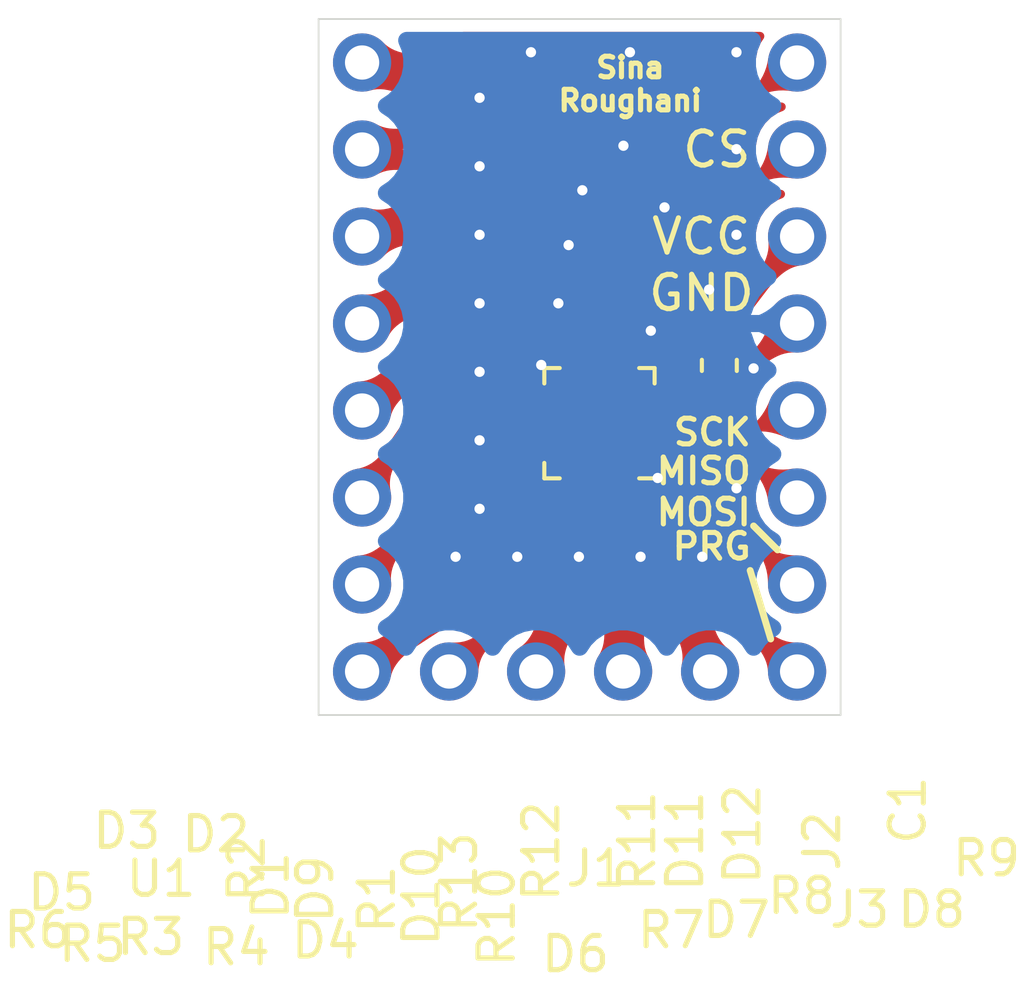
<source format=kicad_pcb>
(kicad_pcb (version 20171130) (host pcbnew "(5.1.6-0-10_14)")

  (general
    (thickness 1.6)
    (drawings 15)
    (tracks 344)
    (zones 0)
    (modules 30)
    (nets 34)
  )

  (page A4)
  (layers
    (0 F.Cu signal)
    (31 B.Cu signal)
    (32 B.Adhes user)
    (33 F.Adhes user)
    (34 B.Paste user)
    (35 F.Paste user)
    (36 B.SilkS user hide)
    (37 F.SilkS user)
    (38 B.Mask user hide)
    (39 F.Mask user hide)
    (40 Dwgs.User user hide)
    (41 Cmts.User user hide)
    (42 Eco1.User user hide)
    (43 Eco2.User user hide)
    (44 Edge.Cuts user)
    (45 Margin user hide)
    (46 B.CrtYd user hide)
    (47 F.CrtYd user hide)
    (48 B.Fab user hide)
    (49 F.Fab user hide)
  )

  (setup
    (last_trace_width 0.25)
    (user_trace_width 0.2)
    (user_trace_width 0.3)
    (user_trace_width 0.35)
    (user_trace_width 0.4)
    (user_trace_width 0.5)
    (trace_clearance 0.15)
    (zone_clearance 0.35)
    (zone_45_only no)
    (trace_min 0.2)
    (via_size 0.45)
    (via_drill 0.2)
    (via_min_size 0.4)
    (via_min_drill 0.2)
    (user_via 0.7 0.3)
    (user_via 0.8 0.4)
    (uvia_size 0.3)
    (uvia_drill 0.1)
    (uvias_allowed no)
    (uvia_min_size 0.2)
    (uvia_min_drill 0.1)
    (edge_width 0.05)
    (segment_width 0.2)
    (pcb_text_width 0.3)
    (pcb_text_size 1.5 1.5)
    (mod_edge_width 0.12)
    (mod_text_size 1 1)
    (mod_text_width 0.15)
    (pad_size 1.7 1.7)
    (pad_drill 1)
    (pad_to_mask_clearance 0.05)
    (aux_axis_origin 0 0)
    (visible_elements FFFFFF7F)
    (pcbplotparams
      (layerselection 0x010fc_ffffffff)
      (usegerberextensions false)
      (usegerberattributes false)
      (usegerberadvancedattributes true)
      (creategerberjobfile true)
      (excludeedgelayer true)
      (linewidth 0.100000)
      (plotframeref false)
      (viasonmask false)
      (mode 1)
      (useauxorigin false)
      (hpglpennumber 1)
      (hpglpenspeed 20)
      (hpglpendiameter 15.000000)
      (psnegative false)
      (psa4output false)
      (plotreference true)
      (plotvalue true)
      (plotinvisibletext false)
      (padsonsilk false)
      (subtractmaskfromsilk false)
      (outputformat 1)
      (mirror false)
      (drillshape 0)
      (scaleselection 1)
      (outputdirectory "attiny/"))
  )

  (net 0 "")
  (net 1 GND)
  (net 2 /GPIO0)
  (net 3 /GPIO1)
  (net 4 /GPIO2)
  (net 5 /CN)
  (net 6 /CP)
  (net 7 /BN_RESEX)
  (net 8 /BP_RESEX)
  (net 9 /AN)
  (net 10 /AP)
  (net 11 /CS)
  (net 12 /SCK)
  (net 13 /MISO)
  (net 14 /MOSI)
  (net 15 /PROG)
  (net 16 /GPIO6)
  (net 17 /GPIO5)
  (net 18 /GPIO4)
  (net 19 /GPIO3)
  (net 20 VCC)
  (net 21 /GPIO1i)
  (net 22 /GPIO2i)
  (net 23 /CNi)
  (net 24 /CPi)
  (net 25 /BN_RESEXi)
  (net 26 /BP_RESEXi)
  (net 27 /ANi)
  (net 28 /APi)
  (net 29 /GPIO3i)
  (net 30 /GPIO4i)
  (net 31 /GPIO5i)
  (net 32 /GPIO6i)
  (net 33 "Net-(J3-Pad8)")

  (net_class Default "This is the default net class."
    (clearance 0.15)
    (trace_width 0.25)
    (via_dia 0.45)
    (via_drill 0.2)
    (uvia_dia 0.3)
    (uvia_drill 0.1)
    (add_net /AN)
    (add_net /ANi)
    (add_net /AP)
    (add_net /APi)
    (add_net /BN_RESEX)
    (add_net /BN_RESEXi)
    (add_net /BP_RESEX)
    (add_net /BP_RESEXi)
    (add_net /CN)
    (add_net /CNi)
    (add_net /CP)
    (add_net /CPi)
    (add_net /CS)
    (add_net /GPIO0)
    (add_net /GPIO1)
    (add_net /GPIO1i)
    (add_net /GPIO2)
    (add_net /GPIO2i)
    (add_net /GPIO3)
    (add_net /GPIO3i)
    (add_net /GPIO4)
    (add_net /GPIO4i)
    (add_net /GPIO5)
    (add_net /GPIO5i)
    (add_net /GPIO6)
    (add_net /GPIO6i)
    (add_net /MISO)
    (add_net /MOSI)
    (add_net /PROG)
    (add_net /SCK)
    (add_net GND)
    (add_net "Net-(J3-Pad8)")
    (add_net VCC)
  )

  (module Connector_PinHeader_2.54mm:PinHeader_1x04_P2.54mm_Vertical (layer F.Cu) (tedit 60031DC7) (tstamp 6002F732)
    (at 163.83 69.85 270)
    (descr "Through hole straight pin header, 1x04, 2.54mm pitch, single row")
    (tags "Through hole pin header THT 1x04 2.54mm single row")
    (path /60041211)
    (fp_text reference J2 (at 4.95 -3.27 270) (layer F.SilkS)
      (effects (font (size 1 1) (thickness 0.15)))
    )
    (fp_text value Conn_01x04_Male (at 0 9.95 270) (layer F.Fab)
      (effects (font (size 1 1) (thickness 0.15)))
    )
    (fp_line (start 1.8 -1.8) (end -1.8 -1.8) (layer F.CrtYd) (width 0.05))
    (fp_line (start 1.8 9.4) (end 1.8 -1.8) (layer F.CrtYd) (width 0.05))
    (fp_line (start -1.8 9.4) (end 1.8 9.4) (layer F.CrtYd) (width 0.05))
    (fp_line (start -1.8 -1.8) (end -1.8 9.4) (layer F.CrtYd) (width 0.05))
    (fp_line (start -1.27 -0.635) (end -0.635 -1.27) (layer F.Fab) (width 0.1))
    (fp_line (start -1.27 8.89) (end -1.27 -0.635) (layer F.Fab) (width 0.1))
    (fp_line (start 1.27 8.89) (end -1.27 8.89) (layer F.Fab) (width 0.1))
    (fp_line (start 1.27 -1.27) (end 1.27 8.89) (layer F.Fab) (width 0.1))
    (fp_line (start -0.635 -1.27) (end 1.27 -1.27) (layer F.Fab) (width 0.1))
    (fp_text user %R (at 0 3.81) (layer F.Fab)
      (effects (font (size 1 1) (thickness 0.15)))
    )
    (pad 4 thru_hole oval (at 0 7.62 270) (size 1.7 1.7) (drill 1) (layers *.Cu *.Mask)
      (net 29 /GPIO3i))
    (pad 3 thru_hole oval (at 0 5.08 270) (size 1.7 1.7) (drill 1) (layers *.Cu *.Mask)
      (net 30 /GPIO4i))
    (pad 2 thru_hole oval (at 0 2.54 270) (size 1.7 1.7) (drill 1) (layers *.Cu *.Mask)
      (net 31 /GPIO5i))
    (pad 1 thru_hole circle (at 0 0 270) (size 1.7 1.7) (drill 1) (layers *.Cu *.Mask)
      (net 32 /GPIO6i))
  )

  (module Connector_PinHeader_2.54mm:PinHeader_1x08_P2.54mm_Vertical (layer F.Cu) (tedit 60031DAF) (tstamp 6002F71A)
    (at 153.67 69.85 180)
    (descr "Through hole straight pin header, 1x08, 2.54mm pitch, single row")
    (tags "Through hole pin header THT 1x08 2.54mm single row")
    (path /60043A9B)
    (fp_text reference J1 (at -6.83 -5.75 180) (layer F.SilkS)
      (effects (font (size 1 1) (thickness 0.15)))
    )
    (fp_text value Conn_01x08_Male (at 0 20.11 180) (layer F.Fab)
      (effects (font (size 1 1) (thickness 0.15)))
    )
    (fp_line (start 1.8 -1.8) (end -1.8 -1.8) (layer F.CrtYd) (width 0.05))
    (fp_line (start 1.8 19.55) (end 1.8 -1.8) (layer F.CrtYd) (width 0.05))
    (fp_line (start -1.8 19.55) (end 1.8 19.55) (layer F.CrtYd) (width 0.05))
    (fp_line (start -1.8 -1.8) (end -1.8 19.55) (layer F.CrtYd) (width 0.05))
    (fp_line (start -1.27 -0.635) (end -0.635 -1.27) (layer F.Fab) (width 0.1))
    (fp_line (start -1.27 19.05) (end -1.27 -0.635) (layer F.Fab) (width 0.1))
    (fp_line (start 1.27 19.05) (end -1.27 19.05) (layer F.Fab) (width 0.1))
    (fp_line (start 1.27 -1.27) (end 1.27 19.05) (layer F.Fab) (width 0.1))
    (fp_line (start -0.635 -1.27) (end 1.27 -1.27) (layer F.Fab) (width 0.1))
    (fp_text user %R (at 0 8.89 270) (layer F.Fab)
      (effects (font (size 1 1) (thickness 0.15)))
    )
    (pad 8 thru_hole oval (at 0 17.78 180) (size 1.7 1.7) (drill 1) (layers *.Cu *.Mask)
      (net 21 /GPIO1i))
    (pad 7 thru_hole oval (at 0 15.24 180) (size 1.7 1.7) (drill 1) (layers *.Cu *.Mask)
      (net 22 /GPIO2i))
    (pad 6 thru_hole oval (at 0 12.7 180) (size 1.7 1.7) (drill 1) (layers *.Cu *.Mask)
      (net 23 /CNi))
    (pad 5 thru_hole oval (at 0 10.16 180) (size 1.7 1.7) (drill 1) (layers *.Cu *.Mask)
      (net 24 /CPi))
    (pad 4 thru_hole oval (at 0 7.62 180) (size 1.7 1.7) (drill 1) (layers *.Cu *.Mask)
      (net 25 /BN_RESEXi))
    (pad 3 thru_hole oval (at 0 5.08 180) (size 1.7 1.7) (drill 1) (layers *.Cu *.Mask)
      (net 26 /BP_RESEXi))
    (pad 2 thru_hole oval (at 0 2.54 180) (size 1.7 1.7) (drill 1) (layers *.Cu *.Mask)
      (net 27 /ANi))
    (pad 1 thru_hole circle (at 0 0 180) (size 1.7 1.7) (drill 1) (layers *.Cu *.Mask)
      (net 28 /APi))
    (model ${KISYS3DMOD}/Connector_PinHeader_2.54mm.3dshapes/PinHeader_1x08_P2.54mm_Vertical.wrl
      (at (xyz 0 0 0))
      (scale (xyz 1 1 -1))
      (rotate (xyz 0 0 0))
    )
  )

  (module Connector_PinHeader_2.54mm:PinHeader_1x08_P2.54mm_Vertical (layer F.Cu) (tedit 60031D8F) (tstamp 6002F74E)
    (at 166.37 52.07)
    (descr "Through hole straight pin header, 1x08, 2.54mm pitch, single row")
    (tags "Through hole pin header THT 1x08 2.54mm single row")
    (path /60048F65)
    (fp_text reference J3 (at 1.83 24.73) (layer F.SilkS)
      (effects (font (size 1 1) (thickness 0.15)))
    )
    (fp_text value Conn_01x08_Male (at 0 20.11) (layer F.Fab)
      (effects (font (size 1 1) (thickness 0.15)))
    )
    (fp_line (start 1.8 -1.8) (end -1.8 -1.8) (layer F.CrtYd) (width 0.05))
    (fp_line (start 1.8 19.55) (end 1.8 -1.8) (layer F.CrtYd) (width 0.05))
    (fp_line (start -1.8 19.55) (end 1.8 19.55) (layer F.CrtYd) (width 0.05))
    (fp_line (start -1.8 -1.8) (end -1.8 19.55) (layer F.CrtYd) (width 0.05))
    (fp_line (start -1.27 -0.635) (end -0.635 -1.27) (layer F.Fab) (width 0.1))
    (fp_line (start -1.27 19.05) (end -1.27 -0.635) (layer F.Fab) (width 0.1))
    (fp_line (start 1.27 19.05) (end -1.27 19.05) (layer F.Fab) (width 0.1))
    (fp_line (start 1.27 -1.27) (end 1.27 19.05) (layer F.Fab) (width 0.1))
    (fp_line (start -0.635 -1.27) (end 1.27 -1.27) (layer F.Fab) (width 0.1))
    (fp_text user %R (at 0 8.89 90) (layer F.Fab)
      (effects (font (size 1 1) (thickness 0.15)))
    )
    (pad 8 thru_hole oval (at 0 17.78) (size 1.7 1.7) (drill 1) (layers *.Cu *.Mask)
      (net 33 "Net-(J3-Pad8)"))
    (pad 7 thru_hole oval (at 0 15.24) (size 1.7 1.7) (drill 1) (layers *.Cu *.Mask)
      (net 14 /MOSI))
    (pad 6 thru_hole oval (at 0 12.7) (size 1.7 1.7) (drill 1) (layers *.Cu *.Mask)
      (net 13 /MISO))
    (pad 5 thru_hole oval (at 0 10.16) (size 1.7 1.7) (drill 1) (layers *.Cu *.Mask)
      (net 12 /SCK))
    (pad 4 thru_hole oval (at 0 7.62) (size 1.7 1.7) (drill 1) (layers *.Cu *.Mask)
      (net 1 GND))
    (pad 3 thru_hole oval (at 0 5.08) (size 1.7 1.7) (drill 1) (layers *.Cu *.Mask)
      (net 20 VCC))
    (pad 2 thru_hole oval (at 0 2.54) (size 1.7 1.7) (drill 1) (layers *.Cu *.Mask)
      (net 11 /CS))
    (pad 1 thru_hole circle (at 0 0) (size 1.7 1.7) (drill 1) (layers *.Cu *.Mask)
      (net 2 /GPIO0))
    (model ${KISYS3DMOD}/Connector_PinHeader_2.54mm.3dshapes/PinHeader_1x08_P2.54mm_Vertical.wrl
      (at (xyz 0 0 0))
      (scale (xyz 1 1 -1))
      (rotate (xyz 0 0 0))
    )
  )

  (module Resistor_SMD:R_0402_1005Metric (layer F.Cu) (tedit 5B301BBD) (tstamp 60032661)
    (at 162.7 67.585 90)
    (descr "Resistor SMD 0402 (1005 Metric), square (rectangular) end terminal, IPC_7351 nominal, (Body size source: http://www.tortai-tech.com/upload/download/2011102023233369053.pdf), generated with kicad-footprint-generator")
    (tags resistor)
    (path /60119912)
    (attr smd)
    (fp_text reference R13 (at -8.415 -6.2 90) (layer F.SilkS)
      (effects (font (size 1 1) (thickness 0.15)))
    )
    (fp_text value R (at 0 1.17 90) (layer F.Fab)
      (effects (font (size 1 1) (thickness 0.15)))
    )
    (fp_line (start 0.93 0.47) (end -0.93 0.47) (layer F.CrtYd) (width 0.05))
    (fp_line (start 0.93 -0.47) (end 0.93 0.47) (layer F.CrtYd) (width 0.05))
    (fp_line (start -0.93 -0.47) (end 0.93 -0.47) (layer F.CrtYd) (width 0.05))
    (fp_line (start -0.93 0.47) (end -0.93 -0.47) (layer F.CrtYd) (width 0.05))
    (fp_line (start 0.5 0.25) (end -0.5 0.25) (layer F.Fab) (width 0.1))
    (fp_line (start 0.5 -0.25) (end 0.5 0.25) (layer F.Fab) (width 0.1))
    (fp_line (start -0.5 -0.25) (end 0.5 -0.25) (layer F.Fab) (width 0.1))
    (fp_line (start -0.5 0.25) (end -0.5 -0.25) (layer F.Fab) (width 0.1))
    (fp_text user %R (at 0 0 90) (layer F.Fab)
      (effects (font (size 0.25 0.25) (thickness 0.04)))
    )
    (pad 2 smd roundrect (at 0.485 0 90) (size 0.59 0.64) (layers F.Cu F.Paste F.Mask) (roundrect_rratio 0.25)
      (net 16 /GPIO6))
    (pad 1 smd roundrect (at -0.485 0 90) (size 0.59 0.64) (layers F.Cu F.Paste F.Mask) (roundrect_rratio 0.25)
      (net 32 /GPIO6i))
    (model ${KISYS3DMOD}/Resistor_SMD.3dshapes/R_0402_1005Metric.wrl
      (at (xyz 0 0 0))
      (scale (xyz 1 1 1))
      (rotate (xyz 0 0 0))
    )
  )

  (module Resistor_SMD:R_0402_1005Metric (layer F.Cu) (tedit 5B301BBD) (tstamp 600371D1)
    (at 160.9 67.585 90)
    (descr "Resistor SMD 0402 (1005 Metric), square (rectangular) end terminal, IPC_7351 nominal, (Body size source: http://www.tortai-tech.com/upload/download/2011102023233369053.pdf), generated with kicad-footprint-generator")
    (tags resistor)
    (path /60119517)
    (attr smd)
    (fp_text reference R12 (at -7.515 -2 90) (layer F.SilkS)
      (effects (font (size 1 1) (thickness 0.15)))
    )
    (fp_text value R (at 0 1.17 90) (layer F.Fab)
      (effects (font (size 1 1) (thickness 0.15)))
    )
    (fp_line (start 0.93 0.47) (end -0.93 0.47) (layer F.CrtYd) (width 0.05))
    (fp_line (start 0.93 -0.47) (end 0.93 0.47) (layer F.CrtYd) (width 0.05))
    (fp_line (start -0.93 -0.47) (end 0.93 -0.47) (layer F.CrtYd) (width 0.05))
    (fp_line (start -0.93 0.47) (end -0.93 -0.47) (layer F.CrtYd) (width 0.05))
    (fp_line (start 0.5 0.25) (end -0.5 0.25) (layer F.Fab) (width 0.1))
    (fp_line (start 0.5 -0.25) (end 0.5 0.25) (layer F.Fab) (width 0.1))
    (fp_line (start -0.5 -0.25) (end 0.5 -0.25) (layer F.Fab) (width 0.1))
    (fp_line (start -0.5 0.25) (end -0.5 -0.25) (layer F.Fab) (width 0.1))
    (fp_text user %R (at 0 0 90) (layer F.Fab)
      (effects (font (size 0.25 0.25) (thickness 0.04)))
    )
    (pad 2 smd roundrect (at 0.485 0 90) (size 0.59 0.64) (layers F.Cu F.Paste F.Mask) (roundrect_rratio 0.25)
      (net 17 /GPIO5))
    (pad 1 smd roundrect (at -0.485 0 90) (size 0.59 0.64) (layers F.Cu F.Paste F.Mask) (roundrect_rratio 0.25)
      (net 31 /GPIO5i))
    (model ${KISYS3DMOD}/Resistor_SMD.3dshapes/R_0402_1005Metric.wrl
      (at (xyz 0 0 0))
      (scale (xyz 1 1 1))
      (rotate (xyz 0 0 0))
    )
  )

  (module Resistor_SMD:R_0402_1005Metric (layer F.Cu) (tedit 5B301BBD) (tstamp 60031D51)
    (at 159.1 67.585 90)
    (descr "Resistor SMD 0402 (1005 Metric), square (rectangular) end terminal, IPC_7351 nominal, (Body size source: http://www.tortai-tech.com/upload/download/2011102023233369053.pdf), generated with kicad-footprint-generator")
    (tags resistor)
    (path /601191C7)
    (attr smd)
    (fp_text reference R11 (at -7.215 2.6 90) (layer F.SilkS)
      (effects (font (size 1 1) (thickness 0.15)))
    )
    (fp_text value R (at 0 1.17 90) (layer F.Fab)
      (effects (font (size 1 1) (thickness 0.15)))
    )
    (fp_line (start 0.93 0.47) (end -0.93 0.47) (layer F.CrtYd) (width 0.05))
    (fp_line (start 0.93 -0.47) (end 0.93 0.47) (layer F.CrtYd) (width 0.05))
    (fp_line (start -0.93 -0.47) (end 0.93 -0.47) (layer F.CrtYd) (width 0.05))
    (fp_line (start -0.93 0.47) (end -0.93 -0.47) (layer F.CrtYd) (width 0.05))
    (fp_line (start 0.5 0.25) (end -0.5 0.25) (layer F.Fab) (width 0.1))
    (fp_line (start 0.5 -0.25) (end 0.5 0.25) (layer F.Fab) (width 0.1))
    (fp_line (start -0.5 -0.25) (end 0.5 -0.25) (layer F.Fab) (width 0.1))
    (fp_line (start -0.5 0.25) (end -0.5 -0.25) (layer F.Fab) (width 0.1))
    (fp_text user %R (at 0 0 90) (layer F.Fab)
      (effects (font (size 0.25 0.25) (thickness 0.04)))
    )
    (pad 2 smd roundrect (at 0.485 0 90) (size 0.59 0.64) (layers F.Cu F.Paste F.Mask) (roundrect_rratio 0.25)
      (net 18 /GPIO4))
    (pad 1 smd roundrect (at -0.485 0 90) (size 0.59 0.64) (layers F.Cu F.Paste F.Mask) (roundrect_rratio 0.25)
      (net 30 /GPIO4i))
    (model ${KISYS3DMOD}/Resistor_SMD.3dshapes/R_0402_1005Metric.wrl
      (at (xyz 0 0 0))
      (scale (xyz 1 1 1))
      (rotate (xyz 0 0 0))
    )
  )

  (module Resistor_SMD:R_0402_1005Metric (layer F.Cu) (tedit 5B301BBD) (tstamp 60031D42)
    (at 157.3 67.585 90)
    (descr "Resistor SMD 0402 (1005 Metric), square (rectangular) end terminal, IPC_7351 nominal, (Body size source: http://www.tortai-tech.com/upload/download/2011102023233369053.pdf), generated with kicad-footprint-generator")
    (tags resistor)
    (path /60118DDF)
    (attr smd)
    (fp_text reference R10 (at -9.415 0.3 90) (layer F.SilkS)
      (effects (font (size 1 1) (thickness 0.15)))
    )
    (fp_text value R (at 0 1.17 90) (layer F.Fab)
      (effects (font (size 1 1) (thickness 0.15)))
    )
    (fp_line (start 0.93 0.47) (end -0.93 0.47) (layer F.CrtYd) (width 0.05))
    (fp_line (start 0.93 -0.47) (end 0.93 0.47) (layer F.CrtYd) (width 0.05))
    (fp_line (start -0.93 -0.47) (end 0.93 -0.47) (layer F.CrtYd) (width 0.05))
    (fp_line (start -0.93 0.47) (end -0.93 -0.47) (layer F.CrtYd) (width 0.05))
    (fp_line (start 0.5 0.25) (end -0.5 0.25) (layer F.Fab) (width 0.1))
    (fp_line (start 0.5 -0.25) (end 0.5 0.25) (layer F.Fab) (width 0.1))
    (fp_line (start -0.5 -0.25) (end 0.5 -0.25) (layer F.Fab) (width 0.1))
    (fp_line (start -0.5 0.25) (end -0.5 -0.25) (layer F.Fab) (width 0.1))
    (fp_text user %R (at 0 0 90) (layer F.Fab)
      (effects (font (size 0.25 0.25) (thickness 0.04)))
    )
    (pad 2 smd roundrect (at 0.485 0 90) (size 0.59 0.64) (layers F.Cu F.Paste F.Mask) (roundrect_rratio 0.25)
      (net 19 /GPIO3))
    (pad 1 smd roundrect (at -0.485 0 90) (size 0.59 0.64) (layers F.Cu F.Paste F.Mask) (roundrect_rratio 0.25)
      (net 29 /GPIO3i))
    (model ${KISYS3DMOD}/Resistor_SMD.3dshapes/R_0402_1005Metric.wrl
      (at (xyz 0 0 0))
      (scale (xyz 1 1 1))
      (rotate (xyz 0 0 0))
    )
  )

  (module Resistor_SMD:R_0402_1005Metric (layer F.Cu) (tedit 5B301BBD) (tstamp 60031D33)
    (at 155.985 52.1 180)
    (descr "Resistor SMD 0402 (1005 Metric), square (rectangular) end terminal, IPC_7351 nominal, (Body size source: http://www.tortai-tech.com/upload/download/2011102023233369053.pdf), generated with kicad-footprint-generator")
    (tags resistor)
    (path /601184E8)
    (attr smd)
    (fp_text reference R9 (at -15.915 -23.2) (layer F.SilkS)
      (effects (font (size 1 1) (thickness 0.15)))
    )
    (fp_text value R (at 0 1.17) (layer F.Fab)
      (effects (font (size 1 1) (thickness 0.15)))
    )
    (fp_line (start 0.93 0.47) (end -0.93 0.47) (layer F.CrtYd) (width 0.05))
    (fp_line (start 0.93 -0.47) (end 0.93 0.47) (layer F.CrtYd) (width 0.05))
    (fp_line (start -0.93 -0.47) (end 0.93 -0.47) (layer F.CrtYd) (width 0.05))
    (fp_line (start -0.93 0.47) (end -0.93 -0.47) (layer F.CrtYd) (width 0.05))
    (fp_line (start 0.5 0.25) (end -0.5 0.25) (layer F.Fab) (width 0.1))
    (fp_line (start 0.5 -0.25) (end 0.5 0.25) (layer F.Fab) (width 0.1))
    (fp_line (start -0.5 -0.25) (end 0.5 -0.25) (layer F.Fab) (width 0.1))
    (fp_line (start -0.5 0.25) (end -0.5 -0.25) (layer F.Fab) (width 0.1))
    (fp_text user %R (at 0 0) (layer F.Fab)
      (effects (font (size 0.25 0.25) (thickness 0.04)))
    )
    (pad 2 smd roundrect (at 0.485 0 180) (size 0.59 0.64) (layers F.Cu F.Paste F.Mask) (roundrect_rratio 0.25)
      (net 21 /GPIO1i))
    (pad 1 smd roundrect (at -0.485 0 180) (size 0.59 0.64) (layers F.Cu F.Paste F.Mask) (roundrect_rratio 0.25)
      (net 3 /GPIO1))
    (model ${KISYS3DMOD}/Resistor_SMD.3dshapes/R_0402_1005Metric.wrl
      (at (xyz 0 0 0))
      (scale (xyz 1 1 1))
      (rotate (xyz 0 0 0))
    )
  )

  (module Resistor_SMD:R_0402_1005Metric (layer F.Cu) (tedit 5B301BBD) (tstamp 60031D24)
    (at 155.985 54.1 180)
    (descr "Resistor SMD 0402 (1005 Metric), square (rectangular) end terminal, IPC_7351 nominal, (Body size source: http://www.tortai-tech.com/upload/download/2011102023233369053.pdf), generated with kicad-footprint-generator")
    (tags resistor)
    (path /60118222)
    (attr smd)
    (fp_text reference R8 (at -10.515 -22.3) (layer F.SilkS)
      (effects (font (size 1 1) (thickness 0.15)))
    )
    (fp_text value R (at 0 1.17) (layer F.Fab)
      (effects (font (size 1 1) (thickness 0.15)))
    )
    (fp_line (start 0.93 0.47) (end -0.93 0.47) (layer F.CrtYd) (width 0.05))
    (fp_line (start 0.93 -0.47) (end 0.93 0.47) (layer F.CrtYd) (width 0.05))
    (fp_line (start -0.93 -0.47) (end 0.93 -0.47) (layer F.CrtYd) (width 0.05))
    (fp_line (start -0.93 0.47) (end -0.93 -0.47) (layer F.CrtYd) (width 0.05))
    (fp_line (start 0.5 0.25) (end -0.5 0.25) (layer F.Fab) (width 0.1))
    (fp_line (start 0.5 -0.25) (end 0.5 0.25) (layer F.Fab) (width 0.1))
    (fp_line (start -0.5 -0.25) (end 0.5 -0.25) (layer F.Fab) (width 0.1))
    (fp_line (start -0.5 0.25) (end -0.5 -0.25) (layer F.Fab) (width 0.1))
    (fp_text user %R (at 0 0) (layer F.Fab)
      (effects (font (size 0.25 0.25) (thickness 0.04)))
    )
    (pad 2 smd roundrect (at 0.485 0 180) (size 0.59 0.64) (layers F.Cu F.Paste F.Mask) (roundrect_rratio 0.25)
      (net 22 /GPIO2i))
    (pad 1 smd roundrect (at -0.485 0 180) (size 0.59 0.64) (layers F.Cu F.Paste F.Mask) (roundrect_rratio 0.25)
      (net 4 /GPIO2))
    (model ${KISYS3DMOD}/Resistor_SMD.3dshapes/R_0402_1005Metric.wrl
      (at (xyz 0 0 0))
      (scale (xyz 1 1 1))
      (rotate (xyz 0 0 0))
    )
  )

  (module Resistor_SMD:R_0402_1005Metric (layer F.Cu) (tedit 5B301BBD) (tstamp 6003318B)
    (at 155.985 56.1 180)
    (descr "Resistor SMD 0402 (1005 Metric), square (rectangular) end terminal, IPC_7351 nominal, (Body size source: http://www.tortai-tech.com/upload/download/2011102023233369053.pdf), generated with kicad-footprint-generator")
    (tags resistor)
    (path /601180B2)
    (attr smd)
    (fp_text reference R7 (at -6.715 -21.3) (layer F.SilkS)
      (effects (font (size 1 1) (thickness 0.15)))
    )
    (fp_text value R (at 0 1.17) (layer F.Fab)
      (effects (font (size 1 1) (thickness 0.15)))
    )
    (fp_line (start 0.93 0.47) (end -0.93 0.47) (layer F.CrtYd) (width 0.05))
    (fp_line (start 0.93 -0.47) (end 0.93 0.47) (layer F.CrtYd) (width 0.05))
    (fp_line (start -0.93 -0.47) (end 0.93 -0.47) (layer F.CrtYd) (width 0.05))
    (fp_line (start -0.93 0.47) (end -0.93 -0.47) (layer F.CrtYd) (width 0.05))
    (fp_line (start 0.5 0.25) (end -0.5 0.25) (layer F.Fab) (width 0.1))
    (fp_line (start 0.5 -0.25) (end 0.5 0.25) (layer F.Fab) (width 0.1))
    (fp_line (start -0.5 -0.25) (end 0.5 -0.25) (layer F.Fab) (width 0.1))
    (fp_line (start -0.5 0.25) (end -0.5 -0.25) (layer F.Fab) (width 0.1))
    (fp_text user %R (at 0 0) (layer F.Fab)
      (effects (font (size 0.25 0.25) (thickness 0.04)))
    )
    (pad 2 smd roundrect (at 0.485 0 180) (size 0.59 0.64) (layers F.Cu F.Paste F.Mask) (roundrect_rratio 0.25)
      (net 23 /CNi))
    (pad 1 smd roundrect (at -0.485 0 180) (size 0.59 0.64) (layers F.Cu F.Paste F.Mask) (roundrect_rratio 0.25)
      (net 5 /CN))
    (model ${KISYS3DMOD}/Resistor_SMD.3dshapes/R_0402_1005Metric.wrl
      (at (xyz 0 0 0))
      (scale (xyz 1 1 1))
      (rotate (xyz 0 0 0))
    )
  )

  (module Resistor_SMD:R_0402_1005Metric (layer F.Cu) (tedit 5B301BBD) (tstamp 6003301A)
    (at 155.985 58.1 180)
    (descr "Resistor SMD 0402 (1005 Metric), square (rectangular) end terminal, IPC_7351 nominal, (Body size source: http://www.tortai-tech.com/upload/download/2011102023233369053.pdf), generated with kicad-footprint-generator")
    (tags resistor)
    (path /60117EBD)
    (attr smd)
    (fp_text reference R6 (at 11.785 -19.3) (layer F.SilkS)
      (effects (font (size 1 1) (thickness 0.15)))
    )
    (fp_text value R (at 0 1.17) (layer F.Fab)
      (effects (font (size 1 1) (thickness 0.15)))
    )
    (fp_line (start 0.93 0.47) (end -0.93 0.47) (layer F.CrtYd) (width 0.05))
    (fp_line (start 0.93 -0.47) (end 0.93 0.47) (layer F.CrtYd) (width 0.05))
    (fp_line (start -0.93 -0.47) (end 0.93 -0.47) (layer F.CrtYd) (width 0.05))
    (fp_line (start -0.93 0.47) (end -0.93 -0.47) (layer F.CrtYd) (width 0.05))
    (fp_line (start 0.5 0.25) (end -0.5 0.25) (layer F.Fab) (width 0.1))
    (fp_line (start 0.5 -0.25) (end 0.5 0.25) (layer F.Fab) (width 0.1))
    (fp_line (start -0.5 -0.25) (end 0.5 -0.25) (layer F.Fab) (width 0.1))
    (fp_line (start -0.5 0.25) (end -0.5 -0.25) (layer F.Fab) (width 0.1))
    (fp_text user %R (at 0 0) (layer F.Fab)
      (effects (font (size 0.25 0.25) (thickness 0.04)))
    )
    (pad 2 smd roundrect (at 0.485 0 180) (size 0.59 0.64) (layers F.Cu F.Paste F.Mask) (roundrect_rratio 0.25)
      (net 24 /CPi))
    (pad 1 smd roundrect (at -0.485 0 180) (size 0.59 0.64) (layers F.Cu F.Paste F.Mask) (roundrect_rratio 0.25)
      (net 6 /CP))
    (model ${KISYS3DMOD}/Resistor_SMD.3dshapes/R_0402_1005Metric.wrl
      (at (xyz 0 0 0))
      (scale (xyz 1 1 1))
      (rotate (xyz 0 0 0))
    )
  )

  (module Resistor_SMD:R_0402_1005Metric (layer F.Cu) (tedit 5B301BBD) (tstamp 60031CF7)
    (at 156 60.1 180)
    (descr "Resistor SMD 0402 (1005 Metric), square (rectangular) end terminal, IPC_7351 nominal, (Body size source: http://www.tortai-tech.com/upload/download/2011102023233369053.pdf), generated with kicad-footprint-generator")
    (tags resistor)
    (path /60117CEE)
    (attr smd)
    (fp_text reference R5 (at 10.2 -17.7) (layer F.SilkS)
      (effects (font (size 1 1) (thickness 0.15)))
    )
    (fp_text value R (at 0 1.17) (layer F.Fab)
      (effects (font (size 1 1) (thickness 0.15)))
    )
    (fp_line (start 0.93 0.47) (end -0.93 0.47) (layer F.CrtYd) (width 0.05))
    (fp_line (start 0.93 -0.47) (end 0.93 0.47) (layer F.CrtYd) (width 0.05))
    (fp_line (start -0.93 -0.47) (end 0.93 -0.47) (layer F.CrtYd) (width 0.05))
    (fp_line (start -0.93 0.47) (end -0.93 -0.47) (layer F.CrtYd) (width 0.05))
    (fp_line (start 0.5 0.25) (end -0.5 0.25) (layer F.Fab) (width 0.1))
    (fp_line (start 0.5 -0.25) (end 0.5 0.25) (layer F.Fab) (width 0.1))
    (fp_line (start -0.5 -0.25) (end 0.5 -0.25) (layer F.Fab) (width 0.1))
    (fp_line (start -0.5 0.25) (end -0.5 -0.25) (layer F.Fab) (width 0.1))
    (fp_text user %R (at 0 0) (layer F.Fab)
      (effects (font (size 0.25 0.25) (thickness 0.04)))
    )
    (pad 2 smd roundrect (at 0.485 0 180) (size 0.59 0.64) (layers F.Cu F.Paste F.Mask) (roundrect_rratio 0.25)
      (net 25 /BN_RESEXi))
    (pad 1 smd roundrect (at -0.485 0 180) (size 0.59 0.64) (layers F.Cu F.Paste F.Mask) (roundrect_rratio 0.25)
      (net 7 /BN_RESEX))
    (model ${KISYS3DMOD}/Resistor_SMD.3dshapes/R_0402_1005Metric.wrl
      (at (xyz 0 0 0))
      (scale (xyz 1 1 1))
      (rotate (xyz 0 0 0))
    )
  )

  (module Resistor_SMD:R_0402_1005Metric (layer F.Cu) (tedit 5B301BBD) (tstamp 60031CE8)
    (at 155.985 62.1 180)
    (descr "Resistor SMD 0402 (1005 Metric), square (rectangular) end terminal, IPC_7351 nominal, (Body size source: http://www.tortai-tech.com/upload/download/2011102023233369053.pdf), generated with kicad-footprint-generator")
    (tags resistor)
    (path /60117B0C)
    (attr smd)
    (fp_text reference R4 (at 5.985 -15.8) (layer F.SilkS)
      (effects (font (size 1 1) (thickness 0.15)))
    )
    (fp_text value R (at 0 1.17) (layer F.Fab)
      (effects (font (size 1 1) (thickness 0.15)))
    )
    (fp_line (start 0.93 0.47) (end -0.93 0.47) (layer F.CrtYd) (width 0.05))
    (fp_line (start 0.93 -0.47) (end 0.93 0.47) (layer F.CrtYd) (width 0.05))
    (fp_line (start -0.93 -0.47) (end 0.93 -0.47) (layer F.CrtYd) (width 0.05))
    (fp_line (start -0.93 0.47) (end -0.93 -0.47) (layer F.CrtYd) (width 0.05))
    (fp_line (start 0.5 0.25) (end -0.5 0.25) (layer F.Fab) (width 0.1))
    (fp_line (start 0.5 -0.25) (end 0.5 0.25) (layer F.Fab) (width 0.1))
    (fp_line (start -0.5 -0.25) (end 0.5 -0.25) (layer F.Fab) (width 0.1))
    (fp_line (start -0.5 0.25) (end -0.5 -0.25) (layer F.Fab) (width 0.1))
    (fp_text user %R (at 0 0) (layer F.Fab)
      (effects (font (size 0.25 0.25) (thickness 0.04)))
    )
    (pad 2 smd roundrect (at 0.485 0 180) (size 0.59 0.64) (layers F.Cu F.Paste F.Mask) (roundrect_rratio 0.25)
      (net 26 /BP_RESEXi))
    (pad 1 smd roundrect (at -0.485 0 180) (size 0.59 0.64) (layers F.Cu F.Paste F.Mask) (roundrect_rratio 0.25)
      (net 8 /BP_RESEX))
    (model ${KISYS3DMOD}/Resistor_SMD.3dshapes/R_0402_1005Metric.wrl
      (at (xyz 0 0 0))
      (scale (xyz 1 1 1))
      (rotate (xyz 0 0 0))
    )
  )

  (module Resistor_SMD:R_0402_1005Metric (layer F.Cu) (tedit 5B301BBD) (tstamp 60031CD9)
    (at 155.985 64.1 180)
    (descr "Resistor SMD 0402 (1005 Metric), square (rectangular) end terminal, IPC_7351 nominal, (Body size source: http://www.tortai-tech.com/upload/download/2011102023233369053.pdf), generated with kicad-footprint-generator")
    (tags resistor)
    (path /6011767E)
    (attr smd)
    (fp_text reference R3 (at 8.485 -13.5) (layer F.SilkS)
      (effects (font (size 1 1) (thickness 0.15)))
    )
    (fp_text value R (at 0 1.17) (layer F.Fab)
      (effects (font (size 1 1) (thickness 0.15)))
    )
    (fp_line (start 0.93 0.47) (end -0.93 0.47) (layer F.CrtYd) (width 0.05))
    (fp_line (start 0.93 -0.47) (end 0.93 0.47) (layer F.CrtYd) (width 0.05))
    (fp_line (start -0.93 -0.47) (end 0.93 -0.47) (layer F.CrtYd) (width 0.05))
    (fp_line (start -0.93 0.47) (end -0.93 -0.47) (layer F.CrtYd) (width 0.05))
    (fp_line (start 0.5 0.25) (end -0.5 0.25) (layer F.Fab) (width 0.1))
    (fp_line (start 0.5 -0.25) (end 0.5 0.25) (layer F.Fab) (width 0.1))
    (fp_line (start -0.5 -0.25) (end 0.5 -0.25) (layer F.Fab) (width 0.1))
    (fp_line (start -0.5 0.25) (end -0.5 -0.25) (layer F.Fab) (width 0.1))
    (fp_text user %R (at 0 0) (layer F.Fab)
      (effects (font (size 0.25 0.25) (thickness 0.04)))
    )
    (pad 2 smd roundrect (at 0.485 0 180) (size 0.59 0.64) (layers F.Cu F.Paste F.Mask) (roundrect_rratio 0.25)
      (net 27 /ANi))
    (pad 1 smd roundrect (at -0.485 0 180) (size 0.59 0.64) (layers F.Cu F.Paste F.Mask) (roundrect_rratio 0.25)
      (net 9 /AN))
    (model ${KISYS3DMOD}/Resistor_SMD.3dshapes/R_0402_1005Metric.wrl
      (at (xyz 0 0 0))
      (scale (xyz 1 1 1))
      (rotate (xyz 0 0 0))
    )
  )

  (module Resistor_SMD:R_0402_1005Metric (layer F.Cu) (tedit 5B301BBD) (tstamp 60031CCA)
    (at 155.5 67.585 270)
    (descr "Resistor SMD 0402 (1005 Metric), square (rectangular) end terminal, IPC_7351 nominal, (Body size source: http://www.tortai-tech.com/upload/download/2011102023233369053.pdf), generated with kicad-footprint-generator")
    (tags resistor)
    (path /60115528)
    (attr smd)
    (fp_text reference R2 (at 8.015 5.2 90) (layer F.SilkS)
      (effects (font (size 1 1) (thickness 0.15)))
    )
    (fp_text value R (at 0 1.17 90) (layer F.Fab)
      (effects (font (size 1 1) (thickness 0.15)))
    )
    (fp_line (start 0.93 0.47) (end -0.93 0.47) (layer F.CrtYd) (width 0.05))
    (fp_line (start 0.93 -0.47) (end 0.93 0.47) (layer F.CrtYd) (width 0.05))
    (fp_line (start -0.93 -0.47) (end 0.93 -0.47) (layer F.CrtYd) (width 0.05))
    (fp_line (start -0.93 0.47) (end -0.93 -0.47) (layer F.CrtYd) (width 0.05))
    (fp_line (start 0.5 0.25) (end -0.5 0.25) (layer F.Fab) (width 0.1))
    (fp_line (start 0.5 -0.25) (end 0.5 0.25) (layer F.Fab) (width 0.1))
    (fp_line (start -0.5 -0.25) (end 0.5 -0.25) (layer F.Fab) (width 0.1))
    (fp_line (start -0.5 0.25) (end -0.5 -0.25) (layer F.Fab) (width 0.1))
    (fp_text user %R (at 0 0 90) (layer F.Fab)
      (effects (font (size 0.25 0.25) (thickness 0.04)))
    )
    (pad 2 smd roundrect (at 0.485 0 270) (size 0.59 0.64) (layers F.Cu F.Paste F.Mask) (roundrect_rratio 0.25)
      (net 28 /APi))
    (pad 1 smd roundrect (at -0.485 0 270) (size 0.59 0.64) (layers F.Cu F.Paste F.Mask) (roundrect_rratio 0.25)
      (net 10 /AP))
    (model ${KISYS3DMOD}/Resistor_SMD.3dshapes/R_0402_1005Metric.wrl
      (at (xyz 0 0 0))
      (scale (xyz 1 1 1))
      (rotate (xyz 0 0 0))
    )
  )

  (module Resistor_SMD:R_0402_1005Metric (layer F.Cu) (tedit 5B301BBD) (tstamp 60031CBB)
    (at 164.5 67.6 90)
    (descr "Resistor SMD 0402 (1005 Metric), square (rectangular) end terminal, IPC_7351 nominal, (Body size source: http://www.tortai-tech.com/upload/download/2011102023233369053.pdf), generated with kicad-footprint-generator")
    (tags resistor)
    (path /601107BA)
    (attr smd)
    (fp_text reference R1 (at -8.9 -10.4 90) (layer F.SilkS)
      (effects (font (size 1 1) (thickness 0.15)))
    )
    (fp_text value R (at 0 1.17 90) (layer F.Fab)
      (effects (font (size 1 1) (thickness 0.15)))
    )
    (fp_line (start 0.93 0.47) (end -0.93 0.47) (layer F.CrtYd) (width 0.05))
    (fp_line (start 0.93 -0.47) (end 0.93 0.47) (layer F.CrtYd) (width 0.05))
    (fp_line (start -0.93 -0.47) (end 0.93 -0.47) (layer F.CrtYd) (width 0.05))
    (fp_line (start -0.93 0.47) (end -0.93 -0.47) (layer F.CrtYd) (width 0.05))
    (fp_line (start 0.5 0.25) (end -0.5 0.25) (layer F.Fab) (width 0.1))
    (fp_line (start 0.5 -0.25) (end 0.5 0.25) (layer F.Fab) (width 0.1))
    (fp_line (start -0.5 -0.25) (end 0.5 -0.25) (layer F.Fab) (width 0.1))
    (fp_line (start -0.5 0.25) (end -0.5 -0.25) (layer F.Fab) (width 0.1))
    (fp_text user %R (at 0 0 90) (layer F.Fab)
      (effects (font (size 0.25 0.25) (thickness 0.04)))
    )
    (pad 2 smd roundrect (at 0.485 0 90) (size 0.59 0.64) (layers F.Cu F.Paste F.Mask) (roundrect_rratio 0.25)
      (net 15 /PROG))
    (pad 1 smd roundrect (at -0.485 0 90) (size 0.59 0.64) (layers F.Cu F.Paste F.Mask) (roundrect_rratio 0.25)
      (net 33 "Net-(J3-Pad8)"))
    (model ${KISYS3DMOD}/Resistor_SMD.3dshapes/R_0402_1005Metric.wrl
      (at (xyz 0 0 0))
      (scale (xyz 1 1 1))
      (rotate (xyz 0 0 0))
    )
  )

  (module Diode_SMD:D_0402_1005Metric (layer F.Cu) (tedit 5B301BBE) (tstamp 60038F23)
    (at 163.6 67.6 270)
    (descr "Diode SMD 0402 (1005 Metric), square (rectangular) end terminal, IPC_7351 nominal, (Body size source: http://www.tortai-tech.com/upload/download/2011102023233369053.pdf), generated with kicad-footprint-generator")
    (tags diode)
    (path /6012012C)
    (attr smd)
    (fp_text reference D12 (at 7 -1.17 90) (layer F.SilkS)
      (effects (font (size 1 1) (thickness 0.15)))
    )
    (fp_text value D_TVS (at 0 1.17 90) (layer F.Fab)
      (effects (font (size 1 1) (thickness 0.15)))
    )
    (fp_circle (center -1.09 0) (end -1.04 0) (layer F.SilkS) (width 0.1))
    (fp_line (start -0.5 0.25) (end -0.5 -0.25) (layer F.Fab) (width 0.1))
    (fp_line (start -0.5 -0.25) (end 0.5 -0.25) (layer F.Fab) (width 0.1))
    (fp_line (start 0.5 -0.25) (end 0.5 0.25) (layer F.Fab) (width 0.1))
    (fp_line (start 0.5 0.25) (end -0.5 0.25) (layer F.Fab) (width 0.1))
    (fp_line (start -0.4 0.25) (end -0.4 -0.25) (layer F.Fab) (width 0.1))
    (fp_line (start -0.3 0.25) (end -0.3 -0.25) (layer F.Fab) (width 0.1))
    (fp_line (start -0.93 0.47) (end -0.93 -0.47) (layer F.CrtYd) (width 0.05))
    (fp_line (start -0.93 -0.47) (end 0.93 -0.47) (layer F.CrtYd) (width 0.05))
    (fp_line (start 0.93 -0.47) (end 0.93 0.47) (layer F.CrtYd) (width 0.05))
    (fp_line (start 0.93 0.47) (end -0.93 0.47) (layer F.CrtYd) (width 0.05))
    (fp_text user %R (at 0 0 90) (layer F.Fab)
      (effects (font (size 0.25 0.25) (thickness 0.04)))
    )
    (pad 2 smd roundrect (at 0.485 0 270) (size 0.59 0.64) (layers F.Cu F.Paste F.Mask) (roundrect_rratio 0.25)
      (net 32 /GPIO6i))
    (pad 1 smd roundrect (at -0.485 0 270) (size 0.59 0.64) (layers F.Cu F.Paste F.Mask) (roundrect_rratio 0.25)
      (net 1 GND))
    (model ${KISYS3DMOD}/Diode_SMD.3dshapes/D_0805_2012Metric.step
      (at (xyz 0 0 0))
      (scale (xyz 0.5 0.5 0.5))
      (rotate (xyz 0 0 0))
    )
  )

  (module Diode_SMD:D_0402_1005Metric (layer F.Cu) (tedit 5B301BBE) (tstamp 60038F11)
    (at 161.8 67.585 270)
    (descr "Diode SMD 0402 (1005 Metric), square (rectangular) end terminal, IPC_7351 nominal, (Body size source: http://www.tortai-tech.com/upload/download/2011102023233369053.pdf), generated with kicad-footprint-generator")
    (tags diode)
    (path /6011FC06)
    (attr smd)
    (fp_text reference D11 (at 7.215 -1.3 90) (layer F.SilkS)
      (effects (font (size 1 1) (thickness 0.15)))
    )
    (fp_text value D_TVS (at 0 1.17 90) (layer F.Fab)
      (effects (font (size 1 1) (thickness 0.15)))
    )
    (fp_circle (center -1.09 0) (end -1.04 0) (layer F.SilkS) (width 0.1))
    (fp_line (start -0.5 0.25) (end -0.5 -0.25) (layer F.Fab) (width 0.1))
    (fp_line (start -0.5 -0.25) (end 0.5 -0.25) (layer F.Fab) (width 0.1))
    (fp_line (start 0.5 -0.25) (end 0.5 0.25) (layer F.Fab) (width 0.1))
    (fp_line (start 0.5 0.25) (end -0.5 0.25) (layer F.Fab) (width 0.1))
    (fp_line (start -0.4 0.25) (end -0.4 -0.25) (layer F.Fab) (width 0.1))
    (fp_line (start -0.3 0.25) (end -0.3 -0.25) (layer F.Fab) (width 0.1))
    (fp_line (start -0.93 0.47) (end -0.93 -0.47) (layer F.CrtYd) (width 0.05))
    (fp_line (start -0.93 -0.47) (end 0.93 -0.47) (layer F.CrtYd) (width 0.05))
    (fp_line (start 0.93 -0.47) (end 0.93 0.47) (layer F.CrtYd) (width 0.05))
    (fp_line (start 0.93 0.47) (end -0.93 0.47) (layer F.CrtYd) (width 0.05))
    (fp_text user %R (at 0 0 90) (layer F.Fab)
      (effects (font (size 0.25 0.25) (thickness 0.04)))
    )
    (pad 2 smd roundrect (at 0.485 0 270) (size 0.59 0.64) (layers F.Cu F.Paste F.Mask) (roundrect_rratio 0.25)
      (net 31 /GPIO5i))
    (pad 1 smd roundrect (at -0.485 0 270) (size 0.59 0.64) (layers F.Cu F.Paste F.Mask) (roundrect_rratio 0.25)
      (net 1 GND))
    (model ${KISYS3DMOD}/Diode_SMD.3dshapes/D_0805_2012Metric.step
      (at (xyz 0 0 0))
      (scale (xyz 0.5 0.5 0.5))
      (rotate (xyz 0 0 0))
    )
  )

  (module Diode_SMD:D_0402_1005Metric (layer F.Cu) (tedit 5B301BBE) (tstamp 60038EFF)
    (at 160 67.585 270)
    (descr "Diode SMD 0402 (1005 Metric), square (rectangular) end terminal, IPC_7351 nominal, (Body size source: http://www.tortai-tech.com/upload/download/2011102023233369053.pdf), generated with kicad-footprint-generator")
    (tags diode)
    (path /6011F6E0)
    (attr smd)
    (fp_text reference D10 (at 8.815 4.6 90) (layer F.SilkS)
      (effects (font (size 1 1) (thickness 0.15)))
    )
    (fp_text value D_TVS (at 0 1.17 90) (layer F.Fab)
      (effects (font (size 1 1) (thickness 0.15)))
    )
    (fp_circle (center -1.09 0) (end -1.04 0) (layer F.SilkS) (width 0.1))
    (fp_line (start -0.5 0.25) (end -0.5 -0.25) (layer F.Fab) (width 0.1))
    (fp_line (start -0.5 -0.25) (end 0.5 -0.25) (layer F.Fab) (width 0.1))
    (fp_line (start 0.5 -0.25) (end 0.5 0.25) (layer F.Fab) (width 0.1))
    (fp_line (start 0.5 0.25) (end -0.5 0.25) (layer F.Fab) (width 0.1))
    (fp_line (start -0.4 0.25) (end -0.4 -0.25) (layer F.Fab) (width 0.1))
    (fp_line (start -0.3 0.25) (end -0.3 -0.25) (layer F.Fab) (width 0.1))
    (fp_line (start -0.93 0.47) (end -0.93 -0.47) (layer F.CrtYd) (width 0.05))
    (fp_line (start -0.93 -0.47) (end 0.93 -0.47) (layer F.CrtYd) (width 0.05))
    (fp_line (start 0.93 -0.47) (end 0.93 0.47) (layer F.CrtYd) (width 0.05))
    (fp_line (start 0.93 0.47) (end -0.93 0.47) (layer F.CrtYd) (width 0.05))
    (fp_text user %R (at 0 0 90) (layer F.Fab)
      (effects (font (size 0.25 0.25) (thickness 0.04)))
    )
    (pad 2 smd roundrect (at 0.485 0 270) (size 0.59 0.64) (layers F.Cu F.Paste F.Mask) (roundrect_rratio 0.25)
      (net 30 /GPIO4i))
    (pad 1 smd roundrect (at -0.485 0 270) (size 0.59 0.64) (layers F.Cu F.Paste F.Mask) (roundrect_rratio 0.25)
      (net 1 GND))
    (model ${KISYS3DMOD}/Diode_SMD.3dshapes/D_0805_2012Metric.step
      (at (xyz 0 0 0))
      (scale (xyz 0.5 0.5 0.5))
      (rotate (xyz 0 0 0))
    )
  )

  (module Diode_SMD:D_0402_1005Metric (layer F.Cu) (tedit 5B301BBE) (tstamp 60038EED)
    (at 158.2 67.585 270)
    (descr "Diode SMD 0402 (1005 Metric), square (rectangular) end terminal, IPC_7351 nominal, (Body size source: http://www.tortai-tech.com/upload/download/2011102023233369053.pdf), generated with kicad-footprint-generator")
    (tags diode)
    (path /6011E516)
    (attr smd)
    (fp_text reference D9 (at 8.615 5.9 90) (layer F.SilkS)
      (effects (font (size 1 1) (thickness 0.15)))
    )
    (fp_text value D_TVS (at 0 1.17 90) (layer F.Fab)
      (effects (font (size 1 1) (thickness 0.15)))
    )
    (fp_circle (center -1.09 0) (end -1.04 0) (layer F.SilkS) (width 0.1))
    (fp_line (start -0.5 0.25) (end -0.5 -0.25) (layer F.Fab) (width 0.1))
    (fp_line (start -0.5 -0.25) (end 0.5 -0.25) (layer F.Fab) (width 0.1))
    (fp_line (start 0.5 -0.25) (end 0.5 0.25) (layer F.Fab) (width 0.1))
    (fp_line (start 0.5 0.25) (end -0.5 0.25) (layer F.Fab) (width 0.1))
    (fp_line (start -0.4 0.25) (end -0.4 -0.25) (layer F.Fab) (width 0.1))
    (fp_line (start -0.3 0.25) (end -0.3 -0.25) (layer F.Fab) (width 0.1))
    (fp_line (start -0.93 0.47) (end -0.93 -0.47) (layer F.CrtYd) (width 0.05))
    (fp_line (start -0.93 -0.47) (end 0.93 -0.47) (layer F.CrtYd) (width 0.05))
    (fp_line (start 0.93 -0.47) (end 0.93 0.47) (layer F.CrtYd) (width 0.05))
    (fp_line (start 0.93 0.47) (end -0.93 0.47) (layer F.CrtYd) (width 0.05))
    (fp_text user %R (at 0 0 90) (layer F.Fab)
      (effects (font (size 0.25 0.25) (thickness 0.04)))
    )
    (pad 2 smd roundrect (at 0.485 0 270) (size 0.59 0.64) (layers F.Cu F.Paste F.Mask) (roundrect_rratio 0.25)
      (net 29 /GPIO3i))
    (pad 1 smd roundrect (at -0.485 0 270) (size 0.59 0.64) (layers F.Cu F.Paste F.Mask) (roundrect_rratio 0.25)
      (net 1 GND))
    (model ${KISYS3DMOD}/Diode_SMD.3dshapes/D_0805_2012Metric.step
      (at (xyz 0 0 0))
      (scale (xyz 0.5 0.5 0.5))
      (rotate (xyz 0 0 0))
    )
  )

  (module Diode_SMD:D_0402_1005Metric (layer F.Cu) (tedit 5B301BBE) (tstamp 60038EDB)
    (at 156 53.1 180)
    (descr "Diode SMD 0402 (1005 Metric), square (rectangular) end terminal, IPC_7351 nominal, (Body size source: http://www.tortai-tech.com/upload/download/2011102023233369053.pdf), generated with kicad-footprint-generator")
    (tags diode)
    (path /6011D678)
    (attr smd)
    (fp_text reference D8 (at -14.3 -23.7) (layer F.SilkS)
      (effects (font (size 1 1) (thickness 0.15)))
    )
    (fp_text value D_TVS (at 0 1.17) (layer F.Fab)
      (effects (font (size 1 1) (thickness 0.15)))
    )
    (fp_circle (center -1.09 0) (end -1.04 0) (layer F.SilkS) (width 0.1))
    (fp_line (start -0.5 0.25) (end -0.5 -0.25) (layer F.Fab) (width 0.1))
    (fp_line (start -0.5 -0.25) (end 0.5 -0.25) (layer F.Fab) (width 0.1))
    (fp_line (start 0.5 -0.25) (end 0.5 0.25) (layer F.Fab) (width 0.1))
    (fp_line (start 0.5 0.25) (end -0.5 0.25) (layer F.Fab) (width 0.1))
    (fp_line (start -0.4 0.25) (end -0.4 -0.25) (layer F.Fab) (width 0.1))
    (fp_line (start -0.3 0.25) (end -0.3 -0.25) (layer F.Fab) (width 0.1))
    (fp_line (start -0.93 0.47) (end -0.93 -0.47) (layer F.CrtYd) (width 0.05))
    (fp_line (start -0.93 -0.47) (end 0.93 -0.47) (layer F.CrtYd) (width 0.05))
    (fp_line (start 0.93 -0.47) (end 0.93 0.47) (layer F.CrtYd) (width 0.05))
    (fp_line (start 0.93 0.47) (end -0.93 0.47) (layer F.CrtYd) (width 0.05))
    (fp_text user %R (at 0 0) (layer F.Fab)
      (effects (font (size 0.25 0.25) (thickness 0.04)))
    )
    (pad 2 smd roundrect (at 0.485 0 180) (size 0.59 0.64) (layers F.Cu F.Paste F.Mask) (roundrect_rratio 0.25)
      (net 21 /GPIO1i))
    (pad 1 smd roundrect (at -0.485 0 180) (size 0.59 0.64) (layers F.Cu F.Paste F.Mask) (roundrect_rratio 0.25)
      (net 1 GND))
    (model ${KISYS3DMOD}/Diode_SMD.3dshapes/D_0805_2012Metric.step
      (at (xyz 0 0 0))
      (scale (xyz 0.5 0.5 0.5))
      (rotate (xyz 0 0 0))
    )
  )

  (module Diode_SMD:D_0402_1005Metric (layer F.Cu) (tedit 5B301BBE) (tstamp 60038EC9)
    (at 155.985 55.1 180)
    (descr "Diode SMD 0402 (1005 Metric), square (rectangular) end terminal, IPC_7351 nominal, (Body size source: http://www.tortai-tech.com/upload/download/2011102023233369053.pdf), generated with kicad-footprint-generator")
    (tags diode)
    (path /6011D3B2)
    (attr smd)
    (fp_text reference D7 (at -8.615 -22) (layer F.SilkS)
      (effects (font (size 1 1) (thickness 0.15)))
    )
    (fp_text value D_TVS (at 0 1.17) (layer F.Fab)
      (effects (font (size 1 1) (thickness 0.15)))
    )
    (fp_circle (center -1.09 0) (end -1.04 0) (layer F.SilkS) (width 0.1))
    (fp_line (start -0.5 0.25) (end -0.5 -0.25) (layer F.Fab) (width 0.1))
    (fp_line (start -0.5 -0.25) (end 0.5 -0.25) (layer F.Fab) (width 0.1))
    (fp_line (start 0.5 -0.25) (end 0.5 0.25) (layer F.Fab) (width 0.1))
    (fp_line (start 0.5 0.25) (end -0.5 0.25) (layer F.Fab) (width 0.1))
    (fp_line (start -0.4 0.25) (end -0.4 -0.25) (layer F.Fab) (width 0.1))
    (fp_line (start -0.3 0.25) (end -0.3 -0.25) (layer F.Fab) (width 0.1))
    (fp_line (start -0.93 0.47) (end -0.93 -0.47) (layer F.CrtYd) (width 0.05))
    (fp_line (start -0.93 -0.47) (end 0.93 -0.47) (layer F.CrtYd) (width 0.05))
    (fp_line (start 0.93 -0.47) (end 0.93 0.47) (layer F.CrtYd) (width 0.05))
    (fp_line (start 0.93 0.47) (end -0.93 0.47) (layer F.CrtYd) (width 0.05))
    (fp_text user %R (at 0 0) (layer F.Fab)
      (effects (font (size 0.25 0.25) (thickness 0.04)))
    )
    (pad 2 smd roundrect (at 0.485 0 180) (size 0.59 0.64) (layers F.Cu F.Paste F.Mask) (roundrect_rratio 0.25)
      (net 22 /GPIO2i))
    (pad 1 smd roundrect (at -0.485 0 180) (size 0.59 0.64) (layers F.Cu F.Paste F.Mask) (roundrect_rratio 0.25)
      (net 1 GND))
    (model ${KISYS3DMOD}/Diode_SMD.3dshapes/D_0805_2012Metric.step
      (at (xyz 0 0 0))
      (scale (xyz 0.5 0.5 0.5))
      (rotate (xyz 0 0 0))
    )
  )

  (module Diode_SMD:D_0402_1005Metric (layer F.Cu) (tedit 5B301BBE) (tstamp 60038EB7)
    (at 155.985 57.1 180)
    (descr "Diode SMD 0402 (1005 Metric), square (rectangular) end terminal, IPC_7351 nominal, (Body size source: http://www.tortai-tech.com/upload/download/2011102023233369053.pdf), generated with kicad-footprint-generator")
    (tags diode)
    (path /6011CE40)
    (attr smd)
    (fp_text reference D6 (at -3.915 -21) (layer F.SilkS)
      (effects (font (size 1 1) (thickness 0.15)))
    )
    (fp_text value D_TVS (at 0 1.17) (layer F.Fab)
      (effects (font (size 1 1) (thickness 0.15)))
    )
    (fp_circle (center -1.09 0) (end -1.04 0) (layer F.SilkS) (width 0.1))
    (fp_line (start -0.5 0.25) (end -0.5 -0.25) (layer F.Fab) (width 0.1))
    (fp_line (start -0.5 -0.25) (end 0.5 -0.25) (layer F.Fab) (width 0.1))
    (fp_line (start 0.5 -0.25) (end 0.5 0.25) (layer F.Fab) (width 0.1))
    (fp_line (start 0.5 0.25) (end -0.5 0.25) (layer F.Fab) (width 0.1))
    (fp_line (start -0.4 0.25) (end -0.4 -0.25) (layer F.Fab) (width 0.1))
    (fp_line (start -0.3 0.25) (end -0.3 -0.25) (layer F.Fab) (width 0.1))
    (fp_line (start -0.93 0.47) (end -0.93 -0.47) (layer F.CrtYd) (width 0.05))
    (fp_line (start -0.93 -0.47) (end 0.93 -0.47) (layer F.CrtYd) (width 0.05))
    (fp_line (start 0.93 -0.47) (end 0.93 0.47) (layer F.CrtYd) (width 0.05))
    (fp_line (start 0.93 0.47) (end -0.93 0.47) (layer F.CrtYd) (width 0.05))
    (fp_text user %R (at 0 0) (layer F.Fab)
      (effects (font (size 0.25 0.25) (thickness 0.04)))
    )
    (pad 2 smd roundrect (at 0.485 0 180) (size 0.59 0.64) (layers F.Cu F.Paste F.Mask) (roundrect_rratio 0.25)
      (net 23 /CNi))
    (pad 1 smd roundrect (at -0.485 0 180) (size 0.59 0.64) (layers F.Cu F.Paste F.Mask) (roundrect_rratio 0.25)
      (net 1 GND))
    (model ${KISYS3DMOD}/Diode_SMD.3dshapes/D_0805_2012Metric.step
      (at (xyz 0 0 0))
      (scale (xyz 0.5 0.5 0.5))
      (rotate (xyz 0 0 0))
    )
  )

  (module Diode_SMD:D_0402_1005Metric (layer F.Cu) (tedit 5B301BBE) (tstamp 60038EA5)
    (at 155.985 59.1 180)
    (descr "Diode SMD 0402 (1005 Metric), square (rectangular) end terminal, IPC_7351 nominal, (Body size source: http://www.tortai-tech.com/upload/download/2011102023233369053.pdf), generated with kicad-footprint-generator")
    (tags diode)
    (path /6011CA70)
    (attr smd)
    (fp_text reference D5 (at 11.085 -17.2) (layer F.SilkS)
      (effects (font (size 1 1) (thickness 0.15)))
    )
    (fp_text value D_TVS (at 0 1.17) (layer F.Fab)
      (effects (font (size 1 1) (thickness 0.15)))
    )
    (fp_circle (center -1.09 0) (end -1.04 0) (layer F.SilkS) (width 0.1))
    (fp_line (start -0.5 0.25) (end -0.5 -0.25) (layer F.Fab) (width 0.1))
    (fp_line (start -0.5 -0.25) (end 0.5 -0.25) (layer F.Fab) (width 0.1))
    (fp_line (start 0.5 -0.25) (end 0.5 0.25) (layer F.Fab) (width 0.1))
    (fp_line (start 0.5 0.25) (end -0.5 0.25) (layer F.Fab) (width 0.1))
    (fp_line (start -0.4 0.25) (end -0.4 -0.25) (layer F.Fab) (width 0.1))
    (fp_line (start -0.3 0.25) (end -0.3 -0.25) (layer F.Fab) (width 0.1))
    (fp_line (start -0.93 0.47) (end -0.93 -0.47) (layer F.CrtYd) (width 0.05))
    (fp_line (start -0.93 -0.47) (end 0.93 -0.47) (layer F.CrtYd) (width 0.05))
    (fp_line (start 0.93 -0.47) (end 0.93 0.47) (layer F.CrtYd) (width 0.05))
    (fp_line (start 0.93 0.47) (end -0.93 0.47) (layer F.CrtYd) (width 0.05))
    (fp_text user %R (at 0 0) (layer F.Fab)
      (effects (font (size 0.25 0.25) (thickness 0.04)))
    )
    (pad 2 smd roundrect (at 0.485 0 180) (size 0.59 0.64) (layers F.Cu F.Paste F.Mask) (roundrect_rratio 0.25)
      (net 24 /CPi))
    (pad 1 smd roundrect (at -0.485 0 180) (size 0.59 0.64) (layers F.Cu F.Paste F.Mask) (roundrect_rratio 0.25)
      (net 1 GND))
    (model ${KISYS3DMOD}/Diode_SMD.3dshapes/D_0805_2012Metric.step
      (at (xyz 0 0 0))
      (scale (xyz 0.5 0.5 0.5))
      (rotate (xyz 0 0 0))
    )
  )

  (module Diode_SMD:D_0402_1005Metric (layer F.Cu) (tedit 5B301BBE) (tstamp 60038E93)
    (at 156 61.1 180)
    (descr "Diode SMD 0402 (1005 Metric), square (rectangular) end terminal, IPC_7351 nominal, (Body size source: http://www.tortai-tech.com/upload/download/2011102023233369053.pdf), generated with kicad-footprint-generator")
    (tags diode)
    (path /6011C5E2)
    (attr smd)
    (fp_text reference D4 (at 3.4 -16.6) (layer F.SilkS)
      (effects (font (size 1 1) (thickness 0.15)))
    )
    (fp_text value D_TVS (at 0 1.17) (layer F.Fab)
      (effects (font (size 1 1) (thickness 0.15)))
    )
    (fp_circle (center -1.09 0) (end -1.04 0) (layer F.SilkS) (width 0.1))
    (fp_line (start -0.5 0.25) (end -0.5 -0.25) (layer F.Fab) (width 0.1))
    (fp_line (start -0.5 -0.25) (end 0.5 -0.25) (layer F.Fab) (width 0.1))
    (fp_line (start 0.5 -0.25) (end 0.5 0.25) (layer F.Fab) (width 0.1))
    (fp_line (start 0.5 0.25) (end -0.5 0.25) (layer F.Fab) (width 0.1))
    (fp_line (start -0.4 0.25) (end -0.4 -0.25) (layer F.Fab) (width 0.1))
    (fp_line (start -0.3 0.25) (end -0.3 -0.25) (layer F.Fab) (width 0.1))
    (fp_line (start -0.93 0.47) (end -0.93 -0.47) (layer F.CrtYd) (width 0.05))
    (fp_line (start -0.93 -0.47) (end 0.93 -0.47) (layer F.CrtYd) (width 0.05))
    (fp_line (start 0.93 -0.47) (end 0.93 0.47) (layer F.CrtYd) (width 0.05))
    (fp_line (start 0.93 0.47) (end -0.93 0.47) (layer F.CrtYd) (width 0.05))
    (fp_text user %R (at 0 0) (layer F.Fab)
      (effects (font (size 0.25 0.25) (thickness 0.04)))
    )
    (pad 2 smd roundrect (at 0.485 0 180) (size 0.59 0.64) (layers F.Cu F.Paste F.Mask) (roundrect_rratio 0.25)
      (net 25 /BN_RESEXi))
    (pad 1 smd roundrect (at -0.485 0 180) (size 0.59 0.64) (layers F.Cu F.Paste F.Mask) (roundrect_rratio 0.25)
      (net 1 GND))
    (model ${KISYS3DMOD}/Diode_SMD.3dshapes/D_0805_2012Metric.step
      (at (xyz 0 0 0))
      (scale (xyz 0.5 0.5 0.5))
      (rotate (xyz 0 0 0))
    )
  )

  (module Diode_SMD:D_0402_1005Metric (layer F.Cu) (tedit 5B301BBE) (tstamp 60038E81)
    (at 155.985 63.1 180)
    (descr "Diode SMD 0402 (1005 Metric), square (rectangular) end terminal, IPC_7351 nominal, (Body size source: http://www.tortai-tech.com/upload/download/2011102023233369053.pdf), generated with kicad-footprint-generator")
    (tags diode)
    (path /6011C04A)
    (attr smd)
    (fp_text reference D3 (at 9.185 -11.4) (layer F.SilkS)
      (effects (font (size 1 1) (thickness 0.15)))
    )
    (fp_text value D_TVS (at 0 1.17) (layer F.Fab)
      (effects (font (size 1 1) (thickness 0.15)))
    )
    (fp_circle (center -1.09 0) (end -1.04 0) (layer F.SilkS) (width 0.1))
    (fp_line (start -0.5 0.25) (end -0.5 -0.25) (layer F.Fab) (width 0.1))
    (fp_line (start -0.5 -0.25) (end 0.5 -0.25) (layer F.Fab) (width 0.1))
    (fp_line (start 0.5 -0.25) (end 0.5 0.25) (layer F.Fab) (width 0.1))
    (fp_line (start 0.5 0.25) (end -0.5 0.25) (layer F.Fab) (width 0.1))
    (fp_line (start -0.4 0.25) (end -0.4 -0.25) (layer F.Fab) (width 0.1))
    (fp_line (start -0.3 0.25) (end -0.3 -0.25) (layer F.Fab) (width 0.1))
    (fp_line (start -0.93 0.47) (end -0.93 -0.47) (layer F.CrtYd) (width 0.05))
    (fp_line (start -0.93 -0.47) (end 0.93 -0.47) (layer F.CrtYd) (width 0.05))
    (fp_line (start 0.93 -0.47) (end 0.93 0.47) (layer F.CrtYd) (width 0.05))
    (fp_line (start 0.93 0.47) (end -0.93 0.47) (layer F.CrtYd) (width 0.05))
    (fp_text user %R (at 0 0) (layer F.Fab)
      (effects (font (size 0.25 0.25) (thickness 0.04)))
    )
    (pad 2 smd roundrect (at 0.485 0 180) (size 0.59 0.64) (layers F.Cu F.Paste F.Mask) (roundrect_rratio 0.25)
      (net 26 /BP_RESEXi))
    (pad 1 smd roundrect (at -0.485 0 180) (size 0.59 0.64) (layers F.Cu F.Paste F.Mask) (roundrect_rratio 0.25)
      (net 1 GND))
    (model ${KISYS3DMOD}/Diode_SMD.3dshapes/D_0805_2012Metric.step
      (at (xyz 0 0 0))
      (scale (xyz 0.5 0.5 0.5))
      (rotate (xyz 0 0 0))
    )
  )

  (module Diode_SMD:D_0402_1005Metric (layer F.Cu) (tedit 5B301BBE) (tstamp 60038E6F)
    (at 155.985 65.1 180)
    (descr "Diode SMD 0402 (1005 Metric), square (rectangular) end terminal, IPC_7351 nominal, (Body size source: http://www.tortai-tech.com/upload/download/2011102023233369053.pdf), generated with kicad-footprint-generator")
    (tags diode)
    (path /6011BBE2)
    (attr smd)
    (fp_text reference D2 (at 6.585 -9.5) (layer F.SilkS)
      (effects (font (size 1 1) (thickness 0.15)))
    )
    (fp_text value D_TVS (at 0 1.17) (layer F.Fab)
      (effects (font (size 1 1) (thickness 0.15)))
    )
    (fp_circle (center -1.09 0) (end -1.04 0) (layer F.SilkS) (width 0.1))
    (fp_line (start -0.5 0.25) (end -0.5 -0.25) (layer F.Fab) (width 0.1))
    (fp_line (start -0.5 -0.25) (end 0.5 -0.25) (layer F.Fab) (width 0.1))
    (fp_line (start 0.5 -0.25) (end 0.5 0.25) (layer F.Fab) (width 0.1))
    (fp_line (start 0.5 0.25) (end -0.5 0.25) (layer F.Fab) (width 0.1))
    (fp_line (start -0.4 0.25) (end -0.4 -0.25) (layer F.Fab) (width 0.1))
    (fp_line (start -0.3 0.25) (end -0.3 -0.25) (layer F.Fab) (width 0.1))
    (fp_line (start -0.93 0.47) (end -0.93 -0.47) (layer F.CrtYd) (width 0.05))
    (fp_line (start -0.93 -0.47) (end 0.93 -0.47) (layer F.CrtYd) (width 0.05))
    (fp_line (start 0.93 -0.47) (end 0.93 0.47) (layer F.CrtYd) (width 0.05))
    (fp_line (start 0.93 0.47) (end -0.93 0.47) (layer F.CrtYd) (width 0.05))
    (fp_text user %R (at 0 0) (layer F.Fab)
      (effects (font (size 0.25 0.25) (thickness 0.04)))
    )
    (pad 2 smd roundrect (at 0.485 0 180) (size 0.59 0.64) (layers F.Cu F.Paste F.Mask) (roundrect_rratio 0.25)
      (net 27 /ANi))
    (pad 1 smd roundrect (at -0.485 0 180) (size 0.59 0.64) (layers F.Cu F.Paste F.Mask) (roundrect_rratio 0.25)
      (net 1 GND))
    (model ${KISYS3DMOD}/Diode_SMD.3dshapes/D_0805_2012Metric.step
      (at (xyz 0 0 0))
      (scale (xyz 0.5 0.5 0.5))
      (rotate (xyz 0 0 0))
    )
  )

  (module Diode_SMD:D_0402_1005Metric (layer F.Cu) (tedit 5B301BBE) (tstamp 60038E5D)
    (at 156.4 67.585 270)
    (descr "Diode SMD 0402 (1005 Metric), square (rectangular) end terminal, IPC_7351 nominal, (Body size source: http://www.tortai-tech.com/upload/download/2011102023233369053.pdf), generated with kicad-footprint-generator")
    (tags diode)
    (path /6011A295)
    (attr smd)
    (fp_text reference D1 (at 8.515 5.4 90) (layer F.SilkS)
      (effects (font (size 1 1) (thickness 0.15)))
    )
    (fp_text value D_TVS (at 0 1.17 90) (layer F.Fab)
      (effects (font (size 1 1) (thickness 0.15)))
    )
    (fp_circle (center -1.09 0) (end -1.04 0) (layer F.SilkS) (width 0.1))
    (fp_line (start -0.5 0.25) (end -0.5 -0.25) (layer F.Fab) (width 0.1))
    (fp_line (start -0.5 -0.25) (end 0.5 -0.25) (layer F.Fab) (width 0.1))
    (fp_line (start 0.5 -0.25) (end 0.5 0.25) (layer F.Fab) (width 0.1))
    (fp_line (start 0.5 0.25) (end -0.5 0.25) (layer F.Fab) (width 0.1))
    (fp_line (start -0.4 0.25) (end -0.4 -0.25) (layer F.Fab) (width 0.1))
    (fp_line (start -0.3 0.25) (end -0.3 -0.25) (layer F.Fab) (width 0.1))
    (fp_line (start -0.93 0.47) (end -0.93 -0.47) (layer F.CrtYd) (width 0.05))
    (fp_line (start -0.93 -0.47) (end 0.93 -0.47) (layer F.CrtYd) (width 0.05))
    (fp_line (start 0.93 -0.47) (end 0.93 0.47) (layer F.CrtYd) (width 0.05))
    (fp_line (start 0.93 0.47) (end -0.93 0.47) (layer F.CrtYd) (width 0.05))
    (fp_text user %R (at 0 0 90) (layer F.Fab)
      (effects (font (size 0.25 0.25) (thickness 0.04)))
    )
    (pad 2 smd roundrect (at 0.485 0 270) (size 0.59 0.64) (layers F.Cu F.Paste F.Mask) (roundrect_rratio 0.25)
      (net 28 /APi))
    (pad 1 smd roundrect (at -0.485 0 270) (size 0.59 0.64) (layers F.Cu F.Paste F.Mask) (roundrect_rratio 0.25)
      (net 1 GND))
    (model ${KISYS3DMOD}/Diode_SMD.3dshapes/D_0805_2012Metric.step
      (at (xyz 0 0 0))
      (scale (xyz 0.5 0.5 0.5))
      (rotate (xyz 0 0 0))
    )
  )

  (module Resistor_SMD:R_0603_1608Metric (layer F.Cu) (tedit 5B301BBD) (tstamp 600357A9)
    (at 164.1 60.9125 90)
    (descr "Resistor SMD 0603 (1608 Metric), square (rectangular) end terminal, IPC_7351 nominal, (Body size source: http://www.tortai-tech.com/upload/download/2011102023233369053.pdf), generated with kicad-footprint-generator")
    (tags resistor)
    (path /60055B81)
    (attr smd)
    (fp_text reference C1 (at -12.9875 5.5 90) (layer F.SilkS)
      (effects (font (size 1 1) (thickness 0.15)))
    )
    (fp_text value C (at 0 1.43 90) (layer F.Fab)
      (effects (font (size 1 1) (thickness 0.15)))
    )
    (fp_line (start -0.8 0.4) (end -0.8 -0.4) (layer F.Fab) (width 0.1))
    (fp_line (start -0.8 -0.4) (end 0.8 -0.4) (layer F.Fab) (width 0.1))
    (fp_line (start 0.8 -0.4) (end 0.8 0.4) (layer F.Fab) (width 0.1))
    (fp_line (start 0.8 0.4) (end -0.8 0.4) (layer F.Fab) (width 0.1))
    (fp_line (start -0.162779 -0.51) (end 0.162779 -0.51) (layer F.SilkS) (width 0.12))
    (fp_line (start -0.162779 0.51) (end 0.162779 0.51) (layer F.SilkS) (width 0.12))
    (fp_line (start -1.48 0.73) (end -1.48 -0.73) (layer F.CrtYd) (width 0.05))
    (fp_line (start -1.48 -0.73) (end 1.48 -0.73) (layer F.CrtYd) (width 0.05))
    (fp_line (start 1.48 -0.73) (end 1.48 0.73) (layer F.CrtYd) (width 0.05))
    (fp_line (start 1.48 0.73) (end -1.48 0.73) (layer F.CrtYd) (width 0.05))
    (fp_text user %R (at 0 0 90) (layer F.Fab)
      (effects (font (size 0.4 0.4) (thickness 0.06)))
    )
    (pad 2 smd roundrect (at 0.7875 0 90) (size 0.875 0.95) (layers F.Cu F.Paste F.Mask) (roundrect_rratio 0.25)
      (net 20 VCC))
    (pad 1 smd roundrect (at -0.7875 0 90) (size 0.875 0.95) (layers F.Cu F.Paste F.Mask) (roundrect_rratio 0.25)
      (net 1 GND))
    (model ${KISYS3DMOD}/Resistor_SMD.3dshapes/R_0603_1608Metric.wrl
      (at (xyz 0 0 0))
      (scale (xyz 1 1 1))
      (rotate (xyz 0 0 0))
    )
  )

  (module Package_DFN_QFN:VQFN-20-1EP_3x3mm_P0.4mm_EP1.7x1.7mm (layer F.Cu) (tedit 60031A2A) (tstamp 6002F145)
    (at 160.6 62.6 180)
    (descr "VQFN, 20 Pin (http://ww1.microchip.com/downloads/en/DeviceDoc/20%20Lead%20VQFN%203x3x0_9mm_1_7EP%20U2B%20C04-21496a.pdf), generated with kicad-footprint-generator ipc_noLead_generator.py")
    (tags "VQFN NoLead")
    (path /600352DA)
    (attr smd)
    (fp_text reference U1 (at 12.8 -13.3) (layer F.SilkS)
      (effects (font (size 1 1) (thickness 0.15)))
    )
    (fp_text value ATtiny1616-M (at 0 2.8) (layer F.Fab)
      (effects (font (size 1 1) (thickness 0.15)))
    )
    (fp_line (start 2.1 -2.1) (end -2.1 -2.1) (layer F.CrtYd) (width 0.05))
    (fp_line (start 2.1 2.1) (end 2.1 -2.1) (layer F.CrtYd) (width 0.05))
    (fp_line (start -2.1 2.1) (end 2.1 2.1) (layer F.CrtYd) (width 0.05))
    (fp_line (start -2.1 -2.1) (end -2.1 2.1) (layer F.CrtYd) (width 0.05))
    (fp_line (start -1.5 -0.75) (end -0.75 -1.5) (layer F.Fab) (width 0.1))
    (fp_line (start -1.5 1.5) (end -1.5 -0.75) (layer F.Fab) (width 0.1))
    (fp_line (start 1.5 1.5) (end -1.5 1.5) (layer F.Fab) (width 0.1))
    (fp_line (start 1.5 -1.5) (end 1.5 1.5) (layer F.Fab) (width 0.1))
    (fp_line (start -0.75 -1.5) (end 1.5 -1.5) (layer F.Fab) (width 0.1))
    (fp_line (start -1.16 -1.61) (end -1.61 -1.61) (layer F.SilkS) (width 0.12))
    (fp_line (start 1.61 1.61) (end 1.61 1.16) (layer F.SilkS) (width 0.12))
    (fp_line (start 1.16 1.61) (end 1.61 1.61) (layer F.SilkS) (width 0.12))
    (fp_line (start -1.61 1.61) (end -1.61 1.16) (layer F.SilkS) (width 0.12))
    (fp_line (start -1.16 1.61) (end -1.61 1.61) (layer F.SilkS) (width 0.12))
    (fp_line (start 1.61 -1.61) (end 1.61 -1.16) (layer F.SilkS) (width 0.12))
    (fp_line (start 1.16 -1.61) (end 1.61 -1.61) (layer F.SilkS) (width 0.12))
    (fp_text user %R (at 0 0) (layer F.Fab)
      (effects (font (size 0.75 0.75) (thickness 0.11)))
    )
    (pad "" smd roundrect (at 0.425 0.425 180) (size 0.69 0.69) (layers F.Paste) (roundrect_rratio 0.25))
    (pad "" smd roundrect (at 0.425 -0.425 180) (size 0.69 0.69) (layers F.Paste) (roundrect_rratio 0.25))
    (pad "" smd roundrect (at -0.425 0.425 180) (size 0.69 0.69) (layers F.Paste) (roundrect_rratio 0.25))
    (pad "" smd roundrect (at -0.425 -0.425 180) (size 0.69 0.69) (layers F.Paste) (roundrect_rratio 0.25))
    (pad 21 smd roundrect (at 0 0 180) (size 1.7 1.7) (layers F.Cu F.Mask) (roundrect_rratio 0.25)
      (net 1 GND))
    (pad 20 smd custom (at -0.8 -1.45 180) (size 0.143431 0.143431) (layers F.Cu F.Paste F.Mask)
      (net 14 /MOSI)
      (options (clearance outline) (anchor circle))
      (primitives
        (gr_poly (pts
           (xy -0.05 -0.35) (xy 0.05 -0.35) (xy 0.05 0.35) (xy 0.000711 0.35) (xy -0.05 0.299289)
) (width 0.1))
      ))
    (pad 19 smd roundrect (at -0.4 -1.45 180) (size 0.2 0.8) (layers F.Cu F.Paste F.Mask) (roundrect_rratio 0.25)
      (net 15 /PROG))
    (pad 18 smd roundrect (at 0 -1.45 180) (size 0.2 0.8) (layers F.Cu F.Paste F.Mask) (roundrect_rratio 0.25)
      (net 16 /GPIO6))
    (pad 17 smd roundrect (at 0.4 -1.45 180) (size 0.2 0.8) (layers F.Cu F.Paste F.Mask) (roundrect_rratio 0.25)
      (net 17 /GPIO5))
    (pad 16 smd custom (at 0.8 -1.45 180) (size 0.143431 0.143431) (layers F.Cu F.Paste F.Mask)
      (net 18 /GPIO4)
      (options (clearance outline) (anchor circle))
      (primitives
        (gr_poly (pts
           (xy -0.05 -0.35) (xy 0.05 -0.35) (xy 0.05 0.299289) (xy -0.000711 0.35) (xy -0.05 0.35)
) (width 0.1))
      ))
    (pad 15 smd custom (at 1.45 -0.8 180) (size 0.143431 0.143431) (layers F.Cu F.Paste F.Mask)
      (net 19 /GPIO3)
      (options (clearance outline) (anchor circle))
      (primitives
        (gr_poly (pts
           (xy -0.35 0.000711) (xy -0.299289 -0.05) (xy 0.35 -0.05) (xy 0.35 0.05) (xy -0.35 0.05)
) (width 0.1))
      ))
    (pad 14 smd roundrect (at 1.45 -0.4 180) (size 0.8 0.2) (layers F.Cu F.Paste F.Mask) (roundrect_rratio 0.25)
      (net 10 /AP))
    (pad 13 smd roundrect (at 1.45 0 180) (size 0.8 0.2) (layers F.Cu F.Paste F.Mask) (roundrect_rratio 0.25)
      (net 9 /AN))
    (pad 12 smd roundrect (at 1.45 0.4 180) (size 0.8 0.2) (layers F.Cu F.Paste F.Mask) (roundrect_rratio 0.25)
      (net 8 /BP_RESEX))
    (pad 11 smd custom (at 1.45 0.8 180) (size 0.143431 0.143431) (layers F.Cu F.Paste F.Mask)
      (net 7 /BN_RESEX)
      (options (clearance outline) (anchor circle))
      (primitives
        (gr_poly (pts
           (xy -0.35 -0.05) (xy 0.35 -0.05) (xy 0.35 0.05) (xy -0.299289 0.05) (xy -0.35 -0.000711)
) (width 0.1))
      ))
    (pad 10 smd custom (at 0.8 1.45 180) (size 0.143431 0.143431) (layers F.Cu F.Paste F.Mask)
      (net 6 /CP)
      (options (clearance outline) (anchor circle))
      (primitives
        (gr_poly (pts
           (xy -0.05 -0.35) (xy -0.000711 -0.35) (xy 0.05 -0.299289) (xy 0.05 0.35) (xy -0.05 0.35)
) (width 0.1))
      ))
    (pad 9 smd roundrect (at 0.4 1.45 180) (size 0.2 0.8) (layers F.Cu F.Paste F.Mask) (roundrect_rratio 0.25)
      (net 5 /CN))
    (pad 8 smd roundrect (at 0 1.45 180) (size 0.2 0.8) (layers F.Cu F.Paste F.Mask) (roundrect_rratio 0.25)
      (net 4 /GPIO2))
    (pad 7 smd roundrect (at -0.4 1.45 180) (size 0.2 0.8) (layers F.Cu F.Paste F.Mask) (roundrect_rratio 0.25)
      (net 3 /GPIO1))
    (pad 6 smd custom (at -0.8 1.45 180) (size 0.143431 0.143431) (layers F.Cu F.Paste F.Mask)
      (net 2 /GPIO0)
      (options (clearance outline) (anchor circle))
      (primitives
        (gr_poly (pts
           (xy -0.05 -0.299289) (xy 0.000711 -0.35) (xy 0.05 -0.35) (xy 0.05 0.35) (xy -0.05 0.35)
) (width 0.1))
      ))
    (pad 5 smd custom (at -1.45 0.8 180) (size 0.143431 0.143431) (layers F.Cu F.Paste F.Mask)
      (net 11 /CS)
      (options (clearance outline) (anchor circle))
      (primitives
        (gr_poly (pts
           (xy -0.35 -0.05) (xy 0.35 -0.05) (xy 0.35 -0.000711) (xy 0.299289 0.05) (xy -0.35 0.05)
) (width 0.1))
      ))
    (pad 4 smd roundrect (at -1.45 0.4 180) (size 0.8 0.2) (layers F.Cu F.Paste F.Mask) (roundrect_rratio 0.25)
      (net 20 VCC))
    (pad 3 smd roundrect (at -1.45 0 180) (size 0.8 0.2) (layers F.Cu F.Paste F.Mask) (roundrect_rratio 0.25)
      (net 1 GND))
    (pad 2 smd roundrect (at -1.45 -0.4 180) (size 0.8 0.2) (layers F.Cu F.Paste F.Mask) (roundrect_rratio 0.25)
      (net 12 /SCK))
    (pad 1 smd custom (at -1.45 -0.8 180) (size 0.143431 0.143431) (layers F.Cu F.Paste F.Mask)
      (net 13 /MISO)
      (options (clearance outline) (anchor circle))
      (primitives
        (gr_poly (pts
           (xy -0.35 -0.05) (xy 0.299289 -0.05) (xy 0.35 0.000711) (xy 0.35 0.05) (xy -0.35 0.05)
) (width 0.1))
      ))
    (model ${KISYS3DMOD}/Package_DFN_QFN.3dshapes/QFN-20-1EP_3x3mm_P0.45mm_EP1.6x1.6mm.step
      (at (xyz 0 0 0))
      (scale (xyz 1 1 1))
      (rotate (xyz 0 0 0))
    )
  )

  (gr_text "Sina\nRoughani" (at 161.5 52.7) (layer F.SilkS)
    (effects (font (size 0.6 0.6) (thickness 0.15)))
  )
  (gr_circle (center 166.37 52.07) (end 166.62 52.07) (layer F.Paste) (width 0.5))
  (gr_line (start 165 66.9) (end 165.6 68.9) (layer F.SilkS) (width 0.2))
  (gr_line (start 165.1 65.6) (end 165.8 66.3) (layer F.SilkS) (width 0.2))
  (gr_text PRG (at 165.1 66.2) (layer F.SilkS)
    (effects (font (size 0.75 0.75) (thickness 0.15)) (justify right))
  )
  (gr_text MOSI (at 165.1 65.2) (layer F.SilkS)
    (effects (font (size 0.75 0.75) (thickness 0.15)) (justify right))
  )
  (gr_text MISO (at 165.1 64) (layer F.SilkS)
    (effects (font (size 0.75 0.75) (thickness 0.15)) (justify right))
  )
  (gr_text SCK (at 165.1 62.865) (layer F.SilkS)
    (effects (font (size 0.75 0.75) (thickness 0.15)) (justify right))
  )
  (gr_text GND (at 165.2 58.8) (layer F.SilkS)
    (effects (font (size 1 1) (thickness 0.15)) (justify right))
  )
  (gr_text VCC (at 165.1 57.15) (layer F.SilkS)
    (effects (font (size 1 1) (thickness 0.15)) (justify right))
  )
  (gr_text CS (at 165.1 54.61) (layer F.SilkS)
    (effects (font (size 1 1) (thickness 0.15)) (justify right))
  )
  (gr_line (start 167.64 50.8) (end 152.4 50.8) (layer Edge.Cuts) (width 0.05))
  (gr_line (start 167.64 71.12) (end 167.64 50.8) (layer Edge.Cuts) (width 0.05))
  (gr_line (start 152.4 71.12) (end 167.64 71.12) (layer Edge.Cuts) (width 0.05))
  (gr_line (start 152.4 50.8) (end 152.4 71.12) (layer Edge.Cuts) (width 0.05))

  (segment (start 163.6 67.115) (end 163.6 66.499999) (width 0.5) (layer F.Cu) (net 1) (tstamp 60038222))
  (via (at 163.6 66.499999) (size 0.7) (drill 0.3) (layers F.Cu B.Cu) (net 1) (tstamp 60038223))
  (segment (start 161.8 67.115) (end 161.8 66.499999) (width 0.5) (layer F.Cu) (net 1) (tstamp 60038222))
  (via (at 161.8 66.499999) (size 0.7) (drill 0.3) (layers F.Cu B.Cu) (net 1) (tstamp 60038223))
  (segment (start 160 67.115) (end 160 66.499999) (width 0.5) (layer F.Cu) (net 1) (tstamp 60038222))
  (via (at 160 66.499999) (size 0.7) (drill 0.3) (layers F.Cu B.Cu) (net 1) (tstamp 60038223))
  (segment (start 158.2 67.115) (end 158.2 66.499999) (width 0.5) (layer F.Cu) (net 1) (tstamp 60038222))
  (via (at 158.2 66.499999) (size 0.7) (drill 0.3) (layers F.Cu B.Cu) (net 1) (tstamp 60038223))
  (via (at 156.4 66.499999) (size 0.7) (drill 0.3) (layers F.Cu B.Cu) (net 1) (tstamp 600381F8))
  (segment (start 156.4 67.115) (end 156.4 66.499999) (width 0.5) (layer F.Cu) (net 1) (tstamp 600381F9))
  (via (at 157.1 65.1) (size 0.7) (drill 0.3) (layers F.Cu B.Cu) (net 1) (tstamp 600381F8))
  (segment (start 156.485 65.1) (end 157.1 65.1) (width 0.5) (layer F.Cu) (net 1) (tstamp 600381F9))
  (via (at 157.1 63.1) (size 0.7) (drill 0.3) (layers F.Cu B.Cu) (net 1) (tstamp 600381F8))
  (segment (start 156.485 63.1) (end 157.1 63.1) (width 0.5) (layer F.Cu) (net 1) (tstamp 600381F9))
  (via (at 157.1 61.1) (size 0.7) (drill 0.3) (layers F.Cu B.Cu) (net 1) (tstamp 600381F8))
  (segment (start 156.485 61.1) (end 157.1 61.1) (width 0.5) (layer F.Cu) (net 1) (tstamp 600381F9))
  (via (at 157.1 59.1) (size 0.7) (drill 0.3) (layers F.Cu B.Cu) (net 1) (tstamp 600381F8))
  (segment (start 156.485 59.1) (end 157.1 59.1) (width 0.5) (layer F.Cu) (net 1) (tstamp 600381F9))
  (via (at 157.1 57.1) (size 0.7) (drill 0.3) (layers F.Cu B.Cu) (net 1) (tstamp 600381F8))
  (segment (start 156.485 57.1) (end 157.1 57.1) (width 0.5) (layer F.Cu) (net 1) (tstamp 600381F9))
  (via (at 157.1 55.1) (size 0.7) (drill 0.3) (layers F.Cu B.Cu) (net 1) (tstamp 600381F8))
  (segment (start 156.485 55.1) (end 157.1 55.1) (width 0.5) (layer F.Cu) (net 1) (tstamp 600381F9))
  (via (at 157.1 53.1) (size 0.7) (drill 0.3) (layers F.Cu B.Cu) (net 1))
  (segment (start 156.485 53.1) (end 157.1 53.1) (width 0.5) (layer F.Cu) (net 1))
  (segment (start 162.05 62.6) (end 162.2 62.6) (width 0.2) (layer F.Cu) (net 1))
  (segment (start 164.1 61.7) (end 164.577337 61.277337) (width 0.5) (layer F.Cu) (net 1))
  (via (at 164.6 51.77) (size 0.7) (drill 0.3) (layers F.Cu B.Cu) (net 1))
  (via (at 161.49 51.77) (size 0.7) (drill 0.3) (layers F.Cu B.Cu) (net 1))
  (via (at 158.6 51.77) (size 0.7) (drill 0.3) (layers F.Cu B.Cu) (net 1))
  (segment (start 164.577337 61.277337) (end 166.37 59.69) (width 0.5) (layer F.Cu) (net 1) (tstamp 60039C55))
  (via (at 165.1 61) (size 0.7) (drill 0.3) (layers F.Cu B.Cu) (net 1))
  (segment (start 163.6 62.6) (end 162.05 62.6) (width 0.2) (layer F.Cu) (net 1))
  (segment (start 163.6 62.6) (end 163.791341 62.561939) (width 0.2) (layer F.Cu) (net 1) (tstamp D9))
  (segment (start 163.791341 62.561939) (end 163.953553 62.453553) (width 0.2) (layer F.Cu) (net 1) (tstamp D9))
  (segment (start 163.953553 62.453553) (end 164.061939 62.291341) (width 0.2) (layer F.Cu) (net 1) (tstamp D9))
  (segment (start 164.061939 62.291341) (end 164.1 62.1) (width 0.2) (layer F.Cu) (net 1) (tstamp D9))
  (segment (start 164.1 62.1) (end 164.1 61.7) (width 0.2) (layer F.Cu) (net 1))
  (segment (start 160.6 62.6) (end 160.7 62.6) (width 0.2) (layer F.Cu) (net 1))
  (segment (start 162.05 62.6) (end 160.7 62.6) (width 0.2) (layer F.Cu) (net 1))
  (via (at 164.6 54.6) (size 0.7) (drill 0.3) (layers F.Cu B.Cu) (net 1))
  (via (at 164.6 57.1) (size 0.7) (drill 0.3) (layers F.Cu B.Cu) (net 1))
  (via (at 164.6 64.5) (size 0.7) (drill 0.3) (layers F.Cu B.Cu) (net 1))
  (via (at 162.1 59.9) (size 0.7) (drill 0.3) (layers F.Cu B.Cu) (net 1))
  (via (at 163.8 58.7) (size 0.7) (drill 0.3) (layers F.Cu B.Cu) (net 1))
  (via (at 162.5 56.3) (size 0.7) (drill 0.3) (layers F.Cu B.Cu) (net 1))
  (via (at 161.3 54.5) (size 0.7) (drill 0.3) (layers F.Cu B.Cu) (net 1))
  (via (at 162.3 64.2) (size 0.7) (drill 0.3) (layers F.Cu B.Cu) (net 1))
  (via (at 158.9 60.9) (size 0.7) (drill 0.3) (layers F.Cu B.Cu) (net 1))
  (via (at 159.4 59.1) (size 0.7) (drill 0.3) (layers F.Cu B.Cu) (net 1))
  (via (at 159.7 57.4) (size 0.7) (drill 0.3) (layers F.Cu B.Cu) (net 1))
  (via (at 160.1 55.8) (size 0.7) (drill 0.3) (layers F.Cu B.Cu) (net 1))
  (segment (start 158.2 66.499999) (end 159.1 65.2) (width 0.2) (layer F.Cu) (net 1))
  (segment (start 166.37 59.69) (end 163.83 59.69) (width 0.5) (layer B.Cu) (net 1))
  (segment (start 161.4 56.7) (end 161.4 61.15) (width 0.2) (layer F.Cu) (net 2))
  (segment (start 161.4 56.7) (end 161.424108 56.392838) (width 0.2) (layer F.Cu) (net 2) (tstamp 18E))
  (segment (start 161.424108 56.392838) (end 161.495846 56.0932) (width 0.2) (layer F.Cu) (net 2) (tstamp 18E))
  (segment (start 161.495846 56.0932) (end 161.613456 55.808424) (width 0.2) (layer F.Cu) (net 2) (tstamp 18E))
  (segment (start 161.613456 55.808424) (end 161.774056 55.545485) (width 0.2) (layer F.Cu) (net 2) (tstamp 18E))
  (segment (start 161.774056 55.545485) (end 161.973714 55.310824) (width 0.2) (layer F.Cu) (net 2) (tstamp 18E))
  (segment (start 161.973714 55.310824) (end 162.207539 55.110187) (width 0.2) (layer F.Cu) (net 2) (tstamp 18E))
  (segment (start 162.207539 55.110187) (end 166.37 52.07) (width 0.2) (layer F.Cu) (net 2))
  (segment (start 161 59.900028) (end 161.000028 59.9) (width 0.2) (layer F.Cu) (net 3))
  (segment (start 161 61.15) (end 161 59.900028) (width 0.2) (layer F.Cu) (net 3))
  (segment (start 156.65 52.1) (end 156.47 52.1) (width 0.2) (layer F.Cu) (net 3))
  (segment (start 156.65 52.1) (end 157.003242 52.134791) (width 0.2) (layer F.Cu) (net 3) (tstamp 18F))
  (segment (start 157.003242 52.134791) (end 157.342909 52.237828) (width 0.2) (layer F.Cu) (net 3) (tstamp 18F))
  (segment (start 157.342909 52.237828) (end 157.655948 52.405151) (width 0.2) (layer F.Cu) (net 3) (tstamp 18F))
  (segment (start 157.655948 52.405151) (end 157.93033 52.63033) (width 0.2) (layer F.Cu) (net 3) (tstamp 18F))
  (segment (start 161.000028 56.700028) (end 161.000028 59.9) (width 0.2) (layer F.Cu) (net 3))
  (segment (start 161.000028 56.700028) (end 160.979374 56.384909) (width 0.2) (layer F.Cu) (net 3) (tstamp 18F))
  (segment (start 160.979374 56.384909) (end 160.917765 56.075183) (width 0.2) (layer F.Cu) (net 3) (tstamp 18F))
  (segment (start 160.917765 56.075183) (end 160.816256 55.776148) (width 0.2) (layer F.Cu) (net 3) (tstamp 18F))
  (segment (start 160.816256 55.776148) (end 160.676584 55.492921) (width 0.2) (layer F.Cu) (net 3) (tstamp 18F))
  (segment (start 160.676584 55.492921) (end 160.501138 55.230347) (width 0.2) (layer F.Cu) (net 3) (tstamp 18F))
  (segment (start 160.501138 55.230347) (end 160.292921 54.992921) (width 0.2) (layer F.Cu) (net 3) (tstamp 18F))
  (segment (start 160.292921 54.992921) (end 157.93033 52.63033) (width 0.2) (layer F.Cu) (net 3))
  (segment (start 160.600018 60.749982) (end 160.6 60.75) (width 0.2) (layer F.Cu) (net 4))
  (segment (start 160.6 60.75) (end 160.6 61.15) (width 0.2) (layer F.Cu) (net 4))
  (segment (start 156.65 54.1) (end 156.47 54.1) (width 0.2) (layer F.Cu) (net 4))
  (segment (start 156.65 54.1) (end 157.003242 54.134791) (width 0.2) (layer F.Cu) (net 4) (tstamp 190))
  (segment (start 157.003242 54.134791) (end 157.342909 54.237828) (width 0.2) (layer F.Cu) (net 4) (tstamp 190))
  (segment (start 157.342909 54.237828) (end 157.655948 54.405151) (width 0.2) (layer F.Cu) (net 4) (tstamp 190))
  (segment (start 157.655948 54.405151) (end 157.93033 54.63033) (width 0.2) (layer F.Cu) (net 4) (tstamp 190))
  (segment (start 160.600018 58.300018) (end 160.600018 60.749982) (width 0.2) (layer F.Cu) (net 4))
  (segment (start 160.600018 58.300018) (end 160.579364 57.984899) (width 0.2) (layer F.Cu) (net 4) (tstamp 190))
  (segment (start 160.579364 57.984899) (end 160.517755 57.675173) (width 0.2) (layer F.Cu) (net 4) (tstamp 190))
  (segment (start 160.517755 57.675173) (end 160.416246 57.376138) (width 0.2) (layer F.Cu) (net 4) (tstamp 190))
  (segment (start 160.416246 57.376138) (end 160.276574 57.092911) (width 0.2) (layer F.Cu) (net 4) (tstamp 190))
  (segment (start 160.276574 57.092911) (end 160.101128 56.830337) (width 0.2) (layer F.Cu) (net 4) (tstamp 190))
  (segment (start 160.101128 56.830337) (end 159.892911 56.592911) (width 0.2) (layer F.Cu) (net 4) (tstamp 190))
  (segment (start 159.892911 56.592911) (end 157.93033 54.63033) (width 0.2) (layer F.Cu) (net 4))
  (segment (start 157.342909 56.237828) (end 157.655948 56.405151) (width 0.2) (layer F.Cu) (net 5))
  (segment (start 157.655948 56.405151) (end 157.93033 56.63033) (width 0.2) (layer F.Cu) (net 5))
  (segment (start 157.003242 56.134791) (end 157.342909 56.237828) (width 0.2) (layer F.Cu) (net 5))
  (segment (start 156.65 56.1) (end 157.003242 56.134791) (width 0.2) (layer F.Cu) (net 5))
  (segment (start 156.47 56.1) (end 156.65 56.1) (width 0.2) (layer F.Cu) (net 5))
  (segment (start 160.2 59.9) (end 160.2 61.15) (width 0.2) (layer F.Cu) (net 5))
  (segment (start 160.2 59.9) (end 160.179346 59.584881) (width 0.2) (layer F.Cu) (net 5) (tstamp C0))
  (segment (start 160.179346 59.584881) (end 160.117737 59.275155) (width 0.2) (layer F.Cu) (net 5) (tstamp C0))
  (segment (start 160.117737 59.275155) (end 160.016228 58.97612) (width 0.2) (layer F.Cu) (net 5) (tstamp C0))
  (segment (start 160.016228 58.97612) (end 159.876556 58.692893) (width 0.2) (layer F.Cu) (net 5) (tstamp C0))
  (segment (start 159.876556 58.692893) (end 159.70111 58.430319) (width 0.2) (layer F.Cu) (net 5) (tstamp C0))
  (segment (start 159.70111 58.430319) (end 159.492893 58.192893) (width 0.2) (layer F.Cu) (net 5) (tstamp C0))
  (segment (start 159.492893 58.192893) (end 157.93033 56.63033) (width 0.2) (layer F.Cu) (net 5))
  (segment (start 156.65 58.1) (end 156.47 58.1) (width 0.2) (layer F.Cu) (net 6))
  (segment (start 156.65 58.1) (end 157.003242 58.134791) (width 0.2) (layer F.Cu) (net 6) (tstamp C2))
  (segment (start 157.003242 58.134791) (end 157.342909 58.237828) (width 0.2) (layer F.Cu) (net 6) (tstamp C2))
  (segment (start 157.342909 58.237828) (end 157.655948 58.405151) (width 0.2) (layer F.Cu) (net 6) (tstamp C2))
  (segment (start 157.655948 58.405151) (end 157.93033 58.63033) (width 0.2) (layer F.Cu) (net 6) (tstamp C2))
  (segment (start 159.8 61) (end 159.8 61.15) (width 0.2) (layer F.Cu) (net 6))
  (segment (start 159.8 61) (end 159.776805 60.764504) (width 0.2) (layer F.Cu) (net 6) (tstamp C2))
  (segment (start 159.776805 60.764504) (end 159.708114 60.538059) (width 0.2) (layer F.Cu) (net 6) (tstamp C2))
  (segment (start 159.708114 60.538059) (end 159.596565 60.329366) (width 0.2) (layer F.Cu) (net 6) (tstamp C2))
  (segment (start 159.596565 60.329366) (end 159.446446 60.146446) (width 0.2) (layer F.Cu) (net 6) (tstamp C2))
  (segment (start 159.446446 60.146446) (end 157.93033 58.63033) (width 0.2) (layer F.Cu) (net 6))
  (segment (start 157.612132 60.312132) (end 157.502379 60.22206) (width 0.2) (layer F.Cu) (net 7) (tstamp 2A5))
  (segment (start 157.502379 60.22206) (end 157.377163 60.155131) (width 0.2) (layer F.Cu) (net 7) (tstamp 2A5))
  (segment (start 157.377163 60.155131) (end 157.241296 60.113916) (width 0.2) (layer F.Cu) (net 7) (tstamp 2A5))
  (segment (start 157.241296 60.113916) (end 157.1 60.1) (width 0.2) (layer F.Cu) (net 7) (tstamp 2A5))
  (segment (start 157.1 60.1) (end 156.485 60.1) (width 0.2) (layer F.Cu) (net 7))
  (segment (start 158 61) (end 157.986083 60.858702) (width 0.2) (layer F.Cu) (net 7) (tstamp 2A5))
  (segment (start 157.986083 60.858702) (end 157.944868 60.722835) (width 0.2) (layer F.Cu) (net 7) (tstamp 2A5))
  (segment (start 157.944868 60.722835) (end 157.877939 60.597619) (width 0.2) (layer F.Cu) (net 7) (tstamp 2A5))
  (segment (start 157.877939 60.597619) (end 157.787867 60.487867) (width 0.2) (layer F.Cu) (net 7) (tstamp 2A5))
  (segment (start 157.787867 60.487867) (end 157.612132 60.312132) (width 0.2) (layer F.Cu) (net 7))
  (segment (start 158.212132 61.512132) (end 158.12206 61.402379) (width 0.2) (layer F.Cu) (net 7) (tstamp 2A5))
  (segment (start 158.12206 61.402379) (end 158.055131 61.277163) (width 0.2) (layer F.Cu) (net 7) (tstamp 2A5))
  (segment (start 158.055131 61.277163) (end 158.013916 61.141296) (width 0.2) (layer F.Cu) (net 7) (tstamp 2A5))
  (segment (start 158.013916 61.141296) (end 158 61) (width 0.2) (layer F.Cu) (net 7) (tstamp 2A5))
  (segment (start 158 61) (end 158 61) (width 0.2) (layer F.Cu) (net 7))
  (segment (start 158.8 61.8) (end 159.15 61.8) (width 0.2) (layer F.Cu) (net 7))
  (segment (start 158.8 61.8) (end 158.658702 61.786083) (width 0.2) (layer F.Cu) (net 7) (tstamp 2A5))
  (segment (start 158.658702 61.786083) (end 158.522835 61.744868) (width 0.2) (layer F.Cu) (net 7) (tstamp 2A5))
  (segment (start 158.522835 61.744868) (end 158.397619 61.677939) (width 0.2) (layer F.Cu) (net 7) (tstamp 2A5))
  (segment (start 158.397619 61.677939) (end 158.287867 61.587867) (width 0.2) (layer F.Cu) (net 7) (tstamp 2A5))
  (segment (start 158.287867 61.587867) (end 158.212132 61.512132) (width 0.2) (layer F.Cu) (net 7))
  (segment (start 157.802481 62.150248) (end 158.134375 62.177877) (width 0.2) (layer F.Cu) (net 8) (tstamp 2A7))
  (segment (start 158.134375 62.177877) (end 158.467003 62.194467) (width 0.2) (layer F.Cu) (net 8) (tstamp 2A7))
  (segment (start 158.467003 62.194467) (end 158.8 62.2) (width 0.2) (layer F.Cu) (net 8) (tstamp 2A7))
  (segment (start 158.8 62.2) (end 159.15 62.2) (width 0.2) (layer F.Cu) (net 8))
  (segment (start 156.8 62.1) (end 156.47 62.1) (width 0.2) (layer F.Cu) (net 8))
  (segment (start 156.8 62.1) (end 157.132995 62.105531) (width 0.2) (layer F.Cu) (net 8) (tstamp 2A7))
  (segment (start 157.132995 62.105531) (end 157.465624 62.122121) (width 0.2) (layer F.Cu) (net 8) (tstamp 2A7))
  (segment (start 157.465624 62.122121) (end 157.797518 62.149751) (width 0.2) (layer F.Cu) (net 8) (tstamp 2A7))
  (segment (start 157.797518 62.149751) (end 157.802481 62.150248) (width 0.2) (layer F.Cu) (net 8))
  (segment (start 158.5 62.6) (end 159.15 62.6) (width 0.2) (layer F.Cu) (net 9))
  (segment (start 158.5 62.6) (end 158.358702 62.613916) (width 0.2) (layer F.Cu) (net 9) (tstamp BE))
  (segment (start 158.358702 62.613916) (end 158.222835 62.65513) (width 0.2) (layer F.Cu) (net 9) (tstamp BE))
  (segment (start 158.222835 62.65513) (end 158.097619 62.72206) (width 0.2) (layer F.Cu) (net 9) (tstamp BE))
  (segment (start 158.097619 62.72206) (end 157.987867 62.812132) (width 0.2) (layer F.Cu) (net 9) (tstamp BE))
  (segment (start 157.8 63.25) (end 157.845941 63.019029) (width 0.2) (layer F.Cu) (net 9) (tstamp BE))
  (segment (start 157.845941 63.019029) (end 157.976776 62.823222) (width 0.2) (layer F.Cu) (net 9) (tstamp BE))
  (segment (start 157.976776 62.823222) (end 157.987867 62.812132) (width 0.2) (layer F.Cu) (net 9))
  (segment (start 157.623223 63.876776) (end 157.719138 63.751776) (width 0.2) (layer F.Cu) (net 9) (tstamp BE))
  (segment (start 157.719138 63.751776) (end 157.779434 63.60621) (width 0.2) (layer F.Cu) (net 9) (tstamp BE))
  (segment (start 157.779434 63.60621) (end 157.8 63.45) (width 0.2) (layer F.Cu) (net 9) (tstamp BE))
  (segment (start 157.8 63.45) (end 157.8 63.25) (width 0.2) (layer F.Cu) (net 9))
  (segment (start 157.15 64.1) (end 156.47 64.1) (width 0.2) (layer F.Cu) (net 9))
  (segment (start 157.15 64.1) (end 157.30621 64.079433) (width 0.2) (layer F.Cu) (net 9) (tstamp BE))
  (segment (start 157.30621 64.079433) (end 157.451776 64.019137) (width 0.2) (layer F.Cu) (net 9) (tstamp BE))
  (segment (start 157.451776 64.019137) (end 157.576776 63.923222) (width 0.2) (layer F.Cu) (net 9) (tstamp BE))
  (segment (start 157.576776 63.923222) (end 157.623223 63.876776) (width 0.2) (layer F.Cu) (net 9))
  (segment (start 157.135494 65.776804) (end 156.9 65.8) (width 0.2) (layer F.Cu) (net 10))
  (segment (start 157.361938 65.708113) (end 157.135494 65.776804) (width 0.2) (layer F.Cu) (net 10))
  (segment (start 157.570631 65.596564) (end 157.361938 65.708113) (width 0.2) (layer F.Cu) (net 10))
  (segment (start 157.753552 65.446446) (end 157.570631 65.596564) (width 0.2) (layer F.Cu) (net 10))
  (segment (start 157.846446 65.353553) (end 157.753552 65.446446) (width 0.2) (layer F.Cu) (net 10))
  (segment (start 157.996565 65.170632) (end 157.846446 65.353553) (width 0.2) (layer F.Cu) (net 10))
  (segment (start 158.108113 64.961939) (end 157.996565 65.170632) (width 0.2) (layer F.Cu) (net 10))
  (segment (start 158.176805 64.735494) (end 158.108113 64.961939) (width 0.2) (layer F.Cu) (net 10))
  (segment (start 158.2 64.5) (end 158.176805 64.735494) (width 0.2) (layer F.Cu) (net 10))
  (segment (start 158.2 63.5) (end 158.2 64.5) (width 0.2) (layer F.Cu) (net 10))
  (segment (start 158.23806 63.308658) (end 158.2 63.5) (width 0.2) (layer F.Cu) (net 10))
  (segment (start 158.346446 63.146446) (end 158.23806 63.308658) (width 0.2) (layer F.Cu) (net 10))
  (segment (start 158.508658 63.03806) (end 158.346446 63.146446) (width 0.2) (layer F.Cu) (net 10))
  (segment (start 158.7 63) (end 158.508658 63.03806) (width 0.2) (layer F.Cu) (net 10))
  (segment (start 159.15 63) (end 158.7 63) (width 0.2) (layer F.Cu) (net 10))
  (segment (start 155.5 66.8) (end 155.5 67.1) (width 0.2) (layer F.Cu) (net 10))
  (segment (start 155.5 66.8) (end 155.5255 66.568061) (width 0.2) (layer F.Cu) (net 10) (tstamp C0))
  (segment (start 155.5255 66.568061) (end 155.600784 66.347204) (width 0.2) (layer F.Cu) (net 10) (tstamp C0))
  (segment (start 155.600784 66.347204) (end 155.722255 66.14798) (width 0.2) (layer F.Cu) (net 10) (tstamp C0))
  (segment (start 155.722255 66.14798) (end 155.88411 65.979907) (width 0.2) (layer F.Cu) (net 10) (tstamp C0))
  (segment (start 156.35 65.8) (end 156.9 65.8) (width 0.2) (layer F.Cu) (net 10))
  (segment (start 156.35 65.8) (end 156.191516 65.818432) (width 0.2) (layer F.Cu) (net 10) (tstamp C0))
  (segment (start 156.191516 65.818432) (end 156.041494 65.872747) (width 0.2) (layer F.Cu) (net 10) (tstamp C0))
  (segment (start 156.041494 65.872747) (end 155.907944 65.960045) (width 0.2) (layer F.Cu) (net 10) (tstamp C0))
  (segment (start 155.907944 65.960045) (end 155.88411 65.979907) (width 0.2) (layer F.Cu) (net 10))
  (segment (start 162.8 61.3) (end 162.761939 61.491341) (width 0.2) (layer F.Cu) (net 11) (tstamp C5))
  (segment (start 162.761939 61.491341) (end 162.653553 61.653553) (width 0.2) (layer F.Cu) (net 11) (tstamp C5))
  (segment (start 162.653553 61.653553) (end 162.491341 61.761939) (width 0.2) (layer F.Cu) (net 11) (tstamp C5))
  (segment (start 162.491341 61.761939) (end 162.3 61.8) (width 0.2) (layer F.Cu) (net 11) (tstamp C5))
  (segment (start 162.3 61.8) (end 162.05 61.8) (width 0.2) (layer F.Cu) (net 11))
  (segment (start 163.598655 56.698211) (end 166.37 54.61) (width 0.2) (layer F.Cu) (net 11))
  (segment (start 163.598655 56.698211) (end 163.36699 56.902557) (width 0.2) (layer F.Cu) (net 11) (tstamp C5))
  (segment (start 163.36699 56.902557) (end 163.169454 57.140056) (width 0.2) (layer F.Cu) (net 11) (tstamp C5))
  (segment (start 163.169454 57.140056) (end 163.010734 57.405072) (width 0.2) (layer F.Cu) (net 11) (tstamp C5))
  (segment (start 163.010734 57.405072) (end 162.894593 57.691319) (width 0.2) (layer F.Cu) (net 11) (tstamp C5))
  (segment (start 162.894593 57.691319) (end 162.823788 57.992006) (width 0.2) (layer F.Cu) (net 11) (tstamp C5))
  (segment (start 162.823788 57.992006) (end 162.8 58.3) (width 0.2) (layer F.Cu) (net 11) (tstamp C5))
  (segment (start 162.8 58.3) (end 162.8 61.3) (width 0.2) (layer F.Cu) (net 11))
  (segment (start 164 63) (end 162.05 63) (width 0.2) (layer F.Cu) (net 12))
  (segment (start 164 63) (end 164.246421 62.987958) (width 0.2) (layer F.Cu) (net 12) (tstamp 110))
  (segment (start 164.246421 62.987958) (end 164.490494 62.951949) (width 0.2) (layer F.Cu) (net 12) (tstamp 110))
  (segment (start 164.490494 62.951949) (end 164.729893 62.892315) (width 0.2) (layer F.Cu) (net 12) (tstamp 110))
  (segment (start 164.729893 62.892315) (end 164.962339 62.809625) (width 0.2) (layer F.Cu) (net 12) (tstamp 110))
  (segment (start 164.962339 62.809625) (end 166.37 62.23) (width 0.2) (layer F.Cu) (net 12))
  (segment (start 164 63.4) (end 162.05 63.4) (width 0.2) (layer F.Cu) (net 13))
  (segment (start 164 63.4) (end 164.240609 63.419056) (width 0.2) (layer F.Cu) (net 13) (tstamp 167))
  (segment (start 164.240609 63.419056) (end 164.47522 63.47575) (width 0.2) (layer F.Cu) (net 13) (tstamp 167))
  (segment (start 164.47522 63.47575) (end 164.697981 63.568668) (width 0.2) (layer F.Cu) (net 13) (tstamp 167))
  (segment (start 164.697981 63.568668) (end 164.903339 63.695494) (width 0.2) (layer F.Cu) (net 13) (tstamp 167))
  (segment (start 164.903339 63.695494) (end 166.37 64.77) (width 0.2) (layer F.Cu) (net 13))
  (segment (start 161.4 64.5) (end 161.4 64.05) (width 0.2) (layer F.Cu) (net 14))
  (segment (start 161.4 64.5) (end 161.43806 64.691341) (width 0.2) (layer F.Cu) (net 14) (tstamp 167))
  (segment (start 161.43806 64.691341) (end 161.546446 64.853553) (width 0.2) (layer F.Cu) (net 14) (tstamp 167))
  (segment (start 161.546446 64.853553) (end 161.708658 64.961939) (width 0.2) (layer F.Cu) (net 14) (tstamp 167))
  (segment (start 161.708658 64.961939) (end 161.9 65) (width 0.2) (layer F.Cu) (net 14) (tstamp 167))
  (segment (start 163.06 65) (end 161.9 65) (width 0.2) (layer F.Cu) (net 14))
  (segment (start 163.06 65) (end 163.530989 65.046388) (width 0.2) (layer F.Cu) (net 14) (tstamp 167))
  (segment (start 163.530989 65.046388) (end 163.983878 65.18377) (width 0.2) (layer F.Cu) (net 14) (tstamp 167))
  (segment (start 163.983878 65.18377) (end 164.401264 65.406868) (width 0.2) (layer F.Cu) (net 14) (tstamp 167))
  (segment (start 164.401264 65.406868) (end 164.767106 65.707106) (width 0.2) (layer F.Cu) (net 14) (tstamp 167))
  (segment (start 164.767106 65.707106) (end 166.37 67.31) (width 0.2) (layer F.Cu) (net 14))
  (segment (start 161 64.65) (end 161 64.05) (width 0.2) (layer F.Cu) (net 15))
  (segment (start 161.036707 64.881762) (end 161 64.65) (width 0.2) (layer F.Cu) (net 15))
  (segment (start 161.309161 65.256762) (end 161.143237 65.090838) (width 0.2) (layer F.Cu) (net 15))
  (segment (start 161.143237 65.090838) (end 161.036707 64.881762) (width 0.2) (layer F.Cu) (net 15))
  (segment (start 161.75 65.4) (end 161.518237 65.363292) (width 0.2) (layer F.Cu) (net 15))
  (segment (start 162.6 65.4) (end 161.75 65.4) (width 0.2) (layer F.Cu) (net 15))
  (segment (start 163.346032 65.518159) (end 162.977666 65.429722) (width 0.2) (layer F.Cu) (net 15))
  (segment (start 163.696029 65.663132) (end 163.346032 65.518159) (width 0.2) (layer F.Cu) (net 15))
  (segment (start 161.518237 65.363292) (end 161.309161 65.256762) (width 0.2) (layer F.Cu) (net 15))
  (segment (start 164.019038 65.861073) (end 163.696029 65.663132) (width 0.2) (layer F.Cu) (net 15))
  (segment (start 162.977666 65.429722) (end 162.6 65.4) (width 0.2) (layer F.Cu) (net 15))
  (segment (start 164.5 66.8) (end 164.5 67.115) (width 0.2) (layer F.Cu) (net 15))
  (segment (start 164.5 66.8) (end 164.475628 66.566247) (width 0.2) (layer F.Cu) (net 15) (tstamp 167))
  (segment (start 164.475628 66.566247) (end 164.403565 66.342549) (width 0.2) (layer F.Cu) (net 15) (tstamp 167))
  (segment (start 164.403565 66.342549) (end 164.286908 66.138526) (width 0.2) (layer F.Cu) (net 15) (tstamp 167))
  (segment (start 164.286908 66.138526) (end 164.130676 65.962954) (width 0.2) (layer F.Cu) (net 15) (tstamp 167))
  (segment (start 164.130676 65.962954) (end 164.019038 65.861073) (width 0.2) (layer F.Cu) (net 15))
  (segment (start 161.34118 65.765925) (end 161.6 65.8) (width 0.2) (layer F.Cu) (net 16))
  (segment (start 161.1 65.666025) (end 161.34118 65.765925) (width 0.2) (layer F.Cu) (net 16))
  (segment (start 160.892893 65.507106) (end 161.1 65.666025) (width 0.2) (layer F.Cu) (net 16))
  (segment (start 160.733974 65.3) (end 160.892893 65.507106) (width 0.2) (layer F.Cu) (net 16))
  (segment (start 160.634074 65.058819) (end 160.733974 65.3) (width 0.2) (layer F.Cu) (net 16))
  (segment (start 160.6 64.8) (end 160.634074 65.058819) (width 0.2) (layer F.Cu) (net 16))
  (segment (start 160.6 64.05) (end 160.6 64.8) (width 0.2) (layer F.Cu) (net 16))
  (segment (start 161.7 65.8) (end 161.6 65.8) (width 0.2) (layer F.Cu) (net 16))
  (segment (start 161.7 65.8) (end 162.009016 65.848943) (width 0.2) (layer F.Cu) (net 16) (tstamp 194))
  (segment (start 162.009016 65.848943) (end 162.287785 65.990983) (width 0.2) (layer F.Cu) (net 16) (tstamp 194))
  (segment (start 162.287785 65.990983) (end 162.509016 66.212214) (width 0.2) (layer F.Cu) (net 16) (tstamp 194))
  (segment (start 162.509016 66.212214) (end 162.651056 66.490983) (width 0.2) (layer F.Cu) (net 16) (tstamp 194))
  (segment (start 162.651056 66.490983) (end 162.7 66.8) (width 0.2) (layer F.Cu) (net 16) (tstamp 194))
  (segment (start 162.7 66.8) (end 162.7 67.1) (width 0.2) (layer F.Cu) (net 16))
  (segment (start 160.2 64.9) (end 160.2 64.05) (width 0.2) (layer F.Cu) (net 17))
  (segment (start 160.2 64.9) (end 160.223194 65.135494) (width 0.2) (layer F.Cu) (net 17) (tstamp 193))
  (segment (start 160.223194 65.135494) (end 160.291885 65.361939) (width 0.2) (layer F.Cu) (net 17) (tstamp 193))
  (segment (start 160.291885 65.361939) (end 160.403434 65.570632) (width 0.2) (layer F.Cu) (net 17) (tstamp 193))
  (segment (start 160.403434 65.570632) (end 160.553553 65.753553) (width 0.2) (layer F.Cu) (net 17) (tstamp 193))
  (segment (start 160.9 66.55) (end 160.9 67.1) (width 0.2) (layer F.Cu) (net 17))
  (segment (start 160.9 66.55) (end 160.879125 66.338054) (width 0.2) (layer F.Cu) (net 17) (tstamp 193))
  (segment (start 160.879125 66.338054) (end 160.817302 66.134253) (width 0.2) (layer F.Cu) (net 17) (tstamp 193))
  (segment (start 160.817302 66.134253) (end 160.716908 65.946429) (width 0.2) (layer F.Cu) (net 17) (tstamp 193))
  (segment (start 160.716908 65.946429) (end 160.581801 65.781801) (width 0.2) (layer F.Cu) (net 17) (tstamp 193))
  (segment (start 160.581801 65.781801) (end 160.553553 65.753553) (width 0.2) (layer F.Cu) (net 17))
  (segment (start 159.8 64.9) (end 159.8 64.05) (width 0.2) (layer F.Cu) (net 18))
  (segment (start 159.8 64.9) (end 159.776805 65.135494) (width 0.2) (layer F.Cu) (net 18) (tstamp 192))
  (segment (start 159.776805 65.135494) (end 159.708113 65.361939) (width 0.2) (layer F.Cu) (net 18) (tstamp 192))
  (segment (start 159.708113 65.361939) (end 159.596565 65.570632) (width 0.2) (layer F.Cu) (net 18) (tstamp 192))
  (segment (start 159.596565 65.570632) (end 159.446446 65.753553) (width 0.2) (layer F.Cu) (net 18) (tstamp 192))
  (segment (start 159.1 66.55) (end 159.1 67.1) (width 0.2) (layer F.Cu) (net 18))
  (segment (start 159.1 66.55) (end 159.120873 66.338054) (width 0.2) (layer F.Cu) (net 18) (tstamp 192))
  (segment (start 159.120873 66.338054) (end 159.182695 66.134253) (width 0.2) (layer F.Cu) (net 18) (tstamp 192))
  (segment (start 159.182695 66.134253) (end 159.283089 65.946429) (width 0.2) (layer F.Cu) (net 18) (tstamp 192))
  (segment (start 159.283089 65.946429) (end 159.418197 65.781801) (width 0.2) (layer F.Cu) (net 18) (tstamp 192))
  (segment (start 159.418197 65.781801) (end 159.446446 65.753553) (width 0.2) (layer F.Cu) (net 18))
  (segment (start 158.95 63.4) (end 159.15 63.4) (width 0.2) (layer F.Cu) (net 19))
  (segment (start 158.95 63.4) (end 158.775 63.446891) (width 0.2) (layer F.Cu) (net 19) (tstamp 191))
  (segment (start 158.775 63.446891) (end 158.646891 63.575) (width 0.2) (layer F.Cu) (net 19) (tstamp 191))
  (segment (start 158.646891 63.575) (end 158.6 63.75) (width 0.2) (layer F.Cu) (net 19) (tstamp 191))
  (segment (start 157.653553 66.041434) (end 157.503433 66.224354) (width 0.2) (layer F.Cu) (net 19) (tstamp 191))
  (segment (start 157.503433 66.224354) (end 157.391884 66.433047) (width 0.2) (layer F.Cu) (net 19) (tstamp 191))
  (segment (start 157.391884 66.433047) (end 157.323193 66.659492) (width 0.2) (layer F.Cu) (net 19) (tstamp 191))
  (segment (start 157.323193 66.659492) (end 157.3 66.894988) (width 0.2) (layer F.Cu) (net 19) (tstamp 191))
  (segment (start 157.3 66.894988) (end 157.3 67.1) (width 0.2) (layer F.Cu) (net 19))
  (segment (start 158.6 64.594988) (end 158.6 63.75) (width 0.2) (layer F.Cu) (net 19))
  (segment (start 158.6 64.594988) (end 158.576805 64.830482) (width 0.2) (layer F.Cu) (net 19) (tstamp 191))
  (segment (start 158.576805 64.830482) (end 158.508113 65.056927) (width 0.2) (layer F.Cu) (net 19) (tstamp 191))
  (segment (start 158.508113 65.056927) (end 158.396565 65.26562) (width 0.2) (layer F.Cu) (net 19) (tstamp 191))
  (segment (start 158.396565 65.26562) (end 158.246446 65.448541) (width 0.2) (layer F.Cu) (net 19) (tstamp 191))
  (segment (start 158.246446 65.448541) (end 157.653553 66.041434) (width 0.2) (layer F.Cu) (net 19))
  (segment (start 164.075 60.1) (end 164.1 60.125) (width 0.2) (layer F.Cu) (net 20))
  (segment (start 164.1 60.125) (end 166.37 57.15) (width 0.5) (layer F.Cu) (net 20))
  (segment (start 162.7 62.2) (end 162.05 62.2) (width 0.2) (layer F.Cu) (net 20))
  (segment (start 162.7 62.2) (end 162.891341 62.161939) (width 0.2) (layer F.Cu) (net 20) (tstamp DC))
  (segment (start 162.891341 62.161939) (end 163.053553 62.053553) (width 0.2) (layer F.Cu) (net 20) (tstamp DC))
  (segment (start 163.053553 62.053553) (end 163.161939 61.891341) (width 0.2) (layer F.Cu) (net 20) (tstamp DC))
  (segment (start 163.161939 61.891341) (end 163.2 61.7) (width 0.2) (layer F.Cu) (net 20) (tstamp DC))
  (segment (start 163.7 60.1) (end 164.075 60.1) (width 0.2) (layer F.Cu) (net 20))
  (segment (start 163.7 60.1) (end 163.508658 60.13806) (width 0.2) (layer F.Cu) (net 20) (tstamp DC))
  (segment (start 163.508658 60.13806) (end 163.346446 60.246446) (width 0.2) (layer F.Cu) (net 20) (tstamp DC))
  (segment (start 163.346446 60.246446) (end 163.23806 60.408658) (width 0.2) (layer F.Cu) (net 20) (tstamp DC))
  (segment (start 163.23806 60.408658) (end 163.2 60.6) (width 0.2) (layer F.Cu) (net 20) (tstamp DC))
  (segment (start 163.2 60.6) (end 163.2 61.7) (width 0.2) (layer F.Cu) (net 20))
  (segment (start 155.515 53.1) (end 153.67 52.07) (width 0.5) (layer F.Cu) (net 21))
  (segment (start 155.5 52.1) (end 153.67 52.07) (width 0.5) (layer F.Cu) (net 21))
  (segment (start 155.5 52.1) (end 155.515 53.1) (width 0.5) (layer F.Cu) (net 21))
  (segment (start 155.5 55.1) (end 153.67 54.61) (width 0.5) (layer F.Cu) (net 22))
  (segment (start 155.5 54.1) (end 153.67 54.61) (width 0.5) (layer F.Cu) (net 22))
  (segment (start 155.5 54.1) (end 155.5 55.1) (width 0.5) (layer F.Cu) (net 22))
  (segment (start 153.67 57.15) (end 155.5 57.1) (width 0.5) (layer F.Cu) (net 23))
  (segment (start 153.67 57.15) (end 155.5 56.1) (width 0.5) (layer F.Cu) (net 23))
  (segment (start 155.5 56.1) (end 155.5 57.1) (width 0.5) (layer F.Cu) (net 23))
  (segment (start 153.67 59.69) (end 155.5 59.1) (width 0.5) (layer F.Cu) (net 24))
  (segment (start 153.67 59.69) (end 155.5 58.1) (width 0.5) (layer F.Cu) (net 24))
  (segment (start 155.5 58.1) (end 155.5 59.1) (width 0.5) (layer F.Cu) (net 24))
  (segment (start 153.67 62.23) (end 155.515 60.1) (width 0.5) (layer F.Cu) (net 25))
  (segment (start 155.515 61.1) (end 153.67 62.23) (width 0.5) (layer F.Cu) (net 25))
  (segment (start 155.515 60.1) (end 155.515 61.1) (width 0.5) (layer F.Cu) (net 25))
  (segment (start 155.5 63.1) (end 155.5 62.1) (width 0.5) (layer F.Cu) (net 26))
  (segment (start 155.5 63.1) (end 154.524 63.524) (width 0.5) (layer F.Cu) (net 26))
  (segment (start 154.524 63.524) (end 155.5 62.1) (width 0.5) (layer F.Cu) (net 26))
  (segment (start 153.67 64.77) (end 154.524 63.524) (width 0.5) (layer F.Cu) (net 26))
  (segment (start 155.5 65.1) (end 155.5 64.1) (width 0.5) (layer F.Cu) (net 27))
  (segment (start 155.04703 65.64703) (end 155.5 65.1) (width 0.5) (layer F.Cu) (net 27))
  (segment (start 155.5 64.1) (end 155.04703 65.64703) (width 0.5) (layer F.Cu) (net 27))
  (segment (start 153.67 67.31) (end 155.04703 65.64703) (width 0.5) (layer F.Cu) (net 27))
  (segment (start 155.5 68.07) (end 153.67 69.85) (width 0.5) (layer F.Cu) (net 28))
  (segment (start 155.5 68.07) (end 156.4 68.07) (width 0.5) (layer F.Cu) (net 28))
  (segment (start 156.4 68.07) (end 153.67 69.85) (width 0.5) (layer F.Cu) (net 28))
  (segment (start 157.3 68.07) (end 158.2 68.07) (width 0.5) (layer F.Cu) (net 29))
  (segment (start 157.3 68.07) (end 157.234032 68.934032) (width 0.5) (layer F.Cu) (net 29))
  (segment (start 157.234032 68.934032) (end 156.21 69.85) (width 0.5) (layer F.Cu) (net 29))
  (segment (start 158.2 68.07) (end 157.234032 68.934032) (width 0.5) (layer F.Cu) (net 29))
  (segment (start 160 68.07) (end 158.75 69.85) (width 0.5) (layer F.Cu) (net 30))
  (segment (start 159.1 68.07) (end 158.75 69.85) (width 0.5) (layer F.Cu) (net 30))
  (segment (start 159.1 68.07) (end 160 68.07) (width 0.5) (layer F.Cu) (net 30))
  (segment (start 161.29 69.85) (end 161.8 68.07) (width 0.5) (layer F.Cu) (net 31))
  (segment (start 160.9 68.07) (end 161.29 69.85) (width 0.5) (layer F.Cu) (net 31))
  (segment (start 160.9 68.07) (end 161.8 68.07) (width 0.5) (layer F.Cu) (net 31))
  (segment (start 163.83 69.85) (end 163.6 68.085) (width 0.5) (layer F.Cu) (net 32))
  (segment (start 163.83 69.85) (end 162.7 68.07) (width 0.5) (layer F.Cu) (net 32))
  (segment (start 162.7 68.07) (end 163.6 68.085) (width 0.5) (layer F.Cu) (net 32))
  (segment (start 166.37 69.85) (end 164.5 68.085) (width 0.5) (layer F.Cu) (net 33))

  (zone (net 1) (net_name GND) (layer B.Cu) (tstamp 0) (hatch edge 0.508)
    (connect_pads (clearance 0.35))
    (min_thickness 0.5)
    (fill yes (arc_segments 32) (thermal_gap 0.508) (thermal_bridge_width 0.508))
    (polygon
      (pts
        (xy 167.64 71.12) (xy 152.4 71.12) (xy 152.4 50.8) (xy 167.64 50.8)
      )
    )
    (filled_polygon
      (pts
        (xy 164.975723 51.647051) (xy 164.92 51.927187) (xy 164.92 52.212813) (xy 164.975723 52.492949) (xy 165.085027 52.756833)
        (xy 165.243711 52.994321) (xy 165.445679 53.196289) (xy 165.660758 53.34) (xy 165.445679 53.483711) (xy 165.243711 53.685679)
        (xy 165.085027 53.923167) (xy 164.975723 54.187051) (xy 164.92 54.467187) (xy 164.92 54.752813) (xy 164.975723 55.032949)
        (xy 165.085027 55.296833) (xy 165.243711 55.534321) (xy 165.445679 55.736289) (xy 165.660758 55.88) (xy 165.445679 56.023711)
        (xy 165.243711 56.225679) (xy 165.085027 56.463167) (xy 164.975723 56.727051) (xy 164.92 57.007187) (xy 164.92 57.292813)
        (xy 164.975723 57.572949) (xy 165.085027 57.836833) (xy 165.243711 58.074321) (xy 165.445679 58.276289) (xy 165.519987 58.32594)
        (xy 165.275554 58.511929) (xy 165.066753 58.748081) (xy 164.908035 59.020431) (xy 164.810957 59.302647) (xy 164.736116 59.310773)
        (xy 164.610961 59.315153) (xy 164.570932 59.319804) (xy 164.524034 59.33403) (xy 164.480812 59.357133) (xy 164.442928 59.388223)
        (xy 164.411838 59.426107) (xy 164.388735 59.469329) (xy 164.374509 59.516227) (xy 164.369705 59.565) (xy 164.369705 59.815)
        (xy 164.372953 59.855167) (xy 164.38553 59.902534) (xy 164.407107 59.946537) (xy 164.436854 59.985486) (xy 164.473627 60.017882)
        (xy 164.516014 60.042482) (xy 164.562386 60.05834) (xy 164.610961 60.064847) (xy 164.736116 60.069227) (xy 164.810957 60.077353)
        (xy 164.908035 60.359569) (xy 165.066753 60.631919) (xy 165.275554 60.868071) (xy 165.519987 61.05406) (xy 165.445679 61.103711)
        (xy 165.243711 61.305679) (xy 165.085027 61.543167) (xy 164.975723 61.807051) (xy 164.92 62.087187) (xy 164.92 62.372813)
        (xy 164.975723 62.652949) (xy 165.085027 62.916833) (xy 165.243711 63.154321) (xy 165.445679 63.356289) (xy 165.660758 63.5)
        (xy 165.445679 63.643711) (xy 165.243711 63.845679) (xy 165.085027 64.083167) (xy 164.975723 64.347051) (xy 164.92 64.627187)
        (xy 164.92 64.912813) (xy 164.975723 65.192949) (xy 165.085027 65.456833) (xy 165.243711 65.694321) (xy 165.445679 65.896289)
        (xy 165.660758 66.04) (xy 165.445679 66.183711) (xy 165.243711 66.385679) (xy 165.085027 66.623167) (xy 164.975723 66.887051)
        (xy 164.92 67.167187) (xy 164.92 67.452813) (xy 164.975723 67.732949) (xy 165.085027 67.996833) (xy 165.243711 68.234321)
        (xy 165.445679 68.436289) (xy 165.660758 68.58) (xy 165.445679 68.723711) (xy 165.243711 68.925679) (xy 165.1 69.140758)
        (xy 164.956289 68.925679) (xy 164.754321 68.723711) (xy 164.516833 68.565027) (xy 164.252949 68.455723) (xy 163.972813 68.4)
        (xy 163.687187 68.4) (xy 163.407051 68.455723) (xy 163.143167 68.565027) (xy 162.905679 68.723711) (xy 162.703711 68.925679)
        (xy 162.56 69.140758) (xy 162.416289 68.925679) (xy 162.214321 68.723711) (xy 161.976833 68.565027) (xy 161.712949 68.455723)
        (xy 161.432813 68.4) (xy 161.147187 68.4) (xy 160.867051 68.455723) (xy 160.603167 68.565027) (xy 160.365679 68.723711)
        (xy 160.163711 68.925679) (xy 160.02 69.140758) (xy 159.876289 68.925679) (xy 159.674321 68.723711) (xy 159.436833 68.565027)
        (xy 159.172949 68.455723) (xy 158.892813 68.4) (xy 158.607187 68.4) (xy 158.327051 68.455723) (xy 158.063167 68.565027)
        (xy 157.825679 68.723711) (xy 157.623711 68.925679) (xy 157.48 69.140758) (xy 157.336289 68.925679) (xy 157.134321 68.723711)
        (xy 156.896833 68.565027) (xy 156.632949 68.455723) (xy 156.352813 68.4) (xy 156.067187 68.4) (xy 155.787051 68.455723)
        (xy 155.523167 68.565027) (xy 155.285679 68.723711) (xy 155.083711 68.925679) (xy 154.94 69.140758) (xy 154.796289 68.925679)
        (xy 154.594321 68.723711) (xy 154.379242 68.58) (xy 154.594321 68.436289) (xy 154.796289 68.234321) (xy 154.954973 67.996833)
        (xy 155.064277 67.732949) (xy 155.12 67.452813) (xy 155.12 67.167187) (xy 155.064277 66.887051) (xy 154.954973 66.623167)
        (xy 154.796289 66.385679) (xy 154.594321 66.183711) (xy 154.379242 66.04) (xy 154.594321 65.896289) (xy 154.796289 65.694321)
        (xy 154.954973 65.456833) (xy 155.064277 65.192949) (xy 155.12 64.912813) (xy 155.12 64.627187) (xy 155.064277 64.347051)
        (xy 154.954973 64.083167) (xy 154.796289 63.845679) (xy 154.594321 63.643711) (xy 154.379242 63.5) (xy 154.594321 63.356289)
        (xy 154.796289 63.154321) (xy 154.954973 62.916833) (xy 155.064277 62.652949) (xy 155.12 62.372813) (xy 155.12 62.087187)
        (xy 155.064277 61.807051) (xy 154.954973 61.543167) (xy 154.796289 61.305679) (xy 154.594321 61.103711) (xy 154.379242 60.96)
        (xy 154.594321 60.816289) (xy 154.796289 60.614321) (xy 154.954973 60.376833) (xy 155.064277 60.112949) (xy 155.12 59.832813)
        (xy 155.12 59.547187) (xy 155.064277 59.267051) (xy 154.954973 59.003167) (xy 154.796289 58.765679) (xy 154.594321 58.563711)
        (xy 154.379242 58.42) (xy 154.594321 58.276289) (xy 154.796289 58.074321) (xy 154.954973 57.836833) (xy 155.064277 57.572949)
        (xy 155.12 57.292813) (xy 155.12 57.007187) (xy 155.064277 56.727051) (xy 154.954973 56.463167) (xy 154.796289 56.225679)
        (xy 154.594321 56.023711) (xy 154.379242 55.88) (xy 154.594321 55.736289) (xy 154.796289 55.534321) (xy 154.954973 55.296833)
        (xy 155.064277 55.032949) (xy 155.12 54.752813) (xy 155.12 54.467187) (xy 155.064277 54.187051) (xy 154.954973 53.923167)
        (xy 154.796289 53.685679) (xy 154.594321 53.483711) (xy 154.379242 53.34) (xy 154.594321 53.196289) (xy 154.796289 52.994321)
        (xy 154.954973 52.756833) (xy 155.064277 52.492949) (xy 155.12 52.212813) (xy 155.12 51.927187) (xy 155.064277 51.647051)
        (xy 154.972301 51.425) (xy 165.067699 51.425)
      )
    )
  )
  (zone (net 1) (net_name GND) (layer F.Cu) (tstamp 60047B05) (hatch edge 0.508)
    (connect_pads (clearance 0.35))
    (min_thickness 0.254)
    (fill yes (arc_segments 32) (thermal_gap 0.508) (thermal_bridge_width 0.508))
    (polygon
      (pts
        (xy 167.64 71.12) (xy 152.4 71.12) (xy 152.4 50.8) (xy 167.64 50.8)
      )
    )
    (filled_polygon
      (pts
        (xy 163.700693 67.262) (xy 163.497879 67.262) (xy 163.499307 67.2475) (xy 163.499307 66.968) (xy 163.700693 66.968)
      )
    )
    (filled_polygon
      (pts
        (xy 161.900693 67.247) (xy 161.699307 67.247) (xy 161.699307 66.953) (xy 161.900693 66.953)
      )
    )
    (filled_polygon
      (pts
        (xy 160.125502 66.141501) (xy 160.125507 66.141506) (xy 160.125516 66.141517) (xy 160.15376 66.16976) (xy 160.213363 66.242387)
        (xy 160.127 66.32875) (xy 160.127 66.783197) (xy 160.112737 66.830216) (xy 160.100693 66.9525) (xy 160.100693 67.247)
        (xy 159.899307 67.247) (xy 159.899307 66.9525) (xy 159.887263 66.830216) (xy 159.873 66.783197) (xy 159.873 66.32875)
        (xy 159.786636 66.242386) (xy 159.846233 66.169766) (xy 159.874476 66.141524) (xy 159.874485 66.141513) (xy 159.874497 66.141501)
        (xy 160 65.988575)
      )
    )
    (filled_polygon
      (pts
        (xy 158.300693 67.247) (xy 158.099307 67.247) (xy 158.099307 66.953) (xy 158.300693 66.953)
      )
    )
    (filled_polygon
      (pts
        (xy 156.500693 67.247) (xy 156.299307 67.247) (xy 156.299307 66.953) (xy 156.500693 66.953)
      )
    )
    (filled_polygon
      (pts
        (xy 159.220692 64.4) (xy 159.223 64.446971) (xy 159.223 64.871662) (xy 159.208155 65.02238) (xy 159.172456 65.140063)
        (xy 159.114487 65.248517) (xy 159.018404 65.365594) (xy 158.990167 65.39383) (xy 158.990158 65.393841) (xy 158.990149 65.39385)
        (xy 158.967573 65.421359) (xy 159.003623 65.353913) (xy 159.019441 65.33024) (xy 159.030395 65.303797) (xy 159.050171 65.256052)
        (xy 159.052041 65.251538) (xy 159.052041 65.251537) (xy 159.062938 65.22523) (xy 159.068493 65.197303) (xy 159.120733 65.025094)
        (xy 159.131629 64.998788) (xy 159.137914 64.967191) (xy 159.153803 64.887313) (xy 159.153803 64.858838) (xy 159.176998 64.623346)
        (xy 159.176998 64.623344) (xy 159.177 64.623324) (xy 159.177 63.979308) (xy 159.220692 63.979308)
      )
    )
    (filled_polygon
      (pts
        (xy 164.149502 63.990647) (xy 164.295267 64.025872) (xy 164.433679 64.083606) (xy 164.574539 64.170599) (xy 164.652478 64.232004)
        (xy 164.727487 64.300563) (xy 164.793667 64.371148) (xy 164.851688 64.443952) (xy 164.902214 64.519379) (xy 164.945804 64.597991)
        (xy 164.982892 64.680546) (xy 165.013683 64.767802) (xy 165.038205 64.860581) (xy 165.043 64.886839) (xy 165.043 64.900698)
        (xy 165.093996 65.157072) (xy 165.1391 65.265962) (xy 164.789209 64.978815) (xy 164.769079 64.958685) (xy 164.745408 64.942869)
        (xy 164.745404 64.942865) (xy 164.674574 64.895538) (xy 164.648265 64.884641) (xy 164.280864 64.68826) (xy 164.257189 64.672441)
        (xy 164.178488 64.639841) (xy 164.178478 64.639838) (xy 164.152182 64.628946) (xy 164.124266 64.623393) (xy 163.725592 64.502457)
        (xy 163.699293 64.491564) (xy 163.671372 64.48601) (xy 163.671366 64.486008) (xy 163.645614 64.480886) (xy 163.615744 64.474944)
        (xy 163.615737 64.474943) (xy 163.587817 64.46939) (xy 163.559353 64.46939) (xy 163.088355 64.423001) (xy 163.088346 64.423001)
        (xy 163.088336 64.423) (xy 161.978178 64.423) (xy 161.979308 64.4) (xy 161.979308 63.979308) (xy 162.4 63.979308)
        (xy 162.446971 63.977) (xy 163.977194 63.977)
      )
    )
    (filled_polygon
      (pts
        (xy 156.597 64.973) (xy 156.617 64.973) (xy 156.617 65.223) (xy 156.401693 65.223) (xy 156.396662 65.222091)
        (xy 156.345013 65.223) (xy 156.323 65.223) (xy 156.323 64.973) (xy 156.343 64.973) (xy 156.343 64.953)
        (xy 156.597 64.953)
      )
    )
    (filled_polygon
      (pts
        (xy 156.597 62.973) (xy 156.617 62.973) (xy 156.617 63.227) (xy 156.597 63.227) (xy 156.597 63.247)
        (xy 156.343 63.247) (xy 156.343 63.227) (xy 156.323 63.227) (xy 156.323 62.973) (xy 156.343 62.973)
        (xy 156.343 62.953) (xy 156.597 62.953)
      )
    )
    (filled_polygon
      (pts
        (xy 164.227 61.573) (xy 164.247 61.573) (xy 164.247 61.827) (xy 164.227 61.827) (xy 164.227 61.847)
        (xy 163.973 61.847) (xy 163.973 61.827) (xy 163.953 61.827) (xy 163.953 61.573) (xy 163.973 61.573)
        (xy 163.973 61.553) (xy 164.227 61.553)
      )
    )
    (filled_polygon
      (pts
        (xy 157.359823 60.875823) (xy 157.395861 60.919735) (xy 157.409211 60.944712) (xy 157.417433 60.971816) (xy 157.423001 61.028347)
        (xy 157.423001 61.028354) (xy 157.436918 61.169656) (xy 157.436918 61.198125) (xy 157.442471 61.226044) (xy 157.442472 61.22605)
        (xy 157.459091 61.309599) (xy 157.469988 61.335907) (xy 157.494751 61.41754) (xy 157.500306 61.445465) (xy 157.511202 61.47177)
        (xy 157.511203 61.471774) (xy 157.516642 61.484904) (xy 157.532905 61.524167) (xy 157.532907 61.524172) (xy 157.543442 61.549604)
        (xy 157.532162 61.548665) (xy 157.522666 61.547249) (xy 157.503926 61.546314) (xy 157.485255 61.54476) (xy 157.475668 61.544905)
        (xy 157.406112 61.541436) (xy 157.418072 61.42) (xy 157.415 61.38575) (xy 157.25625 61.227) (xy 156.612 61.227)
        (xy 156.612 61.247) (xy 156.358 61.247) (xy 156.358 61.227) (xy 156.338 61.227) (xy 156.338 60.973)
        (xy 156.358 60.973) (xy 156.358 60.953) (xy 156.612 60.953) (xy 156.612 60.973) (xy 157.25625 60.973)
        (xy 157.356625 60.872625)
      )
    )
    (filled_polygon
      (pts
        (xy 165.74143 53.434028) (xy 165.524087 53.579252) (xy 165.339252 53.764087) (xy 165.194028 53.98143) (xy 165.093996 54.222928)
        (xy 165.043 54.479302) (xy 165.043 54.502419) (xy 165.037108 54.537335) (xy 165.013835 54.630443) (xy 164.984218 54.718111)
        (xy 164.948247 54.80115) (xy 164.905718 54.880345) (xy 164.85621 54.956444) (xy 164.799179 55.030016) (xy 164.733948 55.101492)
        (xy 164.659865 55.171057) (xy 164.570002 55.243837) (xy 163.256231 56.233764) (xy 163.238218 56.246751) (xy 163.233658 56.250773)
        (xy 163.228793 56.254439) (xy 163.212426 56.269501) (xy 163.015712 56.443018) (xy 163.002128 56.451966) (xy 162.973198 56.480518)
        (xy 162.964052 56.488586) (xy 162.953017 56.500436) (xy 162.941498 56.511805) (xy 162.933701 56.52118) (xy 162.905999 56.550928)
        (xy 162.897451 56.564763) (xy 162.751769 56.739917) (xy 162.739724 56.750841) (xy 162.715529 56.783487) (xy 162.707722 56.792874)
        (xy 162.698629 56.806291) (xy 162.689002 56.819281) (xy 162.682742 56.829733) (xy 162.659931 56.863392) (xy 162.653607 56.87838)
        (xy 162.536555 57.073823) (xy 162.526332 57.086465) (xy 162.507434 57.122446) (xy 162.501163 57.132916) (xy 162.494245 57.147555)
        (xy 162.486721 57.161881) (xy 162.482136 57.173181) (xy 162.464768 57.209936) (xy 162.460822 57.225713) (xy 162.375169 57.436817)
        (xy 162.367009 57.45088) (xy 162.353864 57.489327) (xy 162.349273 57.500642) (xy 162.344681 57.516187) (xy 162.33945 57.531485)
        (xy 162.336658 57.543341) (xy 162.325137 57.582338) (xy 162.32366 57.598541) (xy 162.271444 57.820283) (xy 162.265537 57.835441)
        (xy 162.258449 57.87547) (xy 162.255655 57.887335) (xy 162.253507 57.90338) (xy 162.250684 57.919322) (xy 162.249745 57.931477)
        (xy 162.244351 57.971768) (xy 162.245379 57.988003) (xy 162.225181 58.24952) (xy 162.223 58.271665) (xy 162.223 58.277761)
        (xy 162.222532 58.28382) (xy 162.223 58.306001) (xy 162.223001 61.220692) (xy 161.979308 61.220692) (xy 161.979308 60.8)
        (xy 161.977 60.753029) (xy 161.977 56.722599) (xy 161.995795 56.483138) (xy 162.046442 56.271591) (xy 162.129477 56.070535)
        (xy 162.242862 55.884897) (xy 162.383825 55.719221) (xy 162.566118 55.562802) (xy 165.241401 53.608824) (xy 165.337113 53.543928)
        (xy 165.425168 53.493205) (xy 165.512482 53.451511) (xy 165.599446 53.418261) (xy 165.686616 53.392955) (xy 165.774757 53.375217)
        (xy 165.864641 53.364875) (xy 165.911988 53.363381)
      )
    )
    (filled_polygon
      (pts
        (xy 157.333834 58.88723) (xy 157.54237 59.058371) (xy 159.018407 60.534408) (xy 159.114487 60.651482) (xy 159.172456 60.759933)
        (xy 159.208155 60.877619) (xy 159.220692 61.004904) (xy 159.220692 61.220692) (xy 158.804904 61.220692) (xy 158.771816 61.217433)
        (xy 158.744712 61.209211) (xy 158.719735 61.195861) (xy 158.675824 61.159824) (xy 158.640173 61.124173) (xy 158.604138 61.080264)
        (xy 158.590788 61.055286) (xy 158.582568 61.028189) (xy 158.571444 60.915247) (xy 158.571443 60.915241) (xy 158.563081 60.830348)
        (xy 158.563081 60.801872) (xy 158.549053 60.731349) (xy 158.540907 60.690396) (xy 158.530009 60.664086) (xy 158.505248 60.582461)
        (xy 158.499693 60.554533) (xy 158.467094 60.475831) (xy 158.456197 60.449523) (xy 158.440377 60.425846) (xy 158.400164 60.350614)
        (xy 158.389267 60.324306) (xy 158.345203 60.25836) (xy 158.326123 60.229805) (xy 158.305989 60.209671) (xy 158.215916 60.099917)
        (xy 158.215909 60.09991) (xy 158.215904 60.099904) (xy 158.000096 59.884095) (xy 157.984365 59.871185) (xy 157.890322 59.794005)
        (xy 157.870193 59.773876) (xy 157.846527 59.758062) (xy 157.84652 59.758057) (xy 157.77569 59.710731) (xy 157.749386 59.699835)
        (xy 157.674145 59.659619) (xy 157.650475 59.643803) (xy 157.624172 59.632907) (xy 157.624167 59.632905) (xy 157.593975 59.620399)
        (xy 157.571774 59.611203) (xy 157.57177 59.611202) (xy 157.545465 59.600306) (xy 157.51754 59.594751) (xy 157.435907 59.569988)
        (xy 157.409599 59.559091) (xy 157.387702 59.554735) (xy 157.390812 59.544482) (xy 157.403072 59.42) (xy 157.4 59.38575)
        (xy 157.24125 59.227) (xy 156.597 59.227) (xy 156.597 59.247) (xy 156.343 59.247) (xy 156.343 59.227)
        (xy 156.323 59.227) (xy 156.323 58.973) (xy 156.343 58.973) (xy 156.343 58.953) (xy 156.597 58.953)
        (xy 156.597 58.973) (xy 157.24125 58.973) (xy 157.329393 58.884857)
      )
    )
    (filled_polygon
      (pts
        (xy 157.333834 56.88723) (xy 157.54237 57.058371) (xy 159.071543 58.587544) (xy 159.242363 58.782327) (xy 159.375788 58.982012)
        (xy 159.482007 59.197402) (xy 159.559202 59.424814) (xy 159.563768 59.447767) (xy 158.318294 58.202293) (xy 158.318283 58.202284)
        (xy 158.318278 58.202279) (xy 158.043893 57.977098) (xy 158.023763 57.956968) (xy 158.00009 57.94115) (xy 158.000088 57.941148)
        (xy 157.984127 57.930483) (xy 157.952934 57.90964) (xy 157.952928 57.909637) (xy 157.929258 57.893821) (xy 157.902956 57.882926)
        (xy 157.639893 57.742317) (xy 157.61622 57.726499) (xy 157.537519 57.693899) (xy 157.537515 57.693898) (xy 157.511213 57.683003)
        (xy 157.483291 57.677449) (xy 157.361668 57.640555) (xy 157.390812 57.544482) (xy 157.403072 57.42) (xy 157.4 57.38575)
        (xy 157.24125 57.227) (xy 156.597 57.227) (xy 156.597 57.247) (xy 156.343 57.247) (xy 156.343 57.227)
        (xy 156.323 57.227) (xy 156.323 56.973) (xy 156.343 56.973) (xy 156.343 56.953) (xy 156.597 56.953)
        (xy 156.597 56.973) (xy 157.24125 56.973) (xy 157.329393 56.884857)
      )
    )
    (filled_polygon
      (pts
        (xy 165.74143 55.974028) (xy 165.524087 56.119252) (xy 165.339252 56.304087) (xy 165.194028 56.52143) (xy 165.093996 56.762928)
        (xy 165.043 57.019302) (xy 165.043 57.280698) (xy 165.056841 57.350282) (xy 165.059889 57.38477) (xy 165.05891 57.433793)
        (xy 165.052162 57.48861) (xy 165.038532 57.550168) (xy 165.016893 57.618812) (xy 164.986244 57.694521) (xy 164.945783 57.777005)
        (xy 164.89491 57.865858) (xy 164.83325 57.960554) (xy 164.757407 58.064951) (xy 163.885084 59.208193) (xy 163.84375 59.208193)
        (xy 163.707566 59.221606) (xy 163.576615 59.261329) (xy 163.45593 59.325837) (xy 163.377 59.390613) (xy 163.377 58.322241)
        (xy 163.395642 58.080874) (xy 163.446015 57.866956) (xy 163.528647 57.663298) (xy 163.641568 57.474754) (xy 163.782101 57.30579)
        (xy 163.963659 57.145642) (xy 165.264482 56.165472) (xy 165.359198 56.09917) (xy 165.446494 56.047135) (xy 165.53318 56.004141)
        (xy 165.619625 55.969604) (xy 165.706421 55.942997) (xy 165.794288 55.923946) (xy 165.884013 55.912265) (xy 165.891364 55.911923)
      )
    )
    (filled_polygon
      (pts
        (xy 157.333834 54.88723) (xy 157.54237 55.058371) (xy 159.471561 56.987562) (xy 159.642381 57.182345) (xy 159.775806 57.38203)
        (xy 159.882025 57.59742) (xy 159.95922 57.824832) (xy 159.965574 57.856774) (xy 159.932918 57.819537) (xy 159.92093 57.804929)
        (xy 159.914244 57.798243) (xy 159.908021 57.791147) (xy 159.894252 57.778251) (xy 158.318294 56.202293) (xy 158.318283 56.202284)
        (xy 158.318278 56.202279) (xy 158.043893 55.977098) (xy 158.023763 55.956968) (xy 158.00009 55.94115) (xy 158.000088 55.941148)
        (xy 157.975174 55.924501) (xy 157.952934 55.90964) (xy 157.952928 55.909637) (xy 157.929258 55.893821) (xy 157.902956 55.882926)
        (xy 157.639893 55.742317) (xy 157.61622 55.726499) (xy 157.537519 55.693899) (xy 157.537515 55.693898) (xy 157.511213 55.683003)
        (xy 157.483291 55.677449) (xy 157.361668 55.640555) (xy 157.390812 55.544482) (xy 157.403072 55.42) (xy 157.4 55.38575)
        (xy 157.24125 55.227) (xy 156.597 55.227) (xy 156.597 55.247) (xy 156.343 55.247) (xy 156.343 55.227)
        (xy 156.323 55.227) (xy 156.323 54.973) (xy 156.343 54.973) (xy 156.343 54.953) (xy 156.597 54.953)
        (xy 156.597 54.973) (xy 157.24125 54.973) (xy 157.329393 54.884857)
      )
    )
    (filled_polygon
      (pts
        (xy 157.54237 53.058371) (xy 159.871578 55.38758) (xy 160.042391 55.582355) (xy 160.175816 55.78204) (xy 160.282035 55.99743)
        (xy 160.35923 56.224842) (xy 160.365584 56.256782) (xy 160.332936 56.219555) (xy 160.320948 56.204947) (xy 160.314262 56.198261)
        (xy 160.308039 56.191165) (xy 160.29427 56.178269) (xy 158.318294 54.202293) (xy 158.318283 54.202284) (xy 158.318278 54.202279)
        (xy 158.043893 53.977098) (xy 158.023763 53.956968) (xy 158.00009 53.94115) (xy 158.000088 53.941148) (xy 157.979662 53.9275)
        (xy 157.952934 53.90964) (xy 157.952928 53.909637) (xy 157.929258 53.893821) (xy 157.902956 53.882926) (xy 157.639893 53.742317)
        (xy 157.61622 53.726499) (xy 157.537519 53.693899) (xy 157.537515 53.693898) (xy 157.511213 53.683003) (xy 157.483291 53.677449)
        (xy 157.375404 53.644722) (xy 157.405812 53.544482) (xy 157.418072 53.42) (xy 157.415 53.38575) (xy 157.25625 53.227)
        (xy 156.612 53.227) (xy 156.612 53.247) (xy 156.358 53.247) (xy 156.358 53.227) (xy 156.338 53.227)
        (xy 156.338 52.973) (xy 156.358 52.973) (xy 156.358 52.953) (xy 156.612 52.953) (xy 156.612 52.973)
        (xy 157.25625 52.973) (xy 157.33833 52.89092)
      )
    )
    (filled_polygon
      (pts
        (xy 165.194028 51.44143) (xy 165.093996 51.682928) (xy 165.043 51.939302) (xy 165.043 51.952159) (xy 165.038338 51.977479)
        (xy 165.013681 52.070221) (xy 164.982763 52.157432) (xy 164.945556 52.239928) (xy 164.901845 52.31849) (xy 164.851219 52.393827)
        (xy 164.79309 52.466548) (xy 164.726807 52.537038) (xy 164.651684 52.6055) (xy 164.56075 52.676928) (xy 161.871786 54.6409)
        (xy 161.853305 54.653844) (xy 161.848962 54.65757) (xy 161.844335 54.66095) (xy 161.827486 54.675998) (xy 161.628202 54.846996)
        (xy 161.613915 54.85618) (xy 161.585177 54.883915) (xy 161.576471 54.891385) (xy 161.564793 54.903587) (xy 161.552619 54.915336)
        (xy 161.545173 54.924087) (xy 161.517571 54.952928) (xy 161.508449 54.96725) (xy 161.360408 55.141246) (xy 161.347728 55.152547)
        (xy 161.323671 55.184424) (xy 161.316237 55.193161) (xy 161.306602 55.207041) (xy 161.296412 55.220543) (xy 161.290427 55.230342)
        (xy 161.26766 55.263139) (xy 161.260883 55.278713) (xy 161.235106 55.320915) (xy 161.215003 55.280152) (xy 161.212241 55.271045)
        (xy 161.189914 55.229275) (xy 161.181546 55.212307) (xy 161.176545 55.204265) (xy 161.172084 55.195919) (xy 161.161575 55.180191)
        (xy 161.136562 55.139967) (xy 161.130059 55.133024) (xy 161.007177 54.949117) (xy 161.003251 54.940452) (xy 160.97567 54.901963)
        (xy 160.965153 54.886223) (xy 160.959145 54.878903) (xy 160.953632 54.871209) (xy 160.941152 54.856978) (xy 160.911111 54.820374)
        (xy 160.903761 54.814342) (xy 160.732959 54.619579) (xy 160.720958 54.604956) (xy 160.714265 54.598263) (xy 160.708049 54.591175)
        (xy 160.694295 54.578293) (xy 158.318294 52.202293) (xy 158.318283 52.202284) (xy 158.318278 52.202279) (xy 158.043893 51.977098)
        (xy 158.023763 51.956968) (xy 158.00009 51.94115) (xy 158.000088 51.941148) (xy 157.962091 51.915759) (xy 157.952934 51.90964)
        (xy 157.952928 51.909637) (xy 157.929258 51.893821) (xy 157.902956 51.882926) (xy 157.639893 51.742317) (xy 157.61622 51.726499)
        (xy 157.537519 51.693899) (xy 157.537515 51.693898) (xy 157.511213 51.683003) (xy 157.483291 51.677449) (xy 157.19785 51.590861)
        (xy 157.171546 51.579966) (xy 157.143622 51.574412) (xy 157.14362 51.574411) (xy 157.132945 51.572288) (xy 157.060719 51.484281)
        (xy 156.965735 51.406329) (xy 156.857369 51.348406) (xy 156.739784 51.312737) (xy 156.63077 51.302) (xy 165.287192 51.302)
      )
    )
  )
  (zone (net 1) (net_name GND) (layer F.Cu) (tstamp 0) (hatch edge 0.508)
    (priority 16962)
    (connect_pads yes (clearance 0.15))
    (min_thickness 0.0254)
    (fill yes (arc_segments 32) (thermal_gap 0.508) (thermal_bridge_width 0.508))
    (polygon
      (pts
        (xy 165.262974 61.004151) (xy 165.375164 60.909418) (xy 165.48569 60.825376) (xy 165.594551 60.752023) (xy 165.701748 60.689361)
        (xy 165.807281 60.637389) (xy 165.911149 60.596106) (xy 166.013353 60.565514) (xy 166.113892 60.545612) (xy 166.212767 60.5364)
        (xy 166.309978 60.537878) (xy 166.688189 59.408255) (xy 165.521092 59.646948) (xy 165.510791 59.743622) (xy 165.489678 59.840654)
        (xy 165.457752 59.938045) (xy 165.415013 60.035793) (xy 165.361461 60.133901) (xy 165.297096 60.232366) (xy 165.221918 60.331189)
        (xy 165.135928 60.430371) (xy 165.039125 60.529911) (xy 164.931509 60.62981)
      )
    )
    (filled_polygon
      (pts
        (xy 166.300884 60.525038) (xy 166.21296 60.523701) (xy 166.211589 60.523755) (xy 166.112714 60.532967) (xy 166.111426 60.533154)
        (xy 166.010887 60.553056) (xy 166.009711 60.553347) (xy 165.907507 60.583939) (xy 165.906458 60.584304) (xy 165.80259 60.625587)
        (xy 165.80167 60.625996) (xy 165.696137 60.677968) (xy 165.695339 60.678397) (xy 165.588142 60.741059) (xy 165.587454 60.741491)
        (xy 165.478593 60.814844) (xy 165.478003 60.815267) (xy 165.367477 60.899309) (xy 165.36697 60.899715) (xy 165.264258 60.986445)
        (xy 164.949241 60.630678) (xy 165.047765 60.539219) (xy 165.04823 60.538765) (xy 165.145033 60.439225) (xy 165.145524 60.43869)
        (xy 165.231514 60.339508) (xy 165.232026 60.338878) (xy 165.307204 60.240055) (xy 165.307726 60.239315) (xy 165.372091 60.14085)
        (xy 165.372608 60.139986) (xy 165.42616 60.041878) (xy 165.426649 60.040881) (xy 165.469388 59.943133) (xy 165.46982 59.942001)
        (xy 165.501746 59.84461) (xy 165.502088 59.843354) (xy 165.523201 59.746322) (xy 165.52342 59.744968) (xy 165.532737 59.657529)
        (xy 166.669153 59.425111)
      )
    )
  )
  (zone (net 1) (net_name GND) (layer F.Cu) (tstamp 0) (hatch edge 0.508)
    (priority 16962)
    (connect_pads yes (clearance 0.15))
    (min_thickness 0.0254)
    (fill yes (arc_segments 32) (thermal_gap 0.508) (thermal_bridge_width 0.508))
    (polygon
      (pts
        (xy 161.4 62.5) (xy 161.321073 62.49855) (xy 161.247462 62.4942) (xy 161.179168 62.48695) (xy 161.116189 62.4768)
        (xy 161.058526 62.46375) (xy 161.006179 62.4478) (xy 160.959147 62.42895) (xy 160.917432 62.4072) (xy 160.881032 62.38255)
        (xy 160.849949 62.355001) (xy 160.425 62.6) (xy 160.849949 62.844999) (xy 160.881032 62.817449) (xy 160.917432 62.792799)
        (xy 160.959147 62.771049) (xy 161.006179 62.752199) (xy 161.058526 62.736249) (xy 161.116189 62.723199) (xy 161.179168 62.713049)
        (xy 161.247462 62.705799) (xy 161.321073 62.701449) (xy 161.4 62.7)
      )
    )
    (filled_polygon
      (pts
        (xy 160.872608 62.392054) (xy 160.873911 62.393066) (xy 160.910311 62.417716) (xy 160.91156 62.418461) (xy 160.953275 62.440211)
        (xy 160.954422 62.440738) (xy 161.001454 62.459588) (xy 161.002477 62.459949) (xy 161.054824 62.475899) (xy 161.055723 62.476137)
        (xy 161.113386 62.489187) (xy 161.114168 62.489338) (xy 161.177147 62.499488) (xy 161.177827 62.499579) (xy 161.246121 62.506829)
        (xy 161.246713 62.506878) (xy 161.320324 62.511228) (xy 161.32084 62.511248) (xy 161.3873 62.512469) (xy 161.3873 62.687531)
        (xy 161.32084 62.688751) (xy 161.320324 62.688771) (xy 161.246713 62.693121) (xy 161.246121 62.69317) (xy 161.177827 62.70042)
        (xy 161.177147 62.700511) (xy 161.114168 62.710661) (xy 161.113386 62.710812) (xy 161.055723 62.723862) (xy 161.054824 62.7241)
        (xy 161.002477 62.74005) (xy 161.001454 62.740411) (xy 160.954422 62.759261) (xy 160.953275 62.759788) (xy 160.91156 62.781538)
        (xy 160.910311 62.782283) (xy 160.873911 62.806933) (xy 160.872608 62.807945) (xy 160.848369 62.829429) (xy 160.450426 62.6)
        (xy 160.848369 62.370571)
      )
    )
  )
  (zone (net 1) (net_name GND) (layer F.Cu) (tstamp 0) (hatch edge 0.508)
    (priority 16962)
    (connect_pads yes (clearance 0.15))
    (min_thickness 0.0254)
    (fill yes (arc_segments 32) (thermal_gap 0.508) (thermal_bridge_width 0.508))
    (polygon
      (pts
        (xy 158.516227 65.867544) (xy 158.480924 65.915989) (xy 158.445124 65.960058) (xy 158.408827 65.99975) (xy 158.372034 66.035064)
        (xy 158.334743 66.066002) (xy 158.296956 66.092563) (xy 158.258672 66.114746) (xy 158.219891 66.132553) (xy 158.180612 66.145983)
        (xy 158.140838 66.155036) (xy 158.100389 66.643882) (xy 158.543711 66.433949) (xy 158.538183 66.393532) (xy 158.536927 66.352041)
        (xy 158.539943 66.309473) (xy 158.547231 66.26583) (xy 158.558791 66.221112) (xy 158.574622 66.175318) (xy 158.594725 66.128448)
        (xy 158.6191 66.080503) (xy 158.647747 66.031482) (xy 158.680666 65.981386)
      )
    )
    (filled_polygon
      (pts
        (xy 158.663244 65.984772) (xy 158.637133 66.024508) (xy 158.636782 66.025074) (xy 158.608135 66.074095) (xy 158.607779 66.074747)
        (xy 158.583404 66.122692) (xy 158.583053 66.123442) (xy 158.56295 66.170312) (xy 158.562619 66.171169) (xy 158.546788 66.216963)
        (xy 158.546495 66.217933) (xy 158.534935 66.262651) (xy 158.534704 66.263738) (xy 158.527416 66.307381) (xy 158.527275 66.308575)
        (xy 158.524259 66.351143) (xy 158.524233 66.352425) (xy 158.525489 66.393916) (xy 158.5256 66.395253) (xy 158.529867 66.426453)
        (xy 158.114862 66.622976) (xy 158.152728 66.165354) (xy 158.183431 66.158366) (xy 158.184721 66.158) (xy 158.224 66.14457)
        (xy 158.22519 66.144094) (xy 158.263971 66.126287) (xy 158.265039 66.125735) (xy 158.303323 66.103552) (xy 158.304259 66.102953)
        (xy 158.342046 66.076392) (xy 158.342852 66.075776) (xy 158.380143 66.044838) (xy 158.380828 66.044227) (xy 158.417621 66.008913)
        (xy 158.418199 66.00832) (xy 158.454496 65.968628) (xy 158.454981 65.968066) (xy 158.490781 65.923997) (xy 158.491188 65.923469)
        (xy 158.51919 65.885042)
      )
    )
  )
  (zone (net 2) (net_name /GPIO0) (layer F.Cu) (tstamp 0) (hatch edge 0.508)
    (priority 16962)
    (connect_pads yes (clearance 0.15))
    (min_thickness 0.0254)
    (fill yes (arc_segments 32) (thermal_gap 0.508) (thermal_bridge_width 0.508))
    (polygon
      (pts
        (xy 164.966809 53.218698) (xy 165.083877 53.139322) (xy 165.203018 53.070693) (xy 165.324231 53.01281) (xy 165.447517 52.965673)
        (xy 165.572874 52.929282) (xy 165.700304 52.903636) (xy 165.829806 52.888737) (xy 165.96138 52.884584) (xy 166.095026 52.891176)
        (xy 166.230745 52.908515) (xy 166.713204 51.81933) (xy 165.528868 51.947543) (xy 165.504093 52.082102) (xy 165.469712 52.211419)
        (xy 165.425725 52.335492) (xy 165.372132 52.454321) (xy 165.308933 52.567908) (xy 165.236128 52.676251) (xy 165.153716 52.77935)
        (xy 165.061699 52.877207) (xy 164.960076 52.96982) (xy 164.848847 53.05719)
      )
    )
    (filled_polygon
      (pts
        (xy 166.222966 52.894718) (xy 166.096635 52.878578) (xy 166.095652 52.878491) (xy 165.962006 52.871899) (xy 165.960979 52.87189)
        (xy 165.829405 52.876043) (xy 165.828354 52.87612) (xy 165.698852 52.891019) (xy 165.697798 52.891186) (xy 165.570368 52.916832)
        (xy 165.569333 52.917086) (xy 165.443976 52.953477) (xy 165.442982 52.95381) (xy 165.319696 53.000947) (xy 165.318758 53.00135)
        (xy 165.197545 53.059233) (xy 165.196679 53.059688) (xy 165.077538 53.128317) (xy 165.07675 53.12881) (xy 164.969832 53.201304)
        (xy 164.866336 53.059602) (xy 164.967921 52.979807) (xy 164.96863 52.979207) (xy 165.070253 52.886594) (xy 165.070951 52.885907)
        (xy 165.162968 52.78805) (xy 165.163636 52.78728) (xy 165.246048 52.684181) (xy 165.246669 52.683334) (xy 165.319474 52.574991)
        (xy 165.320031 52.574083) (xy 165.38323 52.460496) (xy 165.383709 52.459542) (xy 165.437302 52.340713) (xy 165.437695 52.339736)
        (xy 165.481682 52.215663) (xy 165.481986 52.214682) (xy 165.516367 52.085365) (xy 165.516583 52.084402) (xy 165.539644 51.95915)
        (xy 166.692671 51.834327)
      )
    )
  )
  (zone (net 11) (net_name /CS) (layer F.Cu) (tstamp 0) (hatch edge 0.508)
    (priority 16962)
    (connect_pads yes (clearance 0.15))
    (min_thickness 0.0254)
    (fill yes (arc_segments 32) (thermal_gap 0.508) (thermal_bridge_width 0.508))
    (polygon
      (pts
        (xy 164.984093 55.779492) (xy 165.099965 55.69838) (xy 165.218069 55.627982) (xy 165.338405 55.568298) (xy 165.460974 55.519328)
        (xy 165.585775 55.481072) (xy 165.712808 55.453529) (xy 165.842073 55.4367) (xy 165.973571 55.430586) (xy 166.107301 55.435185)
        (xy 166.243263 55.450498) (xy 166.709428 54.354241) (xy 165.527135 54.500098) (xy 165.504369 54.635012) (xy 165.47192 54.764826)
        (xy 165.429788 54.889542) (xy 165.377973 55.009157) (xy 165.316475 55.123673) (xy 165.245293 55.23309) (xy 165.164428 55.337407)
        (xy 165.07388 55.436624) (xy 164.973649 55.530742) (xy 164.863735 55.619761)
      )
    )
    (filled_polygon
      (pts
        (xy 166.235279 55.436819) (xy 166.108722 55.422565) (xy 166.107737 55.422493) (xy 165.974007 55.417894) (xy 165.972981 55.4179)
        (xy 165.841483 55.424014) (xy 165.840433 55.424106) (xy 165.711168 55.440935) (xy 165.710117 55.441117) (xy 165.583084 55.46866)
        (xy 165.582053 55.46893) (xy 165.457252 55.507186) (xy 165.456262 55.507534) (xy 165.333693 55.556504) (xy 165.332762 55.556921)
        (xy 165.212426 55.616605) (xy 165.211566 55.617073) (xy 165.093462 55.687471) (xy 165.092682 55.687976) (xy 164.986856 55.762055)
        (xy 164.881258 55.621912) (xy 164.981642 55.540611) (xy 164.982342 55.54) (xy 165.082573 55.445882) (xy 165.083261 55.445185)
        (xy 165.173809 55.345968) (xy 165.174465 55.345188) (xy 165.25533 55.240871) (xy 165.255939 55.240016) (xy 165.327121 55.130599)
        (xy 165.327664 55.129682) (xy 165.389162 55.015166) (xy 165.389627 55.014205) (xy 165.441442 54.89459) (xy 165.44182 54.893607)
        (xy 165.483952 54.768891) (xy 165.484241 54.767906) (xy 165.51669 54.638092) (xy 165.516892 54.637125) (xy 165.538083 54.511543)
        (xy 166.689121 54.369542)
      )
    )
  )
  (zone (net 13) (net_name /MISO) (layer F.Cu) (tstamp 0) (hatch edge 0.508)
    (priority 16962)
    (connect_pads yes (clearance 0.15))
    (min_thickness 0.0254)
    (fill yes (arc_segments 32) (thermal_gap 0.508) (thermal_bridge_width 0.508))
    (polygon
      (pts
        (xy 164.850288 63.780593) (xy 164.961389 63.868124) (xy 165.062878 63.960886) (xy 165.154752 64.058876) (xy 165.237013 64.162096)
        (xy 165.30966 64.270545) (xy 165.372693 64.384223) (xy 165.426113 64.503131) (xy 165.469919 64.627268) (xy 165.504111 64.756634)
        (xy 165.52869 64.89123) (xy 166.712838 65.02117) (xy 166.231968 63.931283) (xy 166.096224 63.948423) (xy 165.962568 63.954821)
        (xy 165.831 63.950475) (xy 165.70152 63.935387) (xy 165.574128 63.909556) (xy 165.448824 63.872982) (xy 165.325607 63.825665)
        (xy 165.204479 63.767605) (xy 165.085438 63.698802) (xy 164.968486 63.619257)
      )
    )
    (filled_polygon
      (pts
        (xy 165.078296 63.709303) (xy 165.079083 63.709798) (xy 165.198124 63.778601) (xy 165.19899 63.779057) (xy 165.320118 63.837117)
        (xy 165.321054 63.837521) (xy 165.444271 63.884838) (xy 165.445266 63.885173) (xy 165.57057 63.921747) (xy 165.571604 63.922003)
        (xy 165.698996 63.947834) (xy 165.70005 63.948002) (xy 165.82953 63.96309) (xy 165.830581 63.963168) (xy 165.962149 63.967514)
        (xy 165.963175 63.967506) (xy 166.096831 63.961108) (xy 166.097815 63.961023) (xy 166.224169 63.945069) (xy 166.692327 65.006143)
        (xy 165.539483 64.879638) (xy 165.516604 64.754353) (xy 165.516389 64.753389) (xy 165.482197 64.624023) (xy 165.481895 64.623042)
        (xy 165.438089 64.498905) (xy 165.437698 64.497927) (xy 165.384278 64.379019) (xy 165.3838 64.378064) (xy 165.320767 64.264386)
        (xy 165.320211 64.263477) (xy 165.247564 64.155028) (xy 165.246945 64.154181) (xy 165.164684 64.050961) (xy 165.164017 64.05019)
        (xy 165.072143 63.9522) (xy 165.071446 63.951512) (xy 164.969957 63.85875) (xy 164.969249 63.858148) (xy 164.867781 63.778206)
        (xy 164.971484 63.636655)
      )
    )
  )
  (zone (net 14) (net_name /MOSI) (layer F.Cu) (tstamp 0) (hatch edge 0.508)
    (priority 16962)
    (connect_pads yes (clearance 0.15))
    (min_thickness 0.0254)
    (fill yes (arc_segments 32) (thermal_gap 0.508) (thermal_bridge_width 0.508))
    (polygon
      (pts
        (xy 165.018967 66.100388) (xy 165.115419 66.20384) (xy 165.201572 66.310995) (xy 165.277427 66.421851) (xy 165.342983 66.536409)
        (xy 165.39824 66.65467) (xy 165.443198 66.776632) (xy 165.477857 66.902296) (xy 165.502218 67.031662) (xy 165.51628 67.16473)
        (xy 165.520043 67.3015) (xy 166.67052 67.61052) (xy 166.3615 66.460043) (xy 166.22473 66.45628) (xy 166.091662 66.442218)
        (xy 165.962296 66.417857) (xy 165.836632 66.383198) (xy 165.71467 66.33824) (xy 165.596409 66.282983) (xy 165.481851 66.217427)
        (xy 165.370995 66.141572) (xy 165.26384 66.055419) (xy 165.160388 65.958967)
      )
    )
    (filled_polygon
      (pts
        (xy 165.25518 66.064708) (xy 165.255882 66.065317) (xy 165.363037 66.15147) (xy 165.363823 66.152053) (xy 165.474679 66.227908)
        (xy 165.475543 66.22845) (xy 165.590101 66.294006) (xy 165.591033 66.294489) (xy 165.709294 66.349746) (xy 165.710277 66.350156)
        (xy 165.832239 66.395114) (xy 165.833255 66.395441) (xy 165.958919 66.4301) (xy 165.959946 66.430338) (xy 166.089312 66.454699)
        (xy 166.090327 66.454848) (xy 166.223395 66.46891) (xy 166.224381 66.468975) (xy 166.35169 66.472478) (xy 166.652541 67.592541)
        (xy 165.532478 67.29169) (xy 165.528975 67.164381) (xy 165.52891 67.163395) (xy 165.514848 67.030327) (xy 165.514699 67.029312)
        (xy 165.490338 66.899946) (xy 165.4901 66.898919) (xy 165.455441 66.773255) (xy 165.455114 66.772239) (xy 165.410156 66.650277)
        (xy 165.409746 66.649294) (xy 165.354489 66.531033) (xy 165.354006 66.530101) (xy 165.28845 66.415543) (xy 165.287908 66.414679)
        (xy 165.212053 66.303823) (xy 165.21147 66.303037) (xy 165.125317 66.195882) (xy 165.124708 66.19518) (xy 165.036618 66.100697)
        (xy 165.160697 65.976618)
      )
    )
  )
  (zone (net 20) (net_name VCC) (layer F.Cu) (tstamp 0) (hatch edge 0.508)
    (priority 16962)
    (connect_pads yes (clearance 0.15))
    (min_thickness 0.0254)
    (fill yes (arc_segments 32) (thermal_gap 0.508) (thermal_bridge_width 0.508))
    (polygon
      (pts
        (xy 165.53752 58.653155) (xy 165.629309 58.538544) (xy 165.72153 58.434744) (xy 165.814182 58.341754) (xy 165.907264 58.259575)
        (xy 166.000777 58.188206) (xy 166.09472 58.127647) (xy 166.189095 58.077898) (xy 166.2839 58.03896) (xy 166.379136 58.010831)
        (xy 166.474803 57.993514) (xy 166.627807 56.812125) (xy 165.528751 57.271652) (xy 165.537309 57.368496) (xy 165.535326 57.467779)
        (xy 165.522804 57.569501) (xy 165.499741 57.673662) (xy 165.466138 57.780263) (xy 165.421995 57.889302) (xy 165.367311 58.000781)
        (xy 165.302087 58.114698) (xy 165.226323 58.231055) (xy 165.140019 58.349851)
      )
    )
    (filled_polygon
      (pts
        (xy 166.463401 57.982671) (xy 166.376874 57.998334) (xy 166.375539 57.998651) (xy 166.280303 58.02678) (xy 166.279075 58.027212)
        (xy 166.18427 58.06615) (xy 166.183173 58.066663) (xy 166.088798 58.116412) (xy 166.087839 58.116973) (xy 165.993896 58.177532)
        (xy 165.993072 58.17811) (xy 165.899559 58.249479) (xy 165.898859 58.250054) (xy 165.805777 58.332233) (xy 165.805185 58.33279)
        (xy 165.712533 58.42578) (xy 165.712036 58.426309) (xy 165.619815 58.530109) (xy 165.619396 58.530605) (xy 165.535362 58.635533)
        (xy 165.157586 58.347279) (xy 165.236598 58.23852) (xy 165.236966 58.237985) (xy 165.31273 58.121628) (xy 165.313108 58.121008)
        (xy 165.378332 58.007091) (xy 165.378713 58.006374) (xy 165.433397 57.894895) (xy 165.433767 57.894068) (xy 165.47791 57.785029)
        (xy 165.47825 57.784081) (xy 165.511853 57.67748) (xy 165.512141 57.676407) (xy 165.535204 57.572246) (xy 165.535409 57.571053)
        (xy 165.547931 57.469331) (xy 165.548023 57.468033) (xy 165.550006 57.36875) (xy 165.54996 57.367378) (xy 165.54222 57.279786)
        (xy 166.612383 56.832339)
      )
    )
  )
  (zone (net 21) (net_name /GPIO1i) (layer F.Cu) (tstamp 0) (hatch edge 0.508)
    (priority 16962)
    (connect_pads yes (clearance 0.15))
    (min_thickness 0.0254)
    (fill yes (arc_segments 32) (thermal_gap 0.508) (thermal_bridge_width 0.508))
    (polygon
      (pts
        (xy 155.276218 52.680377) (xy 155.149725 52.605808) (xy 155.033871 52.529278) (xy 154.928656 52.450784) (xy 154.834081 52.370327)
        (xy 154.750145 52.287908) (xy 154.676848 52.203525) (xy 154.614191 52.11718) (xy 154.562172 52.028872) (xy 154.520793 51.938601)
        (xy 154.490054 51.846368) (xy 153.298911 51.862834) (xy 153.909988 52.885417) (xy 154.004632 52.86318) (xy 154.103189 52.851031)
        (xy 154.205659 52.848968) (xy 154.31204 52.856992) (xy 154.422335 52.875102) (xy 154.536541 52.903299) (xy 154.654661 52.941582)
        (xy 154.776692 52.989952) (xy 154.902636 53.048408) (xy 155.032493 53.116952)
      )
    )
    (filled_polygon
      (pts
        (xy 154.508745 51.942616) (xy 154.509248 51.943893) (xy 154.550627 52.034164) (xy 154.551229 52.035318) (xy 154.603248 52.123626)
        (xy 154.603912 52.124639) (xy 154.666569 52.210984) (xy 154.66726 52.211853) (xy 154.740557 52.296236) (xy 154.741247 52.29697)
        (xy 154.825183 52.379389) (xy 154.825852 52.38) (xy 154.920427 52.460457) (xy 154.921062 52.460963) (xy 155.026277 52.539457)
        (xy 155.026871 52.539875) (xy 155.142725 52.616405) (xy 155.143275 52.616748) (xy 155.259082 52.685018) (xy 155.02745 53.09993)
        (xy 154.908564 53.037177) (xy 154.907983 53.036888) (xy 154.782039 52.978432) (xy 154.781372 52.978146) (xy 154.659341 52.929776)
        (xy 154.658577 52.929501) (xy 154.540457 52.891218) (xy 154.539585 52.890969) (xy 154.425379 52.862772) (xy 154.424393 52.86257)
        (xy 154.314098 52.84446) (xy 154.312995 52.844328) (xy 154.206614 52.836304) (xy 154.205403 52.836271) (xy 154.102933 52.838334)
        (xy 154.101635 52.838426) (xy 154.003078 52.850575) (xy 154.001727 52.850817) (xy 153.916126 52.870929) (xy 153.321113 51.875229)
        (xy 154.480943 51.859195)
      )
    )
  )
  (zone (net 21) (net_name /GPIO1i) (layer F.Cu) (tstamp 0) (hatch edge 0.508)
    (priority 16962)
    (connect_pads yes (clearance 0.15))
    (min_thickness 0.0254)
    (fill yes (arc_segments 32) (thermal_gap 0.508) (thermal_bridge_width 0.508))
    (polygon
      (pts
        (xy 155.373869 51.847899) (xy 155.227149 51.842043) (xy 155.088874 51.829425) (xy 154.959044 51.810044) (xy 154.837659 51.783901)
        (xy 154.724719 51.750995) (xy 154.620224 51.711327) (xy 154.524174 51.664896) (xy 154.436568 51.611703) (xy 154.357407 51.551748)
        (xy 154.286692 51.48503) (xy 153.245058 52.063034) (xy 154.267187 52.674869) (xy 154.340051 52.610504) (xy 154.421135 52.553176)
        (xy 154.510437 52.502883) (xy 154.607957 52.459626) (xy 154.713697 52.423404) (xy 154.827654 52.394218) (xy 154.949831 52.372068)
        (xy 155.080226 52.356953) (xy 155.21884 52.348874) (xy 155.365673 52.347831)
      )
    )
    (filled_polygon
      (pts
        (xy 154.348692 51.560986) (xy 154.349739 51.561872) (xy 154.4289 51.621827) (xy 154.429977 51.622559) (xy 154.517583 51.675752)
        (xy 154.518647 51.67633) (xy 154.614697 51.722761) (xy 154.615717 51.7232) (xy 154.720212 51.762868) (xy 154.721166 51.763188)
        (xy 154.834106 51.796094) (xy 154.834985 51.796316) (xy 154.95637 51.822459) (xy 154.957169 51.822605) (xy 155.086999 51.841986)
        (xy 155.08772 51.842072) (xy 155.225995 51.85469) (xy 155.226643 51.854733) (xy 155.360968 51.860094) (xy 155.353178 52.335219)
        (xy 155.21875 52.336174) (xy 155.218101 52.336196) (xy 155.079487 52.344275) (xy 155.078764 52.344337) (xy 154.948369 52.359452)
        (xy 154.947565 52.359572) (xy 154.825388 52.381722) (xy 154.824503 52.381915) (xy 154.710546 52.411101) (xy 154.709581 52.411389)
        (xy 154.603841 52.447611) (xy 154.602808 52.448017) (xy 154.505288 52.491274) (xy 154.504205 52.491817) (xy 154.414903 52.54211)
        (xy 154.413803 52.542806) (xy 154.332719 52.600134) (xy 154.331643 52.600986) (xy 154.26574 52.659202) (xy 153.270482 52.063451)
        (xy 154.284732 51.500642)
      )
    )
  )
  (zone (net 22) (net_name /GPIO2i) (layer F.Cu) (tstamp 0) (hatch edge 0.508)
    (priority 16962)
    (connect_pads yes (clearance 0.15))
    (min_thickness 0.0254)
    (fill yes (arc_segments 32) (thermal_gap 0.508) (thermal_bridge_width 0.508))
    (polygon
      (pts
        (xy 155.376813 54.808208) (xy 155.235904 54.766907) (xy 155.10483 54.721096) (xy 154.98359 54.670775) (xy 154.872184 54.615944)
        (xy 154.770612 54.556604) (xy 154.678873 54.492753) (xy 154.596969 54.424392) (xy 154.524899 54.351522) (xy 154.462663 54.274142)
        (xy 154.410261 54.192252) (xy 153.259463 54.500075) (xy 154.102469 55.341758) (xy 154.18878 55.297009) (xy 154.281355 55.261081)
        (xy 154.380196 55.233973) (xy 154.485301 55.215686) (xy 154.596671 55.20622) (xy 154.714305 55.205573) (xy 154.838204 55.213748)
        (xy 154.968367 55.230742) (xy 155.104796 55.256558) (xy 155.247489 55.291194)
      )
    )
    (filled_polygon
      (pts
        (xy 154.451966 54.280987) (xy 154.452767 54.282101) (xy 154.515003 54.359481) (xy 154.515869 54.360453) (xy 154.587939 54.433323)
        (xy 154.588831 54.434142) (xy 154.670735 54.502503) (xy 154.671618 54.503177) (xy 154.763357 54.567028) (xy 154.764206 54.56757)
        (xy 154.865778 54.62691) (xy 154.866576 54.627339) (xy 154.977982 54.68217) (xy 154.978722 54.682505) (xy 155.099962 54.732826)
        (xy 155.10064 54.733085) (xy 155.231714 54.778896) (xy 155.232332 54.779094) (xy 155.361337 54.816906) (xy 155.23843 55.275926)
        (xy 155.107792 55.244216) (xy 155.107157 55.244079) (xy 154.970728 55.218263) (xy 154.970011 55.218149) (xy 154.839848 55.201155)
        (xy 154.83904 55.201076) (xy 154.715141 55.192901) (xy 154.714235 55.192873) (xy 154.596601 55.19352) (xy 154.595595 55.193566)
        (xy 154.484225 55.203032) (xy 154.483124 55.203174) (xy 154.378019 55.221461) (xy 154.376837 55.221725) (xy 154.277996 55.248833)
        (xy 154.27676 55.249241) (xy 154.184185 55.285169) (xy 154.182934 55.285734) (xy 154.104869 55.326208) (xy 153.284024 54.506652)
        (xy 154.404571 54.206921)
      )
    )
  )
  (zone (net 22) (net_name /GPIO2i) (layer F.Cu) (tstamp 0) (hatch edge 0.508)
    (priority 16962)
    (connect_pads yes (clearance 0.15))
    (min_thickness 0.0254)
    (fill yes (arc_segments 32) (thermal_gap 0.508) (thermal_bridge_width 0.508))
    (polygon
      (pts
        (xy 155.24048 53.912799) (xy 155.098146 53.948884) (xy 154.961988 53.976085) (xy 154.832003 53.994403) (xy 154.708194 54.003837)
        (xy 154.590559 54.004387) (xy 154.479099 53.996053) (xy 154.373813 53.978836) (xy 154.274703 53.952735) (xy 154.181766 53.91775)
        (xy 154.095005 53.873882) (xy 153.260602 54.724094) (xy 154.414471 55.020198) (xy 154.466037 54.937779) (xy 154.527483 54.85977)
        (xy 154.598809 54.78617) (xy 154.680013 54.71698) (xy 154.771098 54.6522) (xy 154.872061 54.591829) (xy 154.982904 54.535868)
        (xy 155.103626 54.484317) (xy 155.234228 54.437176) (xy 155.374709 54.394444)
      )
    )
    (filled_polygon
      (pts
        (xy 154.176035 53.929084) (xy 154.177292 53.929636) (xy 154.270229 53.964621) (xy 154.271469 53.965016) (xy 154.370579 53.991117)
        (xy 154.371763 53.99137) (xy 154.477049 54.008587) (xy 154.478152 54.008718) (xy 154.589612 54.017052) (xy 154.590618 54.017087)
        (xy 154.708253 54.016537) (xy 154.709159 54.0165) (xy 154.832968 54.007066) (xy 154.833775 54.006979) (xy 154.96376 53.988661)
        (xy 154.964476 53.988539) (xy 155.100634 53.961338) (xy 155.101267 53.961195) (xy 155.231576 53.928159) (xy 155.359145 54.385904)
        (xy 155.230532 54.425026) (xy 155.229916 54.42523) (xy 155.099314 54.472371) (xy 155.098639 54.472637) (xy 154.977917 54.524188)
        (xy 154.97718 54.524531) (xy 154.866337 54.580492) (xy 154.865543 54.580929) (xy 154.76458 54.6413) (xy 154.763737 54.641851)
        (xy 154.672652 54.706631) (xy 154.671776 54.707313) (xy 154.590572 54.776503) (xy 154.589689 54.777332) (xy 154.518363 54.850932)
        (xy 154.517506 54.851912) (xy 154.45606 54.929921) (xy 154.455271 54.931043) (xy 154.408631 55.005588) (xy 153.285095 54.717268)
        (xy 154.097563 53.889407)
      )
    )
  )
  (zone (net 23) (net_name /CNi) (layer F.Cu) (tstamp 0) (hatch edge 0.508)
    (priority 16962)
    (connect_pads yes (clearance 0.15))
    (min_thickness 0.0254)
    (fill yes (arc_segments 32) (thermal_gap 0.508) (thermal_bridge_width 0.508))
    (polygon
      (pts
        (xy 155.362537 56.853663) (xy 155.215701 56.854223) (xy 155.077008 56.847659) (xy 154.946455 56.833969) (xy 154.824044 56.813155)
        (xy 154.709774 56.785216) (xy 154.603645 56.750151) (xy 154.505658 56.707961) (xy 154.415812 56.658647) (xy 154.334107 56.602207)
        (xy 154.260544 56.538643) (xy 153.245159 57.161607) (xy 154.293045 57.728198) (xy 154.363027 57.660711) (xy 154.441529 57.599894)
        (xy 154.528548 57.545747) (xy 154.624085 57.49827) (xy 154.728141 57.457463) (xy 154.840715 57.423326) (xy 154.961807 57.395858)
        (xy 155.091417 57.375061) (xy 155.229546 57.360933) (xy 155.376193 57.353475)
      )
    )
    (filled_polygon
      (pts
        (xy 154.325804 56.611817) (xy 154.326889 56.612656) (xy 154.408594 56.669096) (xy 154.409701 56.66978) (xy 154.499547 56.719094)
        (xy 154.500636 56.719626) (xy 154.598623 56.761816) (xy 154.599661 56.76221) (xy 154.70579 56.797275) (xy 154.706758 56.797553)
        (xy 154.821028 56.825492) (xy 154.821915 56.825675) (xy 154.944326 56.846489) (xy 154.945131 56.8466) (xy 155.075684 56.86029)
        (xy 155.076408 56.860345) (xy 155.215101 56.866909) (xy 155.215749 56.866923) (xy 155.350181 56.86641) (xy 155.363159 57.341421)
        (xy 155.228901 57.348249) (xy 155.228254 57.348299) (xy 155.090125 57.362427) (xy 155.089405 57.362521) (xy 154.959795 57.383318)
        (xy 154.958998 57.383473) (xy 154.837906 57.410941) (xy 154.83703 57.411172) (xy 154.724456 57.445309) (xy 154.723504 57.44564)
        (xy 154.619448 57.486447) (xy 154.618433 57.486897) (xy 154.522896 57.534374) (xy 154.521838 57.534964) (xy 154.434819 57.589111)
        (xy 154.433751 57.589854) (xy 154.355249 57.650671) (xy 154.354211 57.651569) (xy 154.290915 57.712608) (xy 153.270576 57.160912)
        (xy 154.259268 56.554325)
      )
    )
  )
  (zone (net 23) (net_name /CNi) (layer F.Cu) (tstamp 0) (hatch edge 0.508)
    (priority 16962)
    (connect_pads yes (clearance 0.15))
    (min_thickness 0.0254)
    (fill yes (arc_segments 32) (thermal_gap 0.508) (thermal_bridge_width 0.508))
    (polygon
      (pts
        (xy 155.020106 56.087121) (xy 154.891063 56.157184) (xy 154.765814 56.217115) (xy 154.644358 56.266915) (xy 154.526697 56.306583)
        (xy 154.412829 56.336119) (xy 154.302755 56.355523) (xy 154.196474 56.364795) (xy 154.093988 56.363935) (xy 153.995295 56.352944)
        (xy 153.900396 56.331821) (xy 153.30137 57.361509) (xy 154.492623 57.363987) (xy 154.522277 57.271398) (xy 154.562593 57.180647)
        (xy 154.613571 57.091734) (xy 154.67521 57.004659) (xy 154.747511 56.919422) (xy 154.830474 56.836023) (xy 154.924098 56.754461)
        (xy 155.028383 56.674738) (xy 155.143331 56.596852) (xy 155.26894 56.520804)
      )
    )
    (filled_polygon
      (pts
        (xy 155.251751 56.516365) (xy 155.136754 56.585988) (xy 155.136207 56.586338) (xy 155.021259 56.664224) (xy 155.02067 56.664649)
        (xy 154.916385 56.744372) (xy 154.915756 56.744885) (xy 154.822132 56.826447) (xy 154.82147 56.827066) (xy 154.738507 56.910465)
        (xy 154.737826 56.911207) (xy 154.665525 56.996444) (xy 154.664844 56.997321) (xy 154.603205 57.084396) (xy 154.602553 57.085417)
        (xy 154.551575 57.17433) (xy 154.550987 57.175491) (xy 154.510671 57.266242) (xy 154.510182 57.267524) (xy 154.483361 57.351268)
        (xy 153.323425 57.348855) (xy 153.906703 56.346236) (xy 153.992536 56.365341) (xy 153.993889 56.365566) (xy 154.092582 56.376557)
        (xy 154.093881 56.376635) (xy 154.196367 56.377495) (xy 154.197578 56.377447) (xy 154.303859 56.368175) (xy 154.30496 56.36803)
        (xy 154.415034 56.348626) (xy 154.416018 56.348412) (xy 154.529886 56.318876) (xy 154.530754 56.318617) (xy 154.648415 56.278949)
        (xy 154.649176 56.278666) (xy 154.770632 56.228866) (xy 154.771296 56.228571) (xy 154.896545 56.16864) (xy 154.897123 56.168345)
        (xy 155.015264 56.104201)
      )
    )
  )
  (zone (net 24) (net_name /CPi) (layer F.Cu) (tstamp 0) (hatch edge 0.508)
    (priority 16962)
    (connect_pads yes (clearance 0.15))
    (min_thickness 0.0254)
    (fill yes (arc_segments 32) (thermal_gap 0.508) (thermal_bridge_width 0.508))
    (polygon
      (pts
        (xy 155.211275 58.930415) (xy 155.070502 58.972175) (xy 154.935543 59.004812) (xy 154.806398 59.028325) (xy 154.683066 59.042713)
        (xy 154.565548 59.047978) (xy 154.453843 59.044118) (xy 154.347952 59.031135) (xy 154.247875 59.009027) (xy 154.153611 58.977795)
        (xy 154.065161 58.93744) (xy 153.265504 59.820411) (xy 154.430313 60.07003) (xy 154.478535 59.98561) (xy 154.536805 59.905201)
        (xy 154.605123 59.828802) (xy 154.68349 59.756413) (xy 154.771904 59.688035) (xy 154.870367 59.623666) (xy 154.978878 59.563308)
        (xy 155.097437 59.506959) (xy 155.226044 59.454621) (xy 155.3647 59.406294)
      )
    )
    (filled_polygon
      (pts
        (xy 155.348807 59.398385) (xy 155.221864 59.442629) (xy 155.221257 59.442858) (xy 155.09265 59.495196) (xy 155.091985 59.495489)
        (xy 154.973426 59.551838) (xy 154.972705 59.552209) (xy 154.864194 59.612567) (xy 154.863418 59.613036) (xy 154.764955 59.677405)
        (xy 154.764134 59.677989) (xy 154.67572 59.746367) (xy 154.674873 59.747084) (xy 154.596506 59.819473) (xy 154.595656 59.820336)
        (xy 154.527338 59.896735) (xy 154.526521 59.897749) (xy 154.468251 59.978158) (xy 154.467507 59.979311) (xy 154.423892 60.055666)
        (xy 153.289704 59.812609) (xy 154.068339 58.952849) (xy 154.148339 58.989349) (xy 154.149617 58.989851) (xy 154.243881 59.021083)
        (xy 154.245135 59.021428) (xy 154.345212 59.043536) (xy 154.346406 59.043741) (xy 154.452297 59.056724) (xy 154.453404 59.05681)
        (xy 154.565109 59.06067) (xy 154.566116 59.060665) (xy 154.683634 59.0554) (xy 154.684538 59.055327) (xy 154.80787 59.040939)
        (xy 154.808673 59.04082) (xy 154.937818 59.017307) (xy 154.938528 59.017156) (xy 155.073487 58.984519) (xy 155.074114 58.984351)
        (xy 155.202995 58.946119)
      )
    )
  )
  (zone (net 24) (net_name /CPi) (layer F.Cu) (tstamp 0) (hatch edge 0.508)
    (priority 16962)
    (connect_pads yes (clearance 0.15))
    (min_thickness 0.0254)
    (fill yes (arc_segments 32) (thermal_gap 0.508) (thermal_bridge_width 0.508))
    (polygon
      (pts
        (xy 154.789314 58.3863) (xy 154.676239 58.479974) (xy 154.564929 58.562975) (xy 154.455383 58.635302) (xy 154.347603 58.696956)
        (xy 154.241587 58.747935) (xy 154.137336 58.78824) (xy 154.034849 58.817872) (xy 153.934128 58.836829) (xy 153.835171 58.845113)
        (xy 153.737979 58.842723) (xy 153.34918 59.968745) (xy 154.518467 59.74102) (xy 154.529674 59.644446) (xy 154.551697 59.547616)
        (xy 154.584536 59.450529) (xy 154.62819 59.353186) (xy 154.682661 59.255586) (xy 154.747947 59.157729) (xy 154.824049 59.059616)
        (xy 154.910967 58.961246) (xy 155.0087 58.862619) (xy 155.11725 58.763736)
      )
    )
    (filled_polygon
      (pts
        (xy 155.099527 58.762702) (xy 155.000148 58.85323) (xy 154.999679 58.85368) (xy 154.901946 58.952307) (xy 154.90145 58.952837)
        (xy 154.814532 59.051207) (xy 154.814014 59.051832) (xy 154.737912 59.149945) (xy 154.737382 59.150681) (xy 154.672096 59.248538)
        (xy 154.671571 59.249397) (xy 154.6171 59.346997) (xy 154.616602 59.347989) (xy 154.572948 59.445332) (xy 154.572506 59.44646)
        (xy 154.539667 59.543547) (xy 154.539313 59.544799) (xy 154.51729 59.641629) (xy 154.517059 59.642982) (xy 154.506923 59.730329)
        (xy 153.368375 59.952068) (xy 153.746953 58.855647) (xy 153.834859 58.857809) (xy 153.83623 58.857769) (xy 153.935187 58.849485)
        (xy 153.936477 58.84931) (xy 154.037198 58.830353) (xy 154.038376 58.830072) (xy 154.140863 58.80044) (xy 154.141916 58.800086)
        (xy 154.246167 58.759781) (xy 154.247091 58.75938) (xy 154.353107 58.708401) (xy 154.353909 58.70798) (xy 154.461689 58.646326)
        (xy 154.46238 58.6459) (xy 154.571926 58.573573) (xy 154.572521 58.573156) (xy 154.683831 58.490155) (xy 154.684341 58.489754)
        (xy 154.787863 58.403994)
      )
    )
  )
  (zone (net 25) (net_name /BN_RESEXi) (layer F.Cu) (tstamp 0) (hatch edge 0.508)
    (priority 16962)
    (connect_pads yes (clearance 0.15))
    (min_thickness 0.0254)
    (fill yes (arc_segments 32) (thermal_gap 0.508) (thermal_bridge_width 0.508))
    (polygon
      (pts
        (xy 154.594071 60.781349) (xy 154.495351 60.890047) (xy 154.396873 60.98793) (xy 154.298634 61.074997) (xy 154.200636 61.151247)
        (xy 154.102879 61.216682) (xy 154.005361 61.2713) (xy 153.908084 61.315102) (xy 153.811047 61.348087) (xy 153.714251 61.370257)
        (xy 153.617695 61.381611) (xy 153.391741 62.551242) (xy 154.517173 62.160738) (xy 154.514635 62.063549) (xy 154.522769 61.964579)
        (xy 154.541573 61.863829) (xy 154.57105 61.761298) (xy 154.611197 61.656986) (xy 154.662016 61.550892) (xy 154.723505 61.443019)
        (xy 154.795667 61.333364) (xy 154.878499 61.221928) (xy 154.972003 61.108712)
      )
    )
    (filled_polygon
      (pts
        (xy 154.954312 61.110189) (xy 154.868707 61.213841) (xy 154.868306 61.214352) (xy 154.785474 61.325788) (xy 154.785058 61.326382)
        (xy 154.712896 61.436037) (xy 154.712472 61.43673) (xy 154.650983 61.544603) (xy 154.650562 61.545406) (xy 154.599743 61.6515)
        (xy 154.599345 61.652424) (xy 154.559198 61.756736) (xy 154.558844 61.757789) (xy 154.529367 61.86032) (xy 154.529089 61.861499)
        (xy 154.510285 61.962249) (xy 154.510112 61.963539) (xy 154.501978 62.062509) (xy 154.501939 62.063881) (xy 154.504235 62.151785)
        (xy 153.408388 62.532023) (xy 153.628402 61.393139) (xy 153.715734 61.38287) (xy 153.717086 61.382636) (xy 153.813882 61.360466)
        (xy 153.815134 61.360111) (xy 153.912171 61.327126) (xy 153.913298 61.326682) (xy 154.010575 61.28288) (xy 154.011567 61.28238)
        (xy 154.109085 61.227762) (xy 154.109943 61.227236) (xy 154.2077 61.161801) (xy 154.208435 61.16127) (xy 154.306433 61.08502)
        (xy 154.307058 61.084501) (xy 154.405297 60.997434) (xy 154.405826 60.996937) (xy 154.504304 60.899054) (xy 154.504752 60.898585)
        (xy 154.595132 60.79907)
      )
    )
  )
  (zone (net 25) (net_name /BN_RESEXi) (layer F.Cu) (tstamp 0) (hatch edge 0.508)
    (priority 16962)
    (connect_pads yes (clearance 0.15))
    (min_thickness 0.0254)
    (fill yes (arc_segments 32) (thermal_gap 0.508) (thermal_bridge_width 0.508))
    (polygon
      (pts
        (xy 154.989131 61.128914) (xy 154.862146 61.202642) (xy 154.738664 61.266133) (xy 154.618684 61.319389) (xy 154.502206 61.362408)
        (xy 154.38923 61.395191) (xy 154.279756 61.417738) (xy 154.173785 61.430048) (xy 154.071315 61.432122) (xy 153.972348 61.42396)
        (xy 153.876884 61.405562) (xy 153.307574 62.451973) (xy 154.498411 62.420354) (xy 154.525403 62.326954) (xy 154.563105 62.235087)
        (xy 154.611517 62.144752) (xy 154.670639 62.055948) (xy 154.740471 61.968677) (xy 154.821013 61.882937) (xy 154.912264 61.798729)
        (xy 155.014225 61.716053) (xy 155.126896 61.634909) (xy 155.250277 61.555297)
      )
    )
    (filled_polygon
      (pts
        (xy 155.232968 61.551351) (xy 155.12001 61.624238) (xy 155.119474 61.624603) (xy 155.006803 61.705747) (xy 155.006226 61.706188)
        (xy 154.904265 61.788864) (xy 154.903651 61.789396) (xy 154.8124 61.873604) (xy 154.811757 61.874242) (xy 154.731215 61.959982)
        (xy 154.730555 61.960742) (xy 154.660723 62.048013) (xy 154.660068 62.04891) (xy 154.600946 62.137714) (xy 154.600323 62.138753)
        (xy 154.551911 62.229088) (xy 154.551356 62.230265) (xy 154.513654 62.322132) (xy 154.513202 62.323428) (xy 154.488789 62.407905)
        (xy 153.329257 62.438692) (xy 153.883601 61.419791) (xy 153.969945 61.436431) (xy 153.971304 61.436617) (xy 154.070271 61.444779)
        (xy 154.071572 61.444819) (xy 154.174042 61.442745) (xy 154.17525 61.442663) (xy 154.281221 61.430353) (xy 154.282318 61.430177)
        (xy 154.391792 61.40763) (xy 154.392769 61.407388) (xy 154.505745 61.374605) (xy 154.506606 61.374321) (xy 154.623084 61.331302)
        (xy 154.623836 61.330997) (xy 154.743816 61.277741) (xy 154.744471 61.277427) (xy 154.867953 61.213936) (xy 154.868523 61.213625)
        (xy 154.98478 61.146126)
      )
    )
  )
  (zone (net 27) (net_name /ANi) (layer F.Cu) (tstamp 0) (hatch edge 0.508)
    (priority 16962)
    (connect_pads yes (clearance 0.15))
    (min_thickness 0.0254)
    (fill yes (arc_segments 32) (thermal_gap 0.508) (thermal_bridge_width 0.508))
    (polygon
      (pts
        (xy 154.561674 65.841186) (xy 154.465393 65.95205) (xy 154.369112 66.052095) (xy 154.272831 66.141322) (xy 154.176551 66.21973)
        (xy 154.08027 66.287319) (xy 153.98399 66.344089) (xy 153.887709 66.39004) (xy 153.791429 66.425173) (xy 153.695149 66.449487)
        (xy 153.598869 66.462982) (xy 153.398943 67.637342) (xy 154.515426 67.221942) (xy 154.51073 67.124833) (xy 154.516664 67.025708)
        (xy 154.533227 66.924565) (xy 154.56042 66.821405) (xy 154.598241 66.716227) (xy 154.646691 66.609032) (xy 154.70577 66.499819)
        (xy 154.775479 66.388589) (xy 154.855816 66.275341) (xy 154.946783 66.160077)
      )
    )
    (filled_polygon
      (pts
        (xy 154.929128 66.161947) (xy 154.845847 66.267473) (xy 154.845458 66.267993) (xy 154.765121 66.381241) (xy 154.764718 66.381845)
        (xy 154.695009 66.493075) (xy 154.6946 66.493776) (xy 154.635521 66.602989) (xy 154.635118 66.603801) (xy 154.586668 66.710996)
        (xy 154.58629 66.71193) (xy 154.548469 66.817108) (xy 154.548139 66.818168) (xy 154.520946 66.921328) (xy 154.520694 66.922513)
        (xy 154.504131 67.023656) (xy 154.503987 67.024949) (xy 154.498053 67.124074) (xy 154.498045 67.125446) (xy 154.502292 67.213278)
        (xy 153.41516 67.617757) (xy 153.60983 66.47427) (xy 153.696912 66.462064) (xy 153.698259 66.4618) (xy 153.794539 66.437486)
        (xy 153.795782 66.437104) (xy 153.892062 66.401971) (xy 153.893179 66.401502) (xy 153.98946 66.355551) (xy 153.990441 66.355029)
        (xy 154.086721 66.298259) (xy 154.087567 66.297713) (xy 154.183848 66.230124) (xy 154.184571 66.229578) (xy 154.280851 66.15117)
        (xy 154.281464 66.150637) (xy 154.377745 66.06141) (xy 154.378263 66.060901) (xy 154.474544 65.960856) (xy 154.474982 65.960377)
        (xy 154.563128 65.85888)
      )
    )
  )
  (zone (net 28) (net_name /APi) (layer F.Cu) (tstamp 0) (hatch edge 0.508)
    (priority 16962)
    (connect_pads yes (clearance 0.15))
    (min_thickness 0.0254)
    (fill yes (arc_segments 32) (thermal_gap 0.508) (thermal_bridge_width 0.508))
    (polygon
      (pts
        (xy 154.714302 68.485474) (xy 154.606668 68.585353) (xy 154.500197 68.674477) (xy 154.394888 68.752844) (xy 154.290741 68.820455)
        (xy 154.187757 68.87731) (xy 154.085935 68.923409) (xy 153.985275 68.958751) (xy 153.885778 68.983338) (xy 153.787442 68.997168)
        (xy 153.69027 69.000242) (xy 153.365347 70.146329) (xy 154.519993 69.853271) (xy 154.525757 69.75622) (xy 154.542305 69.658306)
        (xy 154.569638 69.559528) (xy 154.607754 69.459885) (xy 154.656656 69.359379) (xy 154.716341 69.258009) (xy 154.78681 69.155775)
        (xy 154.868064 69.052677) (xy 154.960102 68.948715) (xy 155.062925 68.84389)
      )
    )
    (filled_polygon
      (pts
        (xy 155.045172 68.843853) (xy 154.951036 68.939822) (xy 154.950593 68.940297) (xy 154.858555 69.044259) (xy 154.858089 69.044816)
        (xy 154.776835 69.147914) (xy 154.776353 69.148567) (xy 154.705884 69.250801) (xy 154.705397 69.251565) (xy 154.645712 69.352935)
        (xy 154.645236 69.353823) (xy 154.596334 69.454329) (xy 154.595892 69.455348) (xy 154.557776 69.554991) (xy 154.557398 69.556141)
        (xy 154.530065 69.654919) (xy 154.529783 69.65619) (xy 154.513235 69.754104) (xy 154.513079 69.755467) (xy 154.507866 69.843246)
        (xy 153.383573 70.1286) (xy 153.699954 69.012642) (xy 153.787844 69.009862) (xy 153.789211 69.009744) (xy 153.887547 68.995914)
        (xy 153.888825 68.995667) (xy 153.988322 68.97108) (xy 153.989482 68.970734) (xy 154.090142 68.935392) (xy 154.091173 68.934979)
        (xy 154.192995 68.88888) (xy 154.193895 68.888428) (xy 154.296879 68.831573) (xy 154.297656 68.831107) (xy 154.401803 68.763496)
        (xy 154.40247 68.763032) (xy 154.507779 68.684665) (xy 154.508349 68.684215) (xy 154.61482 68.595091) (xy 154.615307 68.594662)
        (xy 154.713847 68.503221)
      )
    )
  )
  (zone (net 28) (net_name /APi) (layer F.Cu) (tstamp 0) (hatch edge 0.508)
    (priority 16962)
    (connect_pads yes (clearance 0.15))
    (min_thickness 0.0254)
    (fill yes (arc_segments 32) (thermal_gap 0.508) (thermal_bridge_width 0.508))
    (polygon
      (pts
        (xy 154.957498 68.712086) (xy 154.832647 68.789372) (xy 154.711007 68.856327) (xy 154.592579 68.912951) (xy 154.477363 68.959243)
        (xy 154.365359 68.995205) (xy 154.256566 69.020835) (xy 154.150984 69.036135) (xy 154.048614 69.041103) (xy 153.949456 69.03574)
        (xy 153.85351 69.020046) (xy 153.31399 70.082124) (xy 154.503458 70.016875) (xy 154.527801 69.92275) (xy 154.562892 69.829854)
        (xy 154.608733 69.738187) (xy 154.665322 69.647749) (xy 154.732661 69.558539) (xy 154.810748 69.470558) (xy 154.899584 69.383806)
        (xy 154.999169 69.298283) (xy 155.109502 69.213988) (xy 155.230585 69.130922)
      )
    )
    (filled_polygon
      (pts
        (xy 155.213172 69.127467) (xy 155.102318 69.203515) (xy 155.101792 69.203896) (xy 154.991459 69.288191) (xy 154.990895 69.288648)
        (xy 154.89131 69.374171) (xy 154.890711 69.37472) (xy 154.801875 69.461472) (xy 154.80125 69.462128) (xy 154.723163 69.550109)
        (xy 154.722525 69.550888) (xy 154.655186 69.640098) (xy 154.654556 69.641012) (xy 154.597967 69.73145) (xy 154.597374 69.732507)
        (xy 154.551533 69.824174) (xy 154.551011 69.825366) (xy 154.51592 69.918262) (xy 154.515506 69.91957) (xy 154.493489 70.004703)
        (xy 153.33529 70.068236) (xy 153.860627 69.034078) (xy 153.947406 69.048273) (xy 153.94877 69.048421) (xy 154.047928 69.053784)
        (xy 154.04923 69.053788) (xy 154.1516 69.04882) (xy 154.152805 69.048704) (xy 154.258387 69.033404) (xy 154.259478 69.033197)
        (xy 154.368271 69.007567) (xy 154.369241 69.007297) (xy 154.481245 68.971335) (xy 154.482098 68.971027) (xy 154.597314 68.924735)
        (xy 154.598057 68.924409) (xy 154.716485 68.867785) (xy 154.717131 68.867453) (xy 154.838771 68.800498) (xy 154.839332 68.80017)
        (xy 154.953635 68.729413)
      )
    )
  )
  (zone (net 30) (net_name /GPIO4i) (layer F.Cu) (tstamp 0) (hatch edge 0.508)
    (priority 16962)
    (connect_pads yes (clearance 0.15))
    (min_thickness 0.0254)
    (fill yes (arc_segments 32) (thermal_gap 0.508) (thermal_bridge_width 0.508))
    (polygon
      (pts
        (xy 159.522391 68.315103) (xy 159.435204 68.433253) (xy 159.34716 68.540618) (xy 159.258258 68.637198) (xy 159.168498 68.722994)
        (xy 159.077881 68.798005) (xy 158.986405 68.862232) (xy 158.894072 68.915673) (xy 158.80088 68.95833) (xy 158.706831 68.990202)
        (xy 158.611925 69.01129) (xy 158.505755 70.197805) (xy 159.585781 69.695178) (xy 159.5734 69.598748) (xy 159.571454 69.499464)
        (xy 159.579945 69.397326) (xy 159.598871 69.292334) (xy 159.628232 69.184488) (xy 159.668029 69.073789) (xy 159.718262 68.960235)
        (xy 159.77893 68.843827) (xy 159.850034 68.724566) (xy 159.931574 68.602451)
      )
    )
    (filled_polygon
      (pts
        (xy 159.914124 68.605715) (xy 159.839472 68.717514) (xy 159.839126 68.718062) (xy 159.768022 68.837323) (xy 159.767668 68.837957)
        (xy 159.707 68.954365) (xy 159.706648 68.955097) (xy 159.656415 69.068651) (xy 159.656078 69.069492) (xy 159.616281 69.180191)
        (xy 159.615978 69.181152) (xy 159.586617 69.288998) (xy 159.586372 69.290081) (xy 159.567446 69.395073) (xy 159.567289 69.396274)
        (xy 159.558798 69.498412) (xy 159.558756 69.499713) (xy 159.560702 69.598997) (xy 159.560803 69.600365) (xy 159.572001 69.687583)
        (xy 158.520367 70.176997) (xy 158.623746 69.021674) (xy 158.709586 69.0026) (xy 158.710907 69.00223) (xy 158.804956 68.970358)
        (xy 158.806166 68.969878) (xy 158.899358 68.927221) (xy 158.900434 68.926665) (xy 158.992767 68.873224) (xy 158.993703 68.872626)
        (xy 159.085179 68.808399) (xy 159.085979 68.807788) (xy 159.176596 68.732777) (xy 159.177273 68.732175) (xy 159.267033 68.646379)
        (xy 159.267602 68.645799) (xy 159.356504 68.549219) (xy 159.35698 68.548671) (xy 159.445024 68.441306) (xy 159.445423 68.440794)
        (xy 159.525244 68.332625)
      )
    )
  )
  (zone (net 30) (net_name /GPIO4i) (layer F.Cu) (tstamp 0) (hatch edge 0.508)
    (priority 16962)
    (connect_pads yes (clearance 0.15))
    (min_thickness 0.0254)
    (fill yes (arc_segments 32) (thermal_gap 0.508) (thermal_bridge_width 0.508))
    (polygon
      (pts
        (xy 158.832686 68.133707) (xy 158.800979 68.277079) (xy 158.764109 68.410943) (xy 158.722077 68.5353) (xy 158.674882 68.650149)
        (xy 158.622524 68.755491) (xy 158.565003 68.851326) (xy 158.50232 68.937652) (xy 158.434474 69.014472) (xy 158.361466 69.081783)
        (xy 158.283295 69.139588) (xy 158.668003 70.267014) (xy 159.450936 69.36918) (xy 159.40047 69.286082) (xy 159.358382 69.196139)
        (xy 159.324672 69.099351) (xy 159.299341 68.995718) (xy 159.282388 68.88524) (xy 159.273812 68.767917) (xy 159.273615 68.643749)
        (xy 159.281796 68.512736) (xy 159.298355 68.374878) (xy 159.323292 68.230175)
      )
    )
    (filled_polygon
      (pts
        (xy 159.308669 68.240242) (xy 159.285839 68.372721) (xy 159.285746 68.373363) (xy 159.269187 68.511221) (xy 159.269121 68.511945)
        (xy 159.26094 68.642958) (xy 159.260915 68.643769) (xy 159.261112 68.767937) (xy 159.261146 68.768843) (xy 159.269722 68.886166)
        (xy 159.269835 68.887166) (xy 159.286788 68.997644) (xy 159.287004 68.998733) (xy 159.312335 69.102366) (xy 159.312679 69.103528)
        (xy 159.346389 69.200316) (xy 159.346879 69.201522) (xy 159.388967 69.291465) (xy 159.389615 69.292674) (xy 159.43526 69.367833)
        (xy 158.672909 70.242064) (xy 158.298314 69.144276) (xy 158.369017 69.091994) (xy 158.370075 69.09112) (xy 158.443083 69.023809)
        (xy 158.443993 69.022879) (xy 158.511839 68.946059) (xy 158.512597 68.945114) (xy 158.57528 68.858788) (xy 158.575892 68.857862)
        (xy 158.633413 68.762027) (xy 158.633897 68.761144) (xy 158.686255 68.655802) (xy 158.686629 68.654976) (xy 158.733824 68.540127)
        (xy 158.734108 68.539367) (xy 158.77614 68.41501) (xy 158.776353 68.414315) (xy 158.813223 68.280451) (xy 158.813379 68.279821)
        (xy 158.842407 68.148561)
      )
    )
  )
  (zone (net 31) (net_name /GPIO5i) (layer F.Cu) (tstamp 0) (hatch edge 0.508)
    (priority 16962)
    (connect_pads yes (clearance 0.15))
    (min_thickness 0.0254)
    (fill yes (arc_segments 32) (thermal_gap 0.508) (thermal_bridge_width 0.508))
    (polygon
      (pts
        (xy 161.517908 68.146898) (xy 161.474158 68.287065) (xy 161.426071 68.417321) (xy 161.373646 68.537667) (xy 161.316883 68.648101)
        (xy 161.255783 68.748624) (xy 161.190344 68.839236) (xy 161.120567 68.919938) (xy 161.046452 68.990728) (xy 160.968 69.051607)
        (xy 160.88521 69.102575) (xy 161.172941 70.25856) (xy 162.029179 69.430342) (xy 161.98594 69.343264) (xy 161.95163 69.250077)
        (xy 161.926248 69.150779) (xy 161.909795 69.045371) (xy 161.90227 68.933854) (xy 161.903673 68.816226) (xy 161.914004 68.692488)
        (xy 161.933264 68.56264) (xy 161.961451 68.426682) (xy 161.998568 68.284615)
      )
    )
    (filled_polygon
      (pts
        (xy 161.983144 68.293407) (xy 161.949163 68.423472) (xy 161.949015 68.424104) (xy 161.920828 68.560062) (xy 161.920701 68.560777)
        (xy 161.901441 68.690625) (xy 161.901348 68.691431) (xy 161.891017 68.815169) (xy 161.890974 68.816075) (xy 161.889571 68.933703)
        (xy 161.889599 68.934709) (xy 161.897124 69.046226) (xy 161.897247 69.04733) (xy 161.9137 69.152738) (xy 161.913944 69.153924)
        (xy 161.939326 69.253222) (xy 161.939712 69.254465) (xy 161.974022 69.347652) (xy 161.974565 69.348912) (xy 162.013673 69.427671)
        (xy 161.179945 70.234117) (xy 160.899778 69.108521) (xy 160.974658 69.062422) (xy 160.975786 69.06164) (xy 161.054238 69.000761)
        (xy 161.055224 68.999912) (xy 161.129339 68.929122) (xy 161.130174 68.928244) (xy 161.199951 68.847542) (xy 161.20064 68.846672)
        (xy 161.266079 68.75606) (xy 161.266636 68.75522) (xy 161.327736 68.654697) (xy 161.328178 68.653907) (xy 161.384941 68.543473)
        (xy 161.385289 68.542739) (xy 161.437714 68.422393) (xy 161.437985 68.421719) (xy 161.486072 68.291463) (xy 161.486281 68.290849)
        (xy 161.526335 68.162524)
      )
    )
  )
  (zone (net 31) (net_name /GPIO5i) (layer F.Cu) (tstamp 0) (hatch edge 0.508)
    (priority 16962)
    (connect_pads yes (clearance 0.15))
    (min_thickness 0.0254)
    (fill yes (arc_segments 32) (thermal_gap 0.508) (thermal_bridge_width 0.508))
    (polygon
      (pts
        (xy 160.681952 68.242898) (xy 160.709999 68.38703) (xy 160.729524 68.5245) (xy 160.740524 68.655307) (xy 160.743001 68.77945)
        (xy 160.736955 68.896931) (xy 160.722385 69.007748) (xy 160.699291 69.111903) (xy 160.667674 69.209394) (xy 160.627534 69.300223)
        (xy 160.57887 69.384389) (xy 161.38096 70.265152) (xy 161.741295 69.1297) (xy 161.661896 69.073593) (xy 161.587455 69.007869)
        (xy 161.51797 68.932529) (xy 161.453443 68.847573) (xy 161.393871 68.753) (xy 161.339257 68.64881) (xy 161.289599 68.535004)
        (xy 161.244898 68.411581) (xy 161.205153 68.278541) (xy 161.170366 68.135886)
      )
    )
    (filled_polygon
      (pts
        (xy 161.192815 68.28155) (xy 161.192984 68.282176) (xy 161.232729 68.415216) (xy 161.232957 68.415906) (xy 161.277658 68.539329)
        (xy 161.277959 68.540083) (xy 161.327617 68.653889) (xy 161.328009 68.654706) (xy 161.382623 68.758896) (xy 161.383125 68.759769)
        (xy 161.442697 68.854342) (xy 161.443329 68.855255) (xy 161.507856 68.940211) (xy 161.508634 68.941139) (xy 161.578119 69.016479)
        (xy 161.579049 69.017389) (xy 161.65349 69.083113) (xy 161.654567 69.083965) (xy 161.72638 69.134712) (xy 161.375518 70.240314)
        (xy 160.594514 69.382705) (xy 160.638529 69.30658) (xy 160.63915 69.305357) (xy 160.67929 69.214528) (xy 160.679755 69.213312)
        (xy 160.711372 69.115821) (xy 160.71169 69.114652) (xy 160.734784 69.010497) (xy 160.734977 69.009404) (xy 160.749547 68.898587)
        (xy 160.749638 68.897584) (xy 160.755684 68.780103) (xy 160.755698 68.779197) (xy 160.753221 68.655054) (xy 160.753179 68.654243)
        (xy 160.742179 68.523436) (xy 160.742098 68.522714) (xy 160.722573 68.385244) (xy 160.722465 68.384604) (xy 160.696788 68.252649)
        (xy 161.160967 68.150947)
      )
    )
  )
  (zone (net 32) (net_name /GPIO6i) (layer F.Cu) (tstamp 0) (hatch edge 0.508)
    (priority 16962)
    (connect_pads yes (clearance 0.15))
    (min_thickness 0.0254)
    (fill yes (arc_segments 32) (thermal_gap 0.508) (thermal_bridge_width 0.508))
    (polygon
      (pts
        (xy 163.362424 68.196558) (xy 163.377971 68.342568) (xy 163.3856 68.481208) (xy 163.38531 68.612476) (xy 163.377101 68.736373)
        (xy 163.360973 68.852898) (xy 163.336926 68.962052) (xy 163.30496 69.063834) (xy 163.265076 69.158246) (xy 163.217272 69.245285)
        (xy 163.16155 69.324954) (xy 163.884918 70.271436) (xy 164.341572 69.171183) (xy 164.267293 69.108455) (xy 164.19878 69.036572)
        (xy 164.136033 68.955536) (xy 164.079051 68.865344) (xy 164.027834 68.765998) (xy 163.982382 68.657497) (xy 163.942696 68.539842)
        (xy 163.908776 68.413031) (xy 163.88062 68.277067) (xy 163.858231 68.131948)
      )
    )
    (filled_polygon
      (pts
        (xy 163.868068 68.279003) (xy 163.868184 68.279642) (xy 163.89634 68.415606) (xy 163.896507 68.416313) (xy 163.930427 68.543124)
        (xy 163.930662 68.543901) (xy 163.970348 68.661556) (xy 163.970668 68.662404) (xy 164.01612 68.770905) (xy 164.016546 68.771818)
        (xy 164.067763 68.871164) (xy 164.068314 68.872127) (xy 164.125296 68.962319) (xy 164.125991 68.963311) (xy 164.188738 69.044347)
        (xy 164.189587 69.045334) (xy 164.2581 69.117217) (xy 164.259099 69.118158) (xy 164.326282 69.174893) (xy 163.881632 70.246223)
        (xy 163.17728 69.324622) (xy 163.227679 69.252564) (xy 163.228404 69.251399) (xy 163.276208 69.16436) (xy 163.276775 69.163188)
        (xy 163.316659 69.068776) (xy 163.317076 69.067639) (xy 163.349042 68.965857) (xy 163.349329 68.964784) (xy 163.373376 68.85563)
        (xy 163.373553 68.854639) (xy 163.389681 68.738114) (xy 163.389773 68.737213) (xy 163.397982 68.613316) (xy 163.39801 68.612504)
        (xy 163.3983 68.481236) (xy 163.398281 68.48051) (xy 163.390652 68.34187) (xy 163.3906 68.341223) (xy 163.376367 68.207549)
        (xy 163.847571 68.146145)
      )
    )
  )
  (zone (net 32) (net_name /GPIO6i) (layer F.Cu) (tstamp 0) (hatch edge 0.508)
    (priority 16962)
    (connect_pads yes (clearance 0.15))
    (min_thickness 0.0254)
    (fill yes (arc_segments 32) (thermal_gap 0.508) (thermal_bridge_width 0.508))
    (polygon
      (pts
        (xy 162.707816 68.548769) (xy 162.783579 68.674549) (xy 162.84905 68.796993) (xy 162.904231 68.916101) (xy 162.94912 69.031871)
        (xy 162.983718 69.144304) (xy 163.008025 69.2534) (xy 163.02204 69.35916) (xy 163.025764 69.461582) (xy 163.019196 69.560668)
        (xy 163.002338 69.656417) (xy 164.05778 70.208804) (xy 164.006991 69.018632) (xy 163.913169 68.993146) (xy 163.820706 68.956928)
        (xy 163.729603 68.909977) (xy 163.639859 68.852292) (xy 163.551474 68.783875) (xy 163.464449 68.704724) (xy 163.378783 68.614841)
        (xy 163.294476 68.514224) (xy 163.211528 68.402874) (xy 163.12994 68.280792)
      )
    )
    (filled_polygon
      (pts
        (xy 163.200969 68.409931) (xy 163.201343 68.410461) (xy 163.284291 68.521811) (xy 163.284741 68.522381) (xy 163.369048 68.622998)
        (xy 163.36959 68.623603) (xy 163.455256 68.713486) (xy 163.455904 68.714119) (xy 163.542929 68.79327) (xy 163.5437 68.793918)
        (xy 163.632085 68.862335) (xy 163.632992 68.862975) (xy 163.722736 68.92066) (xy 163.723785 68.921266) (xy 163.814888 68.968217)
        (xy 163.816074 68.968753) (xy 163.908537 69.004971) (xy 163.90984 69.005402) (xy 163.994699 69.028453) (xy 164.044153 70.187338)
        (xy 163.016456 69.649472) (xy 163.031704 69.56287) (xy 163.031868 69.561508) (xy 163.038436 69.462422) (xy 163.038456 69.461121)
        (xy 163.034732 69.358699) (xy 163.03463 69.357492) (xy 163.020615 69.251732) (xy 163.020421 69.250638) (xy 162.996114 69.141542)
        (xy 162.995856 69.140569) (xy 162.961258 69.028136) (xy 162.960961 69.02728) (xy 162.916072 68.91151) (xy 162.915754 68.910762)
        (xy 162.860573 68.791654) (xy 162.86025 68.791005) (xy 162.794779 68.668561) (xy 162.794458 68.667996) (xy 162.725096 68.552843)
        (xy 163.126274 68.298163)
      )
    )
  )
  (zone (net 33) (net_name "Net-(J3-Pad8)") (layer F.Cu) (tstamp 0) (hatch edge 0.508)
    (priority 16962)
    (connect_pads yes (clearance 0.15))
    (min_thickness 0.0254)
    (fill yes (arc_segments 32) (thermal_gap 0.508) (thermal_bridge_width 0.508))
    (polygon
      (pts
        (xy 164.962113 68.864936) (xy 165.066498 68.968204) (xy 165.160088 69.070772) (xy 165.242882 69.172637) (xy 165.31488 69.2738)
        (xy 165.376082 69.374262) (xy 165.426488 69.474022) (xy 165.466098 69.57308) (xy 165.494912 69.671436) (xy 165.51293 69.769091)
        (xy 165.520152 69.866044) (xy 166.679072 70.141717) (xy 166.336962 69.000643) (xy 166.239753 68.999029) (xy 166.141222 68.986678)
        (xy 166.041366 68.96359) (xy 165.940186 68.929764) (xy 165.837683 68.885201) (xy 165.733856 68.8299) (xy 165.628705 68.763862)
        (xy 165.52223 68.687086) (xy 165.414432 68.599572) (xy 165.30531 68.501322)
      )
    )
    (filled_polygon
      (pts
        (xy 165.405934 68.60901) (xy 165.406427 68.609432) (xy 165.514225 68.696946) (xy 165.514802 68.697387) (xy 165.621277 68.774163)
        (xy 165.621951 68.774617) (xy 165.727102 68.840655) (xy 165.727886 68.841109) (xy 165.831713 68.89641) (xy 165.83262 68.896848)
        (xy 165.935123 68.941411) (xy 165.936159 68.941809) (xy 166.037339 68.975635) (xy 166.038505 68.975964) (xy 166.138361 68.999052)
        (xy 166.139642 68.999279) (xy 166.238173 69.01163) (xy 166.239542 69.011727) (xy 166.327464 69.013187) (xy 166.660581 70.124264)
        (xy 165.532127 69.855838) (xy 165.525595 69.768148) (xy 165.525419 69.766787) (xy 165.507401 69.669132) (xy 165.5071 69.667866)
        (xy 165.478286 69.56951) (xy 165.47789 69.568365) (xy 165.43828 69.469307) (xy 165.437823 69.468295) (xy 165.387417 69.368535)
        (xy 165.386928 69.367655) (xy 165.325726 69.267193) (xy 165.325227 69.266436) (xy 165.253229 69.165273) (xy 165.252737 69.164627)
        (xy 165.169943 69.062762) (xy 165.169469 69.062212) (xy 165.075879 68.959644) (xy 165.07543 68.959176) (xy 164.979863 68.864632)
        (xy 165.306031 68.519061)
      )
    )
  )
  (zone (net 12) (net_name /SCK) (layer F.Cu) (tstamp 0) (hatch edge 0.508)
    (priority 16962)
    (connect_pads yes (clearance 0.15))
    (min_thickness 0.0254)
    (fill yes (arc_segments 32) (thermal_gap 0.508) (thermal_bridge_width 0.508))
    (polygon
      (pts
        (xy 165.000414 62.902092) (xy 165.08235 62.873706) (xy 165.169074 62.854056) (xy 165.260587 62.84314) (xy 165.356888 62.840959)
        (xy 165.457977 62.847514) (xy 165.563855 62.862802) (xy 165.67452 62.886826) (xy 165.789974 62.919584) (xy 165.910216 62.961078)
        (xy 166.035247 63.011306) (xy 166.762988 62.068182) (xy 165.582155 61.91094) (xy 165.528743 62.034643) (xy 165.472581 62.148773)
        (xy 165.413669 62.25333) (xy 165.352006 62.348312) (xy 165.287592 62.433721) (xy 165.220428 62.509556) (xy 165.150513 62.575817)
        (xy 165.077847 62.632504) (xy 165.002431 62.679617) (xy 164.924265 62.717157)
      )
    )
    (filled_polygon
      (pts
        (xy 166.739476 62.077863) (xy 166.031064 62.995939) (xy 165.91495 62.949293) (xy 165.914359 62.949073) (xy 165.794117 62.907579)
        (xy 165.793441 62.907366) (xy 165.677987 62.874608) (xy 165.677214 62.874415) (xy 165.566549 62.850391) (xy 165.56567 62.850232)
        (xy 165.459792 62.834944) (xy 165.458799 62.834841) (xy 165.35771 62.828286) (xy 165.3566 62.828262) (xy 165.260299 62.830443)
        (xy 165.259083 62.830529) (xy 165.16757 62.841445) (xy 165.166268 62.84167) (xy 165.079544 62.86132) (xy 165.078193 62.861706)
        (xy 165.00759 62.886166) (xy 164.940575 62.723413) (xy 165.007929 62.691065) (xy 165.00916 62.690388) (xy 165.084576 62.643275)
        (xy 165.085659 62.642517) (xy 165.158325 62.58583) (xy 165.159249 62.585035) (xy 165.229164 62.518774) (xy 165.229935 62.517976)
        (xy 165.297099 62.442141) (xy 165.297732 62.441368) (xy 165.362146 62.355959) (xy 165.362658 62.355227) (xy 165.424321 62.260245)
        (xy 165.424734 62.259564) (xy 165.483646 62.155007) (xy 165.483976 62.15438) (xy 165.540138 62.04025) (xy 165.540403 62.039677)
        (xy 165.590005 61.924798)
      )
    )
  )
  (zone (net 26) (net_name /BP_RESEXi) (layer F.Cu) (tstamp 0) (hatch edge 0.508)
    (priority 16962)
    (connect_pads yes (clearance 0.15))
    (min_thickness 0.0254)
    (fill yes (arc_segments 32) (thermal_gap 0.508) (thermal_bridge_width 0.508))
    (polygon
      (pts
        (xy 154.282705 63.433848) (xy 154.223881 63.513569) (xy 154.161233 63.586666) (xy 154.094762 63.653137) (xy 154.024467 63.712982)
        (xy 153.950347 63.766201) (xy 153.872404 63.812795) (xy 153.790637 63.852763) (xy 153.705046 63.886106) (xy 153.615631 63.912823)
        (xy 153.522392 63.932915) (xy 153.429728 65.120562) (xy 154.503965 64.60568) (xy 154.489066 64.511471) (xy 154.481726 64.418438)
        (xy 154.481945 64.326582) (xy 154.489723 64.235902) (xy 154.505061 64.146398) (xy 154.527957 64.05807) (xy 154.558412 63.970919)
        (xy 154.596426 63.884944) (xy 154.641999 63.800144) (xy 154.695131 63.716522)
      )
    )
    (filled_polygon
      (pts
        (xy 154.677834 63.720064) (xy 154.63128 63.793333) (xy 154.630812 63.794132) (xy 154.585239 63.878932) (xy 154.584811 63.879808)
        (xy 154.546797 63.965783) (xy 154.546423 63.966729) (xy 154.515968 64.05388) (xy 154.515663 64.054883) (xy 154.492767 64.143211)
        (xy 154.492543 64.144253) (xy 154.477205 64.233757) (xy 154.477069 64.234817) (xy 154.469291 64.325497) (xy 154.469245 64.326552)
        (xy 154.469026 64.418408) (xy 154.469065 64.419437) (xy 154.476405 64.51247) (xy 154.476522 64.513455) (xy 154.489943 64.598318)
        (xy 153.444103 65.099589) (xy 153.534318 63.943337) (xy 153.618306 63.925238) (xy 153.619267 63.924991) (xy 153.708682 63.898274)
        (xy 153.709656 63.89794) (xy 153.795247 63.864597) (xy 153.796214 63.864173) (xy 153.877981 63.824205) (xy 153.87892 63.823696)
        (xy 153.956863 63.777102) (xy 153.957754 63.776517) (xy 154.031874 63.723298) (xy 154.0327 63.722652) (xy 154.102995 63.662807)
        (xy 154.103742 63.662117) (xy 154.170213 63.595646) (xy 154.170876 63.594931) (xy 154.233524 63.521834) (xy 154.2341 63.521109)
        (xy 154.285641 63.451258)
      )
    )
  )
  (zone (net 29) (net_name /GPIO3i) (layer F.Cu) (tstamp 0) (hatch edge 0.508)
    (priority 16962)
    (connect_pads yes (clearance 0.15))
    (min_thickness 0.0254)
    (fill yes (arc_segments 32) (thermal_gap 0.508) (thermal_bridge_width 0.508))
    (polygon
      (pts
        (xy 157.06736 68.747698) (xy 157.001825 68.801687) (xy 156.933041 68.849327) (xy 156.861007 68.890616) (xy 156.785722 68.925554)
        (xy 156.707187 68.954143) (xy 156.625402 68.976381) (xy 156.540366 68.992269) (xy 156.45208 69.001806) (xy 156.360545 69.004994)
        (xy 156.265759 69.001831) (xy 155.893231 70.133341) (xy 157.059114 69.888784) (xy 157.066497 69.794233) (xy 157.079831 69.703617)
        (xy 157.099115 69.616937) (xy 157.124348 69.534193) (xy 157.155532 69.455383) (xy 157.192666 69.380509) (xy 157.23575 69.309571)
        (xy 157.284784 69.242567) (xy 157.339768 69.179499) (xy 157.400703 69.120367)
      )
    )
    (filled_polygon
      (pts
        (xy 157.383108 69.119745) (xy 157.330924 69.170385) (xy 157.330195 69.171153) (xy 157.275211 69.234221) (xy 157.274535 69.235067)
        (xy 157.225501 69.302071) (xy 157.224895 69.302978) (xy 157.181811 69.373916) (xy 157.181288 69.374866) (xy 157.144154 69.44974)
        (xy 157.143723 69.45071) (xy 157.112539 69.52952) (xy 157.1122 69.530489) (xy 157.086967 69.613233) (xy 157.086718 69.614179)
        (xy 157.067434 69.700859) (xy 157.067266 69.701768) (xy 157.053932 69.792384) (xy 157.053836 69.793244) (xy 157.047194 69.878309)
        (xy 155.912183 70.11639) (xy 156.274846 69.014841) (xy 156.360121 69.017687) (xy 156.360987 69.017686) (xy 156.452522 69.014498)
        (xy 156.453444 69.014433) (xy 156.54173 69.004896) (xy 156.542698 69.004753) (xy 156.627734 68.988865) (xy 156.628734 68.988636)
        (xy 156.710519 68.966398) (xy 156.711531 68.966077) (xy 156.790066 68.937488) (xy 156.791068 68.937074) (xy 156.866353 68.902136)
        (xy 156.867323 68.901634) (xy 156.939357 68.860345) (xy 156.940272 68.859767) (xy 157.009056 68.812127) (xy 157.0099 68.811489)
        (xy 157.066023 68.765253)
      )
    )
  )
  (zone (net 1) (net_name GND) (layer B.Cu) (tstamp 0) (hatch edge 0.508)
    (priority 16962)
    (connect_pads yes (clearance 0.15))
    (min_thickness 0.0254)
    (fill yes (arc_segments 32) (thermal_gap 0.508) (thermal_bridge_width 0.508))
    (polygon
      (pts
        (xy 164.619705 59.815) (xy 164.754002 59.8197) (xy 164.883862 59.8338) (xy 165.009284 59.8573) (xy 165.130268 59.8902)
        (xy 165.246814 59.9325) (xy 165.358923 59.9842) (xy 165.466593 60.0453) (xy 165.569826 60.1158) (xy 165.668621 60.1957)
        (xy 165.762979 60.285) (xy 166.795 59.69) (xy 165.762979 59.095) (xy 165.668621 59.1843) (xy 165.569826 59.2642)
        (xy 165.466593 59.3347) (xy 165.358923 59.3958) (xy 165.246814 59.4475) (xy 165.130268 59.4898) (xy 165.009284 59.5227)
        (xy 164.883862 59.5462) (xy 164.754002 59.5603) (xy 164.619705 59.565)
      )
    )
    (filled_polygon
      (pts
        (xy 166.769574 59.69) (xy 165.764835 60.269271) (xy 165.677351 60.186476) (xy 165.676607 60.185825) (xy 165.577812 60.105925)
        (xy 165.576988 60.105312) (xy 165.473755 60.034812) (xy 165.472861 60.034255) (xy 165.365191 59.973155) (xy 165.364241 59.972667)
        (xy 165.252132 59.920967) (xy 165.251147 59.920562) (xy 165.134601 59.878262) (xy 165.133601 59.877945) (xy 165.012617 59.845045)
        (xy 165.011623 59.844817) (xy 164.886201 59.821317) (xy 164.885233 59.821174) (xy 164.755373 59.807074) (xy 164.754446 59.807008)
        (xy 164.632405 59.802737) (xy 164.632405 59.577263) (xy 164.754446 59.572992) (xy 164.755373 59.572926) (xy 164.885233 59.558826)
        (xy 164.886201 59.558683) (xy 165.011623 59.535183) (xy 165.012617 59.534955) (xy 165.133601 59.502055) (xy 165.134601 59.501738)
        (xy 165.251147 59.459438) (xy 165.252132 59.459033) (xy 165.364241 59.407333) (xy 165.365191 59.406845) (xy 165.472861 59.345745)
        (xy 165.473755 59.345188) (xy 165.576988 59.274688) (xy 165.577812 59.274075) (xy 165.676607 59.194175) (xy 165.677351 59.193524)
        (xy 165.764835 59.110729)
      )
    )
  )
)

</source>
